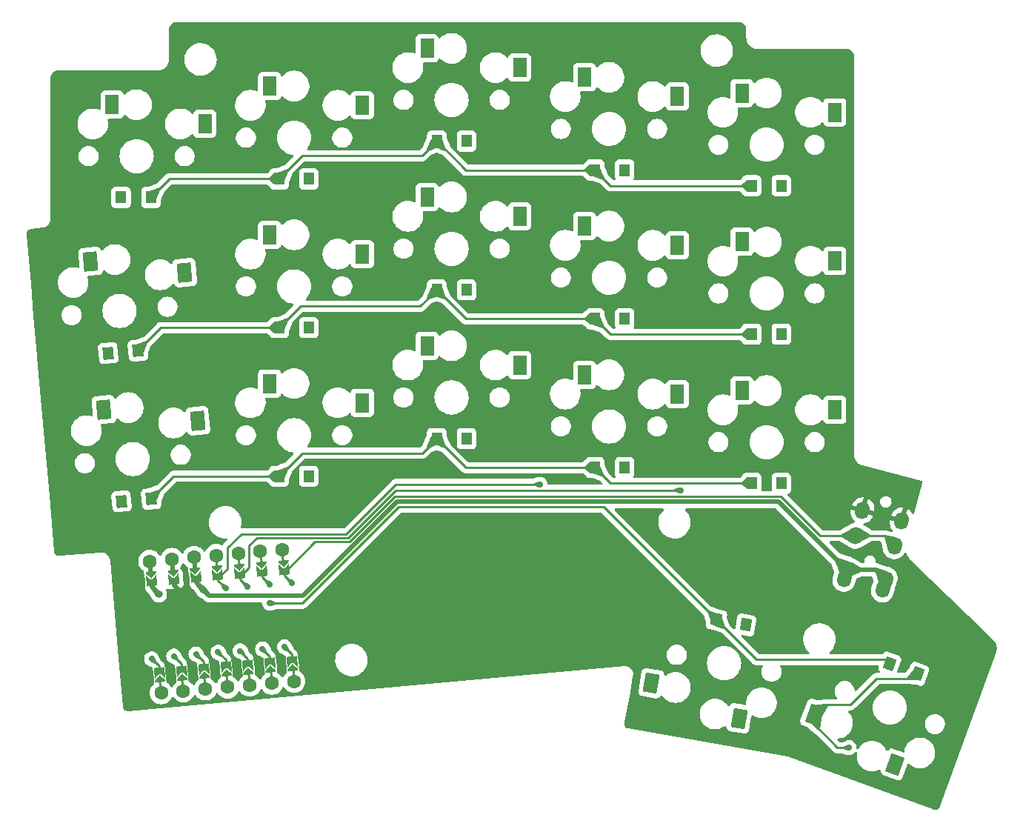
<source format=gbl>
G04 #@! TF.GenerationSoftware,KiCad,Pcbnew,7.0.5*
G04 #@! TF.CreationDate,2023-06-14T10:23:52+08:00*
G04 #@! TF.ProjectId,AWKB-C,41574b42-2d43-42e6-9b69-6361645f7063,rev?*
G04 #@! TF.SameCoordinates,Original*
G04 #@! TF.FileFunction,Copper,L2,Bot*
G04 #@! TF.FilePolarity,Positive*
%FSLAX46Y46*%
G04 Gerber Fmt 4.6, Leading zero omitted, Abs format (unit mm)*
G04 Created by KiCad (PCBNEW 7.0.5) date 2023-06-14 10:23:52*
%MOMM*%
%LPD*%
G01*
G04 APERTURE LIST*
G04 Aperture macros list*
%AMHorizOval*
0 Thick line with rounded ends*
0 $1 width*
0 $2 $3 position (X,Y) of the first rounded end (center of the circle)*
0 $4 $5 position (X,Y) of the second rounded end (center of the circle)*
0 Add line between two ends*
20,1,$1,$2,$3,$4,$5,0*
0 Add two circle primitives to create the rounded ends*
1,1,$1,$2,$3*
1,1,$1,$4,$5*%
%AMRotRect*
0 Rectangle, with rotation*
0 The origin of the aperture is its center*
0 $1 length*
0 $2 width*
0 $3 Rotation angle, in degrees counterclockwise*
0 Add horizontal line*
21,1,$1,$2,0,0,$3*%
%AMFreePoly0*
4,1,5,0.125000,-0.500000,-0.125000,-0.500000,-0.125000,0.500000,0.125000,0.500000,0.125000,-0.500000,0.125000,-0.500000,$1*%
%AMFreePoly1*
4,1,6,0.600000,0.200000,0.000000,-0.400000,-0.600000,0.200000,-0.600000,0.400000,0.600000,0.400000,0.600000,0.200000,0.600000,0.200000,$1*%
%AMFreePoly2*
4,1,5,0.254000,-0.500000,-0.254000,-0.500000,-0.254000,0.500000,0.254000,0.500000,0.254000,-0.500000,0.254000,-0.500000,$1*%
%AMFreePoly3*
4,1,6,0.600000,-0.250000,-0.600000,-0.250000,-0.600000,1.000000,0.000000,0.400000,0.600000,1.000000,0.600000,-0.250000,0.600000,-0.250000,$1*%
G04 Aperture macros list end*
G04 #@! TA.AperFunction,SMDPad,CuDef*
%ADD10R,1.600000X2.200000*%
G04 #@! TD*
G04 #@! TA.AperFunction,SMDPad,CuDef*
%ADD11R,1.200000X1.400000*%
G04 #@! TD*
G04 #@! TA.AperFunction,SMDPad,CuDef*
%ADD12RotRect,1.600000X2.200000X170.000000*%
G04 #@! TD*
G04 #@! TA.AperFunction,SMDPad,CuDef*
%ADD13RotRect,1.600000X2.200000X5.000000*%
G04 #@! TD*
G04 #@! TA.AperFunction,SMDPad,CuDef*
%ADD14RotRect,1.600000X2.200000X160.000000*%
G04 #@! TD*
G04 #@! TA.AperFunction,ComponentPad*
%ADD15C,1.600000*%
G04 #@! TD*
G04 #@! TA.AperFunction,SMDPad,CuDef*
%ADD16FreePoly0,185.000000*%
G04 #@! TD*
G04 #@! TA.AperFunction,SMDPad,CuDef*
%ADD17FreePoly1,185.000000*%
G04 #@! TD*
G04 #@! TA.AperFunction,SMDPad,CuDef*
%ADD18FreePoly1,5.000000*%
G04 #@! TD*
G04 #@! TA.AperFunction,SMDPad,CuDef*
%ADD19FreePoly2,5.000000*%
G04 #@! TD*
G04 #@! TA.AperFunction,SMDPad,CuDef*
%ADD20FreePoly0,5.000000*%
G04 #@! TD*
G04 #@! TA.AperFunction,SMDPad,CuDef*
%ADD21FreePoly3,185.000000*%
G04 #@! TD*
G04 #@! TA.AperFunction,SMDPad,CuDef*
%ADD22FreePoly3,5.000000*%
G04 #@! TD*
G04 #@! TA.AperFunction,SMDPad,CuDef*
%ADD23RotRect,1.200000X1.400000X340.000000*%
G04 #@! TD*
G04 #@! TA.AperFunction,SMDPad,CuDef*
%ADD24RotRect,1.200000X1.400000X350.000000*%
G04 #@! TD*
G04 #@! TA.AperFunction,SMDPad,CuDef*
%ADD25RotRect,1.200000X1.400000X185.000000*%
G04 #@! TD*
G04 #@! TA.AperFunction,ComponentPad*
%ADD26HorizOval,1.600000X0.051764X0.193185X-0.051764X-0.193185X0*%
G04 #@! TD*
G04 #@! TA.AperFunction,ComponentPad*
%ADD27HorizOval,1.600000X-0.051764X-0.193185X0.051764X0.193185X0*%
G04 #@! TD*
G04 #@! TA.AperFunction,ViaPad*
%ADD28C,0.800000*%
G04 #@! TD*
G04 #@! TA.AperFunction,ViaPad*
%ADD29C,0.700000*%
G04 #@! TD*
G04 #@! TA.AperFunction,Conductor*
%ADD30C,0.250000*%
G04 #@! TD*
G04 #@! TA.AperFunction,Conductor*
%ADD31C,0.500000*%
G04 #@! TD*
G04 APERTURE END LIST*
D10*
X127313328Y-101886994D03*
X137913328Y-104086994D03*
D11*
X164490000Y-111488000D03*
X167890000Y-111488000D03*
D10*
X127313328Y-84887394D03*
X137913328Y-87087394D03*
D11*
X164490000Y-94487600D03*
X167890000Y-94487600D03*
D12*
X180992854Y-140145758D03*
X170935918Y-136138510D03*
D10*
X109313128Y-70011104D03*
X119913128Y-72211104D03*
D13*
X106859848Y-87951628D03*
X117611254Y-89219406D03*
D11*
X128390000Y-112487400D03*
X131790000Y-112487400D03*
X164490000Y-77487640D03*
X167890000Y-77487640D03*
X182413000Y-96243586D03*
X185813000Y-96243586D03*
X146413102Y-74177440D03*
X149813102Y-74177440D03*
X182413000Y-113287000D03*
X185813000Y-113287000D03*
D14*
X198809511Y-145415918D03*
X189601214Y-139723181D03*
D15*
X114923682Y-137236988D03*
X117454017Y-137015613D03*
X119984351Y-136794237D03*
X122514686Y-136572862D03*
X125045021Y-136351486D03*
X127575355Y-136130110D03*
X130105690Y-135908735D03*
D16*
X114827184Y-136134002D03*
X117357518Y-135912626D03*
X119887853Y-135691250D03*
X122418187Y-135469875D03*
X124948522Y-135248499D03*
X127478856Y-135027124D03*
X130009191Y-134805748D03*
D17*
X114782908Y-135627935D03*
X117313243Y-135406559D03*
X119843577Y-135185183D03*
X122373912Y-134963808D03*
X124904247Y-134742432D03*
X127434581Y-134521057D03*
X129964916Y-134299681D03*
D18*
X113746871Y-123785969D03*
X116277205Y-123564593D03*
X118807540Y-123343218D03*
X121337874Y-123121842D03*
X123868209Y-122900467D03*
X126398543Y-122679091D03*
X128928878Y-122457716D03*
D19*
X113702596Y-123279902D03*
X116232930Y-123058527D03*
X118763265Y-122837151D03*
D20*
X121293599Y-122615775D03*
X123823934Y-122394400D03*
X126354268Y-122173024D03*
X128884603Y-121951649D03*
D15*
X113607404Y-122191858D03*
X116137739Y-121970483D03*
X118668073Y-121749107D03*
X121198408Y-121527732D03*
X123728742Y-121306356D03*
X126259077Y-121084980D03*
X128789411Y-120863605D03*
D21*
X114694358Y-134615801D03*
X117224693Y-134394425D03*
X119755027Y-134173050D03*
X122285362Y-133951674D03*
X124815696Y-133730298D03*
X127346031Y-133508923D03*
X129876365Y-133287547D03*
D22*
X129017428Y-123469849D03*
X126487094Y-123691225D03*
X123956759Y-123912601D03*
X121426425Y-124133976D03*
X118896090Y-124355352D03*
X116365755Y-124576727D03*
X113835421Y-124798103D03*
D11*
X182413000Y-79287200D03*
X185813000Y-79287200D03*
D10*
X145312728Y-97577194D03*
X155912728Y-99777194D03*
D23*
X198187135Y-133889558D03*
X201382089Y-135052426D03*
D10*
X163312928Y-66887234D03*
X173912928Y-69087234D03*
X127313328Y-67887794D03*
X137913328Y-70087794D03*
X181312626Y-68686794D03*
X191912626Y-70886794D03*
D24*
X178387241Y-128875674D03*
X181735587Y-129466078D03*
D25*
X113778800Y-115046186D03*
X110391738Y-115342516D03*
D11*
X128390000Y-95487800D03*
X131790000Y-95487800D03*
D25*
X112267000Y-98104386D03*
X108879938Y-98400716D03*
D11*
X128390000Y-78488200D03*
X131790000Y-78488200D03*
D10*
X163312928Y-100887594D03*
X173912928Y-103087594D03*
D11*
X146413102Y-108177600D03*
X149813102Y-108177600D03*
X113740000Y-80611510D03*
X110340000Y-80611510D03*
D26*
X193263064Y-123134476D03*
D27*
X197740477Y-124313489D03*
D26*
X194298340Y-119270772D03*
D27*
X198775753Y-120449786D03*
D26*
X195074797Y-116372995D03*
D27*
X199552210Y-117552008D03*
X193012517Y-124185440D03*
D26*
X197421622Y-125387562D03*
D10*
X181312626Y-102686594D03*
X191912626Y-104886594D03*
X163312928Y-83887194D03*
X173912928Y-86087194D03*
D11*
X146413102Y-91177400D03*
X149813102Y-91177400D03*
D10*
X181312626Y-85686594D03*
X191912626Y-87886594D03*
X145312728Y-63577034D03*
X155912728Y-65777034D03*
X145312728Y-80576994D03*
X155912728Y-82776994D03*
D13*
X108373594Y-104879327D03*
X119125000Y-106147105D03*
D28*
X117216300Y-131752786D03*
D29*
X128390000Y-78488200D03*
X113740000Y-80611510D03*
X146413102Y-74177440D03*
X164490000Y-77487640D03*
X121432700Y-132591772D03*
X182413000Y-79287200D03*
X146413102Y-91177400D03*
X112267000Y-98104386D03*
X118896090Y-132794972D03*
X128390000Y-95487800D03*
X164490000Y-94487600D03*
X182413000Y-96243586D03*
X116365755Y-133035917D03*
X128390000Y-112487400D03*
X113778800Y-115046186D03*
X146413102Y-108177600D03*
X182413000Y-113287000D03*
X164490000Y-111488000D03*
X127325500Y-126990472D03*
X178387241Y-128875674D03*
X198187135Y-133889558D03*
X127325500Y-124819372D03*
X119913128Y-72211104D03*
X110340000Y-80611510D03*
X131790000Y-78488200D03*
X137913328Y-70087794D03*
X155912728Y-65777034D03*
X149813102Y-74177440D03*
X173912928Y-69087234D03*
X167890000Y-77487640D03*
X185813000Y-79287200D03*
X191912626Y-70886794D03*
X117611254Y-89219406D03*
X108879938Y-98400716D03*
D28*
X117216300Y-125784572D03*
X117614200Y-115395186D03*
X114007400Y-84254786D03*
X124777000Y-99088386D03*
X117004600Y-99189986D03*
X109283000Y-108079986D03*
X107098600Y-95583186D03*
D29*
X108373594Y-104879327D03*
X113835421Y-133353772D03*
X106859848Y-87951628D03*
X109313128Y-70011104D03*
X127313328Y-67887794D03*
X127313328Y-101886994D03*
X127313328Y-84887394D03*
X123956759Y-132439372D03*
X126512700Y-132236172D03*
X145312728Y-63577034D03*
X145312728Y-80576994D03*
X145312728Y-97577194D03*
X163312928Y-100887594D03*
X163312928Y-83887194D03*
X158212928Y-113420386D03*
X180992854Y-140145758D03*
X122285362Y-125276572D03*
X163312928Y-66887234D03*
X131790000Y-95487800D03*
X137913328Y-87087394D03*
X149813102Y-91177400D03*
X155912728Y-82776994D03*
X173912928Y-86087194D03*
X167890000Y-94487600D03*
X129865500Y-124666972D03*
X185813000Y-96243586D03*
X191912626Y-87886594D03*
X119125000Y-106147105D03*
X110391738Y-115342516D03*
X131790000Y-112487400D03*
X137913328Y-104086994D03*
X155912728Y-99777194D03*
X149813102Y-108177600D03*
X173912928Y-103087594D03*
X167890000Y-111488000D03*
X191912626Y-104886594D03*
X185813000Y-113287000D03*
X181735587Y-129466077D03*
X170935918Y-136138510D03*
X193547233Y-143500605D03*
X201382090Y-135052426D03*
X129001900Y-131982172D03*
D28*
X114676300Y-125987772D03*
D29*
X124785500Y-125073372D03*
X181312626Y-68686794D03*
X181312626Y-102686594D03*
X174275944Y-114094886D03*
X181312626Y-85686594D03*
X198809511Y-145415918D03*
D28*
X119705500Y-125428972D03*
D30*
X144727748Y-75862794D02*
X131015406Y-75862794D01*
X164490000Y-77487640D02*
X149723302Y-77487640D01*
X149723302Y-77487640D02*
X146413102Y-74177440D01*
X128390000Y-78488200D02*
X115863310Y-78488200D01*
X121432700Y-132591772D02*
X122285362Y-133444434D01*
X122285362Y-133444434D02*
X122285362Y-133951674D01*
X166289560Y-79287200D02*
X164490000Y-77487640D01*
X146413102Y-74177440D02*
X144727748Y-75862794D01*
X131015406Y-75862794D02*
X128390000Y-78488200D01*
X115863310Y-78488200D02*
X113740000Y-80611510D01*
X182413000Y-79287200D02*
X166289560Y-79287200D01*
X114883586Y-95487800D02*
X128390000Y-95487800D01*
X112267000Y-98104386D02*
X114883586Y-95487800D01*
X149723302Y-94487600D02*
X164490000Y-94487600D01*
X166245986Y-96243586D02*
X182413000Y-96243586D01*
X182187400Y-96469186D02*
X182413000Y-96243586D01*
X164490000Y-94487600D02*
X166245986Y-96243586D01*
X118896090Y-132794972D02*
X119755027Y-133653909D01*
X128390000Y-95487800D02*
X130834614Y-93043186D01*
X144547316Y-93043186D02*
X146413102Y-91177400D01*
X119755027Y-133653909D02*
X119755027Y-134173050D01*
X146413102Y-91177400D02*
X149723302Y-94487600D01*
X130834614Y-93043186D02*
X144547316Y-93043186D01*
X164490000Y-111488000D02*
X149723502Y-111488000D01*
X117224693Y-133894855D02*
X117224693Y-134394425D01*
X144728708Y-109861994D02*
X131015406Y-109861994D01*
X116337586Y-112487400D02*
X113778800Y-115046186D01*
X146413102Y-108177600D02*
X144728708Y-109861994D01*
X182413000Y-113287000D02*
X166289000Y-113287000D01*
X116365755Y-133035917D02*
X117224693Y-133894855D01*
X149723502Y-111488000D02*
X146413102Y-108177600D01*
X131015406Y-109861994D02*
X128390000Y-112487400D01*
X166289000Y-113287000D02*
X164490000Y-111488000D01*
X128390000Y-112487400D02*
X116337586Y-112487400D01*
X127325500Y-126990472D02*
X131063686Y-126990472D01*
X131063686Y-126990472D02*
X142083972Y-115970186D01*
X142083972Y-115970186D02*
X165481753Y-115970186D01*
X197719012Y-133421435D02*
X198187135Y-133889558D01*
X182933002Y-133421435D02*
X178387241Y-128875674D01*
X126487094Y-123980966D02*
X126487094Y-123691225D01*
X182933002Y-133421435D02*
X197719012Y-133421435D01*
X127325500Y-124819372D02*
X126487094Y-123980966D01*
X165481753Y-115970186D02*
X178387241Y-128875674D01*
D31*
X117216300Y-125784572D02*
X116365755Y-124934027D01*
X116365755Y-124934027D02*
X116365755Y-124576727D01*
D30*
X114694358Y-134212709D02*
X114694358Y-134615801D01*
X113835421Y-133353772D02*
X114694358Y-134212709D01*
X124815696Y-133298309D02*
X124815696Y-133730298D01*
X123956759Y-132439372D02*
X124815696Y-133298309D01*
X127346031Y-133069503D02*
X127346031Y-133508923D01*
X126512700Y-132236172D02*
X127346031Y-133069503D01*
X124067100Y-119086172D02*
X122499500Y-120653772D01*
X122499500Y-123060901D02*
X121426425Y-124133976D01*
X122285362Y-125276572D02*
X121426425Y-124417635D01*
X121426425Y-124417635D02*
X121426425Y-124133976D01*
X158212928Y-113420386D02*
X141734635Y-113420386D01*
X122499500Y-120653772D02*
X122499500Y-123060901D01*
X136068849Y-119086172D02*
X124067100Y-119086172D01*
X141734635Y-113420386D02*
X136068849Y-119086172D01*
X136441641Y-119986172D02*
X132501105Y-119986172D01*
X132501105Y-119986172D02*
X129017428Y-123469849D01*
X194298340Y-119270772D02*
X197596739Y-119270772D01*
X141607627Y-114820186D02*
X136441641Y-119986172D01*
X194298340Y-119270772D02*
X190212532Y-119270772D01*
X197596739Y-119270772D02*
X198775753Y-120449786D01*
X185761947Y-114820186D02*
X141607627Y-114820186D01*
X129017428Y-123818900D02*
X129017428Y-123469849D01*
X129865500Y-124666972D02*
X129017428Y-123818900D01*
X190212532Y-119270772D02*
X185761947Y-114820186D01*
X190713609Y-138610786D02*
X189601214Y-139723181D01*
X200835945Y-135598570D02*
X196674016Y-135598570D01*
X193661800Y-138610786D02*
X190713609Y-138610786D01*
X189601214Y-140893777D02*
X192208042Y-143500605D01*
X189601214Y-139723181D02*
X189601214Y-140893777D01*
X196674016Y-135598570D02*
X193661800Y-138610786D01*
X201382089Y-135052426D02*
X200835945Y-135598570D01*
X192208042Y-143500605D02*
X193547233Y-143500605D01*
X129001900Y-131982172D02*
X129876365Y-132856637D01*
X129876365Y-132856637D02*
X129876365Y-133287547D01*
D31*
X114676300Y-125987772D02*
X113835421Y-125146893D01*
X113835421Y-125146893D02*
X113835421Y-124798103D01*
D30*
X123956759Y-124244631D02*
X123956759Y-123912601D01*
X124785500Y-125073372D02*
X123956759Y-124244631D01*
X124988700Y-120399772D02*
X124988700Y-122880660D01*
X136255245Y-119536172D02*
X125852300Y-119536172D01*
X174275944Y-114094886D02*
X141696531Y-114094886D01*
X141696531Y-114094886D02*
X136255245Y-119536172D01*
X124988700Y-122880660D02*
X123956759Y-123912601D01*
X125852300Y-119536172D02*
X124988700Y-120399772D01*
D31*
X196561464Y-123134476D02*
X197740477Y-124313489D01*
X119705500Y-125428972D02*
X120390514Y-126113986D01*
X141845800Y-115395186D02*
X185523774Y-115395186D01*
X120390514Y-126113986D02*
X131127000Y-126113986D01*
X131127000Y-126113986D02*
X141845800Y-115395186D01*
X193263064Y-123134476D02*
X196561464Y-123134476D01*
X185523774Y-115395186D02*
X193263064Y-123134476D01*
X119705500Y-125428972D02*
X118896090Y-124619562D01*
X118896090Y-124619562D02*
X118896090Y-124355352D01*
G04 #@! TA.AperFunction,Conductor*
G36*
X116716701Y-60579076D02*
G01*
X116716702Y-60579075D01*
X116719008Y-60579130D01*
X116732645Y-60578100D01*
X181006103Y-60578100D01*
X181013162Y-60578496D01*
X181153885Y-60594367D01*
X181178436Y-60599655D01*
X181246422Y-60621582D01*
X181304733Y-60640390D01*
X181327751Y-60650445D01*
X181416701Y-60700396D01*
X181443460Y-60715423D01*
X181464021Y-60729841D01*
X181540789Y-60796008D01*
X181564544Y-60816483D01*
X181581836Y-60834692D01*
X181663172Y-60939549D01*
X181676510Y-60960828D01*
X181735431Y-61079738D01*
X181744284Y-61103244D01*
X181778446Y-61231470D01*
X181782461Y-61256267D01*
X181790888Y-61394980D01*
X181791004Y-61398802D01*
X181791004Y-61404997D01*
X181790956Y-61407426D01*
X181790339Y-61423173D01*
X181789466Y-61445454D01*
X181790427Y-61452503D01*
X181791004Y-61461016D01*
X181791004Y-62253136D01*
X181790953Y-62255648D01*
X181789189Y-62299311D01*
X181786842Y-62357403D01*
X181813782Y-62573630D01*
X181875517Y-62782610D01*
X181970403Y-62978774D01*
X182095910Y-63156895D01*
X182095917Y-63156902D01*
X182248704Y-63312246D01*
X182248708Y-63312249D01*
X182248713Y-63312254D01*
X182329255Y-63371027D01*
X182424739Y-63440704D01*
X182619290Y-63538822D01*
X182619304Y-63538828D01*
X182827214Y-63604013D01*
X182827218Y-63604013D01*
X182827222Y-63604015D01*
X183042979Y-63634537D01*
X183042984Y-63634536D01*
X183042986Y-63634537D01*
X183096108Y-63633272D01*
X183148379Y-63632027D01*
X183149866Y-63632010D01*
X193199347Y-63632010D01*
X193214081Y-63633107D01*
X193215768Y-63633063D01*
X193215770Y-63633064D01*
X193256702Y-63632010D01*
X193256762Y-63632010D01*
X193263103Y-63632167D01*
X193417017Y-63643830D01*
X193442111Y-63648319D01*
X193581260Y-63688092D01*
X193604938Y-63697543D01*
X193733228Y-63764523D01*
X193754525Y-63778555D01*
X193866693Y-63869996D01*
X193884729Y-63888029D01*
X193976182Y-64000181D01*
X193990218Y-64021479D01*
X194057210Y-64149753D01*
X194066668Y-64173438D01*
X194106458Y-64312576D01*
X194110953Y-64337684D01*
X194122318Y-64487433D01*
X194122499Y-64492203D01*
X194122499Y-64511911D01*
X194122478Y-64513521D01*
X194121735Y-64542560D01*
X194122500Y-64552799D01*
X194122500Y-109956022D01*
X194122470Y-109957936D01*
X194122138Y-109968658D01*
X194119708Y-110046879D01*
X194119709Y-110046890D01*
X194141749Y-110231651D01*
X194142252Y-110235870D01*
X194158778Y-110295896D01*
X194192767Y-110419355D01*
X194192771Y-110419367D01*
X194270130Y-110593256D01*
X194372592Y-110753637D01*
X194487958Y-110885587D01*
X194497868Y-110896921D01*
X194643136Y-111019883D01*
X194805136Y-111119764D01*
X194805143Y-111119768D01*
X194827763Y-111129400D01*
X194980248Y-111194332D01*
X195071259Y-111217842D01*
X201788373Y-113008452D01*
X201804641Y-113014071D01*
X201805017Y-113014159D01*
X201805020Y-113014161D01*
X201835129Y-113021213D01*
X201859997Y-113029865D01*
X201876302Y-113037532D01*
X201918047Y-113069204D01*
X201920964Y-113072582D01*
X201946215Y-113118493D01*
X201947505Y-113122762D01*
X201951896Y-113174979D01*
X201949122Y-113196957D01*
X201947462Y-113205408D01*
X201946223Y-113210023D01*
X201945619Y-113212266D01*
X201944290Y-113216582D01*
X201933460Y-113247694D01*
X201931699Y-113258574D01*
X201930950Y-113258452D01*
X201929017Y-113273883D01*
X200998351Y-116728013D01*
X200961316Y-116788584D01*
X200897412Y-116819517D01*
X200826930Y-116810991D01*
X200772245Y-116765712D01*
X200767570Y-116758232D01*
X200679518Y-116605720D01*
X200532404Y-116430395D01*
X200357080Y-116283281D01*
X200182181Y-116182302D01*
X200182180Y-116182302D01*
X199945849Y-117064301D01*
X199874212Y-116992664D01*
X199754278Y-116929278D01*
X199620991Y-116904058D01*
X199486191Y-116919247D01*
X199455170Y-116932780D01*
X199691491Y-116050823D01*
X199489542Y-116050823D01*
X199264148Y-116090565D01*
X199264142Y-116090567D01*
X199049086Y-116168840D01*
X199049082Y-116168842D01*
X198850872Y-116283277D01*
X198675546Y-116430393D01*
X198528430Y-116605717D01*
X198528428Y-116605720D01*
X198413998Y-116803921D01*
X198413994Y-116803929D01*
X198355322Y-116965128D01*
X198354517Y-116968127D01*
X199183284Y-117190194D01*
X199057051Y-117661299D01*
X199054755Y-117681675D01*
X198223037Y-117458818D01*
X198222238Y-117461800D01*
X198192446Y-117630758D01*
X198192446Y-117859625D01*
X198232188Y-118085018D01*
X198232190Y-118085024D01*
X198310463Y-118300080D01*
X198310465Y-118300084D01*
X198424901Y-118498295D01*
X198424900Y-118498295D01*
X198519463Y-118610989D01*
X198547928Y-118676030D01*
X198536711Y-118746135D01*
X198489373Y-118799046D01*
X198420943Y-118817965D01*
X198392684Y-118814294D01*
X197805939Y-118669144D01*
X197786163Y-118662471D01*
X197774887Y-118657592D01*
X197774882Y-118657590D01*
X197742547Y-118652468D01*
X197734032Y-118651120D01*
X197728768Y-118650054D01*
X197721566Y-118648273D01*
X197716973Y-118647137D01*
X197716963Y-118647135D01*
X197716958Y-118647134D01*
X197715252Y-118646820D01*
X197712858Y-118646380D01*
X197708586Y-118645441D01*
X197676771Y-118637272D01*
X197676769Y-118637272D01*
X197656515Y-118637272D01*
X197636805Y-118635721D01*
X197616796Y-118632552D01*
X197616795Y-118632552D01*
X197569822Y-118636992D01*
X197563889Y-118637272D01*
X196117624Y-118637272D01*
X196050045Y-118617616D01*
X195394912Y-118201296D01*
X195209966Y-118083767D01*
X195163201Y-118030350D01*
X195152739Y-117960129D01*
X195181902Y-117895399D01*
X195241431Y-117856711D01*
X195255667Y-117853338D01*
X195362858Y-117834437D01*
X195362864Y-117834435D01*
X195577920Y-117756162D01*
X195577924Y-117756160D01*
X195776135Y-117641724D01*
X195951459Y-117494609D01*
X196098574Y-117319285D01*
X196098583Y-117319273D01*
X196213008Y-117121081D01*
X196213012Y-117121073D01*
X196271678Y-116959892D01*
X196271680Y-116959885D01*
X196272487Y-116956873D01*
X195443723Y-116734807D01*
X195569956Y-116263704D01*
X195572251Y-116243326D01*
X196403968Y-116466183D01*
X196404772Y-116463187D01*
X196404772Y-116463186D01*
X196434560Y-116294245D01*
X196434561Y-116065378D01*
X196394816Y-115839977D01*
X196394814Y-115839972D01*
X196316543Y-115624922D01*
X196316541Y-115624918D01*
X196202106Y-115426707D01*
X196154584Y-115370073D01*
X197090316Y-115370073D01*
X197100635Y-115534099D01*
X197100635Y-115534104D01*
X197151423Y-115690413D01*
X197239488Y-115829182D01*
X197359298Y-115941690D01*
X197359299Y-115941691D01*
X197503324Y-116020870D01*
X197503326Y-116020871D01*
X197662507Y-116061741D01*
X197662515Y-116061743D01*
X197662518Y-116061743D01*
X197785614Y-116061743D01*
X197785617Y-116061743D01*
X197812730Y-116058317D01*
X197907745Y-116046315D01*
X197907746Y-116046314D01*
X197907750Y-116046314D01*
X198060563Y-115985811D01*
X198193529Y-115889206D01*
X198298292Y-115762569D01*
X198368271Y-115613856D01*
X198399068Y-115452413D01*
X198395105Y-115389430D01*
X198388748Y-115288386D01*
X198388748Y-115288381D01*
X198337960Y-115132072D01*
X198249895Y-114993303D01*
X198130085Y-114880795D01*
X198130084Y-114880794D01*
X197986059Y-114801615D01*
X197986057Y-114801614D01*
X197826876Y-114760744D01*
X197826870Y-114760743D01*
X197826869Y-114760743D01*
X197703767Y-114760743D01*
X197703764Y-114760743D01*
X197703751Y-114760744D01*
X197581638Y-114776170D01*
X197581633Y-114776172D01*
X197428825Y-114836672D01*
X197428818Y-114836676D01*
X197295856Y-114933278D01*
X197295855Y-114933279D01*
X197191091Y-115059917D01*
X197121112Y-115208632D01*
X197121111Y-115208633D01*
X197090316Y-115370066D01*
X197090316Y-115370073D01*
X196154584Y-115370073D01*
X196054991Y-115251382D01*
X195879667Y-115104268D01*
X195704768Y-115003289D01*
X195704767Y-115003289D01*
X195468435Y-115885288D01*
X195396799Y-115813651D01*
X195276865Y-115750265D01*
X195143578Y-115725045D01*
X195008778Y-115740234D01*
X194977757Y-115753767D01*
X195214078Y-114871810D01*
X195012129Y-114871810D01*
X194786735Y-114911552D01*
X194786729Y-114911554D01*
X194571673Y-114989827D01*
X194571669Y-114989829D01*
X194373459Y-115104264D01*
X194198133Y-115251380D01*
X194051017Y-115426704D01*
X194051015Y-115426707D01*
X193936585Y-115624908D01*
X193936581Y-115624916D01*
X193877909Y-115786115D01*
X193877104Y-115789114D01*
X194705871Y-116011181D01*
X194579638Y-116482286D01*
X194577342Y-116502662D01*
X193745624Y-116279805D01*
X193744825Y-116282787D01*
X193715033Y-116451745D01*
X193715033Y-116680612D01*
X193754775Y-116906005D01*
X193754777Y-116906011D01*
X193833050Y-117121067D01*
X193833052Y-117121071D01*
X193947488Y-117319282D01*
X193947487Y-117319282D01*
X194094603Y-117494606D01*
X194182409Y-117568284D01*
X194221736Y-117627394D01*
X194222862Y-117698382D01*
X194185431Y-117758709D01*
X194123298Y-117788892D01*
X194010146Y-117808843D01*
X193795000Y-117887151D01*
X193794992Y-117887155D01*
X193596715Y-118001630D01*
X193516770Y-118068710D01*
X193498380Y-118081537D01*
X193062483Y-118331074D01*
X192626997Y-118580376D01*
X192556694Y-118620622D01*
X192494095Y-118637272D01*
X190527127Y-118637272D01*
X190459006Y-118617270D01*
X190438032Y-118600367D01*
X186518411Y-114680745D01*
X186484385Y-114618433D01*
X186489450Y-114547617D01*
X186531997Y-114490782D01*
X186563466Y-114473597D01*
X186659204Y-114437889D01*
X186776261Y-114350261D01*
X186786855Y-114336109D01*
X186863887Y-114233207D01*
X186863887Y-114233206D01*
X186863889Y-114233204D01*
X186914989Y-114096201D01*
X186915131Y-114094886D01*
X186921499Y-114035649D01*
X186921499Y-114035645D01*
X186921500Y-114035638D01*
X186921500Y-112538362D01*
X186919366Y-112518510D01*
X186914990Y-112477803D01*
X186914988Y-112477795D01*
X186877126Y-112376285D01*
X186863889Y-112340796D01*
X186863887Y-112340793D01*
X186863887Y-112340792D01*
X186776261Y-112223738D01*
X186659207Y-112136112D01*
X186659202Y-112136110D01*
X186522204Y-112085011D01*
X186522196Y-112085009D01*
X186461649Y-112078500D01*
X186461638Y-112078500D01*
X185164362Y-112078500D01*
X185164350Y-112078500D01*
X185103803Y-112085009D01*
X185103795Y-112085011D01*
X184966797Y-112136110D01*
X184966792Y-112136112D01*
X184849738Y-112223738D01*
X184762112Y-112340792D01*
X184762110Y-112340797D01*
X184711011Y-112477795D01*
X184711009Y-112477803D01*
X184704500Y-112538350D01*
X184704500Y-114035642D01*
X184705745Y-114047215D01*
X184693141Y-114117083D01*
X184644763Y-114169046D01*
X184580467Y-114186686D01*
X183645533Y-114186686D01*
X183577412Y-114166684D01*
X183530919Y-114113028D01*
X183520255Y-114047215D01*
X183521500Y-114035638D01*
X183521500Y-112538362D01*
X183519366Y-112518510D01*
X183514990Y-112477803D01*
X183514988Y-112477795D01*
X183477126Y-112376285D01*
X183463889Y-112340796D01*
X183463887Y-112340793D01*
X183463887Y-112340792D01*
X183376261Y-112223738D01*
X183259207Y-112136112D01*
X183259202Y-112136110D01*
X183122204Y-112085011D01*
X183122196Y-112085009D01*
X183061649Y-112078500D01*
X183061638Y-112078500D01*
X181764362Y-112078500D01*
X181764350Y-112078500D01*
X181703803Y-112085009D01*
X181703795Y-112085011D01*
X181566797Y-112136110D01*
X181566792Y-112136112D01*
X181449738Y-112223738D01*
X181362112Y-112340792D01*
X181362112Y-112340793D01*
X181348874Y-112376285D01*
X181309028Y-112431040D01*
X181062398Y-112626290D01*
X180996573Y-112652890D01*
X180984189Y-112653500D01*
X169028442Y-112653500D01*
X168960321Y-112633498D01*
X168913828Y-112579842D01*
X168903724Y-112509568D01*
X168927575Y-112451990D01*
X168940886Y-112434208D01*
X168940885Y-112434208D01*
X168940889Y-112434204D01*
X168991989Y-112297201D01*
X168992591Y-112291609D01*
X168998499Y-112236649D01*
X168998500Y-112236632D01*
X168998500Y-110739367D01*
X168998499Y-110739350D01*
X168991990Y-110678803D01*
X168991988Y-110678795D01*
X168943392Y-110548508D01*
X168940889Y-110541796D01*
X168940887Y-110541793D01*
X168940887Y-110541792D01*
X168853261Y-110424738D01*
X168736207Y-110337112D01*
X168736202Y-110337110D01*
X168599204Y-110286011D01*
X168599196Y-110286009D01*
X168538649Y-110279500D01*
X168538638Y-110279500D01*
X167241362Y-110279500D01*
X167241350Y-110279500D01*
X167180803Y-110286009D01*
X167180795Y-110286011D01*
X167043797Y-110337110D01*
X167043792Y-110337112D01*
X166926738Y-110424738D01*
X166839112Y-110541792D01*
X166839110Y-110541797D01*
X166788011Y-110678795D01*
X166788009Y-110678803D01*
X166781500Y-110739350D01*
X166781500Y-112236649D01*
X166788009Y-112297196D01*
X166788011Y-112297204D01*
X166839110Y-112434202D01*
X166839113Y-112434208D01*
X166852425Y-112451990D01*
X166877237Y-112518510D01*
X166862146Y-112587884D01*
X166811945Y-112638087D01*
X166751558Y-112653500D01*
X166603595Y-112653500D01*
X166535474Y-112633498D01*
X166514500Y-112616595D01*
X166057389Y-112159484D01*
X166030851Y-112120439D01*
X166022515Y-112101181D01*
X165792625Y-111570053D01*
X165608867Y-111145508D01*
X165598500Y-111095458D01*
X165598500Y-110739367D01*
X165598499Y-110739350D01*
X165591990Y-110678803D01*
X165591988Y-110678795D01*
X165543392Y-110548508D01*
X165540889Y-110541796D01*
X165540887Y-110541793D01*
X165540887Y-110541792D01*
X165453261Y-110424738D01*
X165336207Y-110337112D01*
X165336202Y-110337110D01*
X165199204Y-110286011D01*
X165199196Y-110286009D01*
X165138649Y-110279500D01*
X165138638Y-110279500D01*
X163841362Y-110279500D01*
X163841350Y-110279500D01*
X163780803Y-110286009D01*
X163780795Y-110286011D01*
X163643797Y-110337110D01*
X163643792Y-110337112D01*
X163526738Y-110424738D01*
X163439112Y-110541792D01*
X163439112Y-110541793D01*
X163425874Y-110577285D01*
X163386028Y-110632040D01*
X163139398Y-110827290D01*
X163073573Y-110853890D01*
X163061189Y-110854500D01*
X150038096Y-110854500D01*
X149969975Y-110834498D01*
X149949001Y-110817595D01*
X148057655Y-108926249D01*
X148704602Y-108926249D01*
X148711111Y-108986796D01*
X148711113Y-108986804D01*
X148762212Y-109123802D01*
X148762214Y-109123807D01*
X148849840Y-109240861D01*
X148966894Y-109328487D01*
X148966896Y-109328488D01*
X148966898Y-109328489D01*
X149025977Y-109350524D01*
X149103897Y-109379588D01*
X149103905Y-109379590D01*
X149164452Y-109386099D01*
X149164457Y-109386099D01*
X149164464Y-109386100D01*
X149164470Y-109386100D01*
X150461734Y-109386100D01*
X150461740Y-109386100D01*
X150461747Y-109386099D01*
X150461751Y-109386099D01*
X150522298Y-109379590D01*
X150522301Y-109379589D01*
X150522303Y-109379589D01*
X150659306Y-109328489D01*
X150776363Y-109240861D01*
X150863991Y-109123804D01*
X150915091Y-108986801D01*
X150918395Y-108956076D01*
X150921601Y-108926249D01*
X150921602Y-108926232D01*
X150921602Y-107428967D01*
X150921601Y-107428950D01*
X150915092Y-107368403D01*
X150915090Y-107368395D01*
X150879126Y-107271975D01*
X150863991Y-107231396D01*
X150863990Y-107231394D01*
X150863989Y-107231392D01*
X150776363Y-107114338D01*
X150659309Y-107026712D01*
X150659304Y-107026710D01*
X150522306Y-106975611D01*
X150522298Y-106975609D01*
X150461751Y-106969100D01*
X150461740Y-106969100D01*
X149164464Y-106969100D01*
X149164452Y-106969100D01*
X149103905Y-106975609D01*
X149103897Y-106975611D01*
X148966899Y-107026710D01*
X148966894Y-107026712D01*
X148849840Y-107114338D01*
X148762214Y-107231392D01*
X148762212Y-107231397D01*
X148711113Y-107368395D01*
X148711111Y-107368403D01*
X148704602Y-107428950D01*
X148704602Y-108926249D01*
X148057655Y-108926249D01*
X147980491Y-108849085D01*
X147953953Y-108810040D01*
X147936344Y-108769358D01*
X147736784Y-108308303D01*
X147531969Y-107835109D01*
X147521602Y-107785059D01*
X147521602Y-107428967D01*
X147521601Y-107428950D01*
X147515092Y-107368403D01*
X147515090Y-107368395D01*
X147479126Y-107271975D01*
X147463991Y-107231396D01*
X147463990Y-107231394D01*
X147463989Y-107231392D01*
X147376363Y-107114338D01*
X147259309Y-107026712D01*
X147259304Y-107026710D01*
X147122306Y-106975611D01*
X147122298Y-106975609D01*
X147061751Y-106969100D01*
X147061740Y-106969100D01*
X145764464Y-106969100D01*
X145764452Y-106969100D01*
X145703905Y-106975609D01*
X145703897Y-106975611D01*
X145566899Y-107026710D01*
X145566894Y-107026712D01*
X145449840Y-107114338D01*
X145362214Y-107231392D01*
X145362212Y-107231397D01*
X145311113Y-107368395D01*
X145311111Y-107368403D01*
X145304602Y-107428950D01*
X145304601Y-107428967D01*
X145304602Y-107785057D01*
X145294235Y-107835107D01*
X144872248Y-108810039D01*
X144845711Y-108849084D01*
X144503208Y-109191589D01*
X144440896Y-109225614D01*
X144414112Y-109228494D01*
X131722426Y-109228494D01*
X131654305Y-109208492D01*
X131607812Y-109154836D01*
X131597708Y-109084562D01*
X131621558Y-109026985D01*
X131631879Y-109013198D01*
X131758384Y-108844207D01*
X131892097Y-108599331D01*
X131989599Y-108337917D01*
X132048906Y-108065288D01*
X132061185Y-107893604D01*
X134462828Y-107893604D01*
X134477616Y-107972710D01*
X134502007Y-108103193D01*
X134516902Y-108141641D01*
X134579030Y-108302013D01*
X134579031Y-108302014D01*
X134579033Y-108302019D01*
X134691273Y-108483292D01*
X134691274Y-108483294D01*
X134797057Y-108599331D01*
X134834921Y-108640866D01*
X135005073Y-108769360D01*
X135195939Y-108864399D01*
X135401018Y-108922750D01*
X135560134Y-108937494D01*
X135560141Y-108937494D01*
X135666515Y-108937494D01*
X135666522Y-108937494D01*
X135825638Y-108922750D01*
X136030717Y-108864399D01*
X136221583Y-108769360D01*
X136391735Y-108640866D01*
X136535380Y-108483296D01*
X136647626Y-108302013D01*
X136724649Y-108103192D01*
X136763828Y-107893604D01*
X136763828Y-107680384D01*
X136724649Y-107470796D01*
X136647626Y-107271975D01*
X136645689Y-107268847D01*
X136535382Y-107090695D01*
X136535381Y-107090693D01*
X136391736Y-106933123D01*
X136391735Y-106933122D01*
X136340200Y-106894204D01*
X159462428Y-106894204D01*
X159488274Y-107032468D01*
X159501607Y-107103793D01*
X159505693Y-107114339D01*
X159578630Y-107302613D01*
X159578631Y-107302614D01*
X159578633Y-107302618D01*
X159690873Y-107483892D01*
X159690874Y-107483894D01*
X159796657Y-107599931D01*
X159834521Y-107641466D01*
X160004673Y-107769960D01*
X160195539Y-107864999D01*
X160400618Y-107923350D01*
X160559734Y-107938094D01*
X160559741Y-107938094D01*
X160666115Y-107938094D01*
X160666122Y-107938094D01*
X160825238Y-107923350D01*
X161030317Y-107864999D01*
X161221183Y-107769960D01*
X161391335Y-107641466D01*
X161534980Y-107483896D01*
X161647226Y-107302613D01*
X161724249Y-107103792D01*
X161763428Y-106894204D01*
X161763428Y-106787594D01*
X164157446Y-106787594D01*
X164177349Y-107065884D01*
X164236656Y-107338515D01*
X164263583Y-107410710D01*
X164333144Y-107597211D01*
X164334159Y-107599930D01*
X164334160Y-107599934D01*
X164456209Y-107823448D01*
X164467872Y-107844807D01*
X164610751Y-108035672D01*
X164635074Y-108068163D01*
X164635082Y-108068172D01*
X164832349Y-108265439D01*
X164832358Y-108265447D01*
X164832360Y-108265449D01*
X165055715Y-108432650D01*
X165055717Y-108432651D01*
X165269712Y-108549502D01*
X165300591Y-108566363D01*
X165562005Y-108663865D01*
X165834634Y-108723172D01*
X166043271Y-108738094D01*
X166043277Y-108738094D01*
X166182579Y-108738094D01*
X166182585Y-108738094D01*
X166391222Y-108723172D01*
X166528982Y-108693204D01*
X177462126Y-108693204D01*
X177483967Y-108810040D01*
X177501305Y-108902793D01*
X177515765Y-108940118D01*
X177578328Y-109101613D01*
X177578329Y-109101614D01*
X177578331Y-109101619D01*
X177690571Y-109282892D01*
X177690572Y-109282894D01*
X177826548Y-109432051D01*
X177834219Y-109440466D01*
X178004371Y-109568960D01*
X178195237Y-109663999D01*
X178400316Y-109722350D01*
X178559432Y-109737094D01*
X178559439Y-109737094D01*
X178665813Y-109737094D01*
X178665820Y-109737094D01*
X178824936Y-109722350D01*
X179030015Y-109663999D01*
X179220881Y-109568960D01*
X179391033Y-109440466D01*
X179534678Y-109282896D01*
X179646924Y-109101613D01*
X179723947Y-108902792D01*
X179763126Y-108693204D01*
X179763126Y-108586593D01*
X182157144Y-108586593D01*
X182177047Y-108864884D01*
X182236354Y-109137515D01*
X182271693Y-109232261D01*
X182329071Y-109386100D01*
X182333857Y-109398930D01*
X182333858Y-109398934D01*
X182426699Y-109568958D01*
X182467570Y-109643807D01*
X182626745Y-109856441D01*
X182634772Y-109867163D01*
X182634780Y-109867172D01*
X182832047Y-110064439D01*
X182832056Y-110064447D01*
X182832058Y-110064449D01*
X183055413Y-110231650D01*
X183063141Y-110235870D01*
X183276208Y-110352214D01*
X183300289Y-110365363D01*
X183561703Y-110462865D01*
X183834332Y-110522172D01*
X184042969Y-110537094D01*
X184042975Y-110537094D01*
X184182277Y-110537094D01*
X184182283Y-110537094D01*
X184390920Y-110522172D01*
X184663549Y-110462865D01*
X184924963Y-110365363D01*
X185169839Y-110231650D01*
X185393194Y-110064449D01*
X185590481Y-109867162D01*
X185757682Y-109643807D01*
X185891395Y-109398931D01*
X185988897Y-109137517D01*
X186048204Y-108864888D01*
X186060483Y-108693204D01*
X188462126Y-108693204D01*
X188483967Y-108810040D01*
X188501305Y-108902793D01*
X188515765Y-108940118D01*
X188578328Y-109101613D01*
X188578329Y-109101614D01*
X188578331Y-109101619D01*
X188690571Y-109282892D01*
X188690572Y-109282894D01*
X188826548Y-109432051D01*
X188834219Y-109440466D01*
X189004371Y-109568960D01*
X189195237Y-109663999D01*
X189400316Y-109722350D01*
X189559432Y-109737094D01*
X189559439Y-109737094D01*
X189665813Y-109737094D01*
X189665820Y-109737094D01*
X189824936Y-109722350D01*
X190030015Y-109663999D01*
X190220881Y-109568960D01*
X190391033Y-109440466D01*
X190534678Y-109282896D01*
X190646924Y-109101613D01*
X190723947Y-108902792D01*
X190763126Y-108693204D01*
X190763126Y-108479984D01*
X190723947Y-108270396D01*
X190646924Y-108071575D01*
X190645057Y-108068560D01*
X190534680Y-107890295D01*
X190534679Y-107890293D01*
X190391034Y-107732723D01*
X190391033Y-107732722D01*
X190220881Y-107604228D01*
X190030015Y-107509189D01*
X190030012Y-107509188D01*
X190030010Y-107509187D01*
X189824937Y-107450838D01*
X189805046Y-107448995D01*
X189665820Y-107436094D01*
X189559432Y-107436094D01*
X189435675Y-107447561D01*
X189400314Y-107450838D01*
X189195241Y-107509187D01*
X189195236Y-107509189D01*
X189195237Y-107509189D01*
X189004371Y-107604228D01*
X189004369Y-107604229D01*
X189004370Y-107604229D01*
X188834217Y-107732723D01*
X188690572Y-107890293D01*
X188690571Y-107890295D01*
X188578331Y-108071568D01*
X188578331Y-108071570D01*
X188578328Y-108071575D01*
X188556879Y-108126942D01*
X188501305Y-108270394D01*
X188494219Y-108308300D01*
X188462126Y-108479984D01*
X188462126Y-108693204D01*
X186060483Y-108693204D01*
X186068108Y-108586594D01*
X186048204Y-108308300D01*
X185988897Y-108035671D01*
X185891395Y-107774257D01*
X185838804Y-107677945D01*
X185794720Y-107597211D01*
X185757682Y-107529381D01*
X185590481Y-107306026D01*
X185590479Y-107306024D01*
X185590471Y-107306015D01*
X185393204Y-107108748D01*
X185393195Y-107108740D01*
X185386585Y-107103792D01*
X185169839Y-106941538D01*
X185169837Y-106941537D01*
X185169836Y-106941536D01*
X184924966Y-106807826D01*
X184924963Y-106807825D01*
X184769460Y-106749825D01*
X184663547Y-106710322D01*
X184390916Y-106651015D01*
X184260605Y-106641695D01*
X184182283Y-106636094D01*
X184042969Y-106636094D01*
X183969258Y-106641365D01*
X183834335Y-106651015D01*
X183561704Y-106710322D01*
X183300289Y-106807825D01*
X183300285Y-106807826D01*
X183055415Y-106941536D01*
X182832056Y-107108740D01*
X182832047Y-107108748D01*
X182634780Y-107306015D01*
X182634772Y-107306024D01*
X182467568Y-107529383D01*
X182333858Y-107774253D01*
X182333857Y-107774257D01*
X182236354Y-108035672D01*
X182177047Y-108308303D01*
X182157144Y-108586593D01*
X179763126Y-108586593D01*
X179763126Y-108479984D01*
X179723947Y-108270396D01*
X179646924Y-108071575D01*
X179645057Y-108068560D01*
X179534680Y-107890295D01*
X179534679Y-107890293D01*
X179391034Y-107732723D01*
X179391033Y-107732722D01*
X179220881Y-107604228D01*
X179030015Y-107509189D01*
X179030012Y-107509188D01*
X179030010Y-107509187D01*
X178824937Y-107450838D01*
X178805046Y-107448995D01*
X178665820Y-107436094D01*
X178559432Y-107436094D01*
X178435675Y-107447561D01*
X178400314Y-107450838D01*
X178195241Y-107509187D01*
X178195236Y-107509189D01*
X178195237Y-107509189D01*
X178004371Y-107604228D01*
X178004369Y-107604229D01*
X178004370Y-107604229D01*
X177834217Y-107732723D01*
X177690572Y-107890293D01*
X177690571Y-107890295D01*
X177578331Y-108071568D01*
X177578331Y-108071570D01*
X177578328Y-108071575D01*
X177556879Y-108126942D01*
X177501305Y-108270394D01*
X177494219Y-108308300D01*
X177462126Y-108479984D01*
X177462126Y-108693204D01*
X166528982Y-108693204D01*
X166663851Y-108663865D01*
X166925265Y-108566363D01*
X167170141Y-108432650D01*
X167393496Y-108265449D01*
X167590783Y-108068162D01*
X167757984Y-107844807D01*
X167891697Y-107599931D01*
X167989199Y-107338517D01*
X168048506Y-107065888D01*
X168060785Y-106894204D01*
X170462428Y-106894204D01*
X170488274Y-107032468D01*
X170501607Y-107103793D01*
X170505693Y-107114339D01*
X170578630Y-107302613D01*
X170578631Y-107302614D01*
X170578633Y-107302618D01*
X170690873Y-107483892D01*
X170690874Y-107483894D01*
X170796657Y-107599931D01*
X170834521Y-107641466D01*
X171004673Y-107769960D01*
X171195539Y-107864999D01*
X171400618Y-107923350D01*
X171559734Y-107938094D01*
X171559741Y-107938094D01*
X171666115Y-107938094D01*
X171666122Y-107938094D01*
X171825238Y-107923350D01*
X172030317Y-107864999D01*
X172221183Y-107769960D01*
X172391335Y-107641466D01*
X172534980Y-107483896D01*
X172647226Y-107302613D01*
X172724249Y-107103792D01*
X172763428Y-106894204D01*
X172763428Y-106680984D01*
X172724249Y-106471396D01*
X172647226Y-106272575D01*
X172639414Y-106259959D01*
X172534982Y-106091295D01*
X172534981Y-106091293D01*
X172391336Y-105933723D01*
X172391335Y-105933722D01*
X172221183Y-105805228D01*
X172030317Y-105710189D01*
X172030314Y-105710188D01*
X172030312Y-105710187D01*
X171825239Y-105651838D01*
X171805348Y-105649995D01*
X171666122Y-105637094D01*
X171559734Y-105637094D01*
X171435977Y-105648561D01*
X171400616Y-105651838D01*
X171195543Y-105710187D01*
X171195538Y-105710189D01*
X171195539Y-105710189D01*
X171004673Y-105805228D01*
X170963271Y-105836494D01*
X170834519Y-105933723D01*
X170690874Y-106091293D01*
X170690873Y-106091295D01*
X170578633Y-106272568D01*
X170578631Y-106272573D01*
X170501607Y-106471394D01*
X170501607Y-106471396D01*
X170462428Y-106680984D01*
X170462428Y-106894204D01*
X168060785Y-106894204D01*
X168068410Y-106787594D01*
X168048506Y-106509300D01*
X167989199Y-106236671D01*
X167891697Y-105975257D01*
X167757984Y-105730381D01*
X167590783Y-105507026D01*
X167590781Y-105507024D01*
X167590773Y-105507015D01*
X167393506Y-105309748D01*
X167393497Y-105309740D01*
X167375396Y-105296190D01*
X167170141Y-105142538D01*
X167170139Y-105142537D01*
X167170138Y-105142536D01*
X166941659Y-105017776D01*
X177362126Y-105017776D01*
X177378834Y-105128622D01*
X177401230Y-105277213D01*
X177478559Y-105527908D01*
X177478564Y-105527921D01*
X177592399Y-105764300D01*
X177592403Y-105764307D01*
X177736661Y-105975893D01*
X177740193Y-105981073D01*
X177918645Y-106173399D01*
X178123769Y-106336980D01*
X178123772Y-106336982D01*
X178350978Y-106468160D01*
X178350982Y-106468161D01*
X178350983Y-106468162D01*
X178595210Y-106564014D01*
X178850996Y-106622396D01*
X179047132Y-106637094D01*
X179047133Y-106637094D01*
X179178119Y-106637094D01*
X179178120Y-106637094D01*
X179374256Y-106622396D01*
X179630042Y-106564014D01*
X179874269Y-106468162D01*
X179874271Y-106468160D01*
X179874273Y-106468160D01*
X180018325Y-106384991D01*
X180101483Y-106336980D01*
X180306607Y-106173399D01*
X180485059Y-105981073D01*
X180632854Y-105764298D01*
X180746689Y-105527917D01*
X180747004Y-105526896D01*
X180824021Y-105277213D01*
X180824111Y-105276618D01*
X180863126Y-105017776D01*
X187362126Y-105017776D01*
X187378834Y-105128622D01*
X187401230Y-105277213D01*
X187478559Y-105527908D01*
X187478564Y-105527921D01*
X187592399Y-105764300D01*
X187592403Y-105764307D01*
X187736661Y-105975893D01*
X187740193Y-105981073D01*
X187918645Y-106173399D01*
X188123769Y-106336980D01*
X188123772Y-106336982D01*
X188350978Y-106468160D01*
X188350982Y-106468161D01*
X188350983Y-106468162D01*
X188595210Y-106564014D01*
X188850996Y-106622396D01*
X189047132Y-106637094D01*
X189047133Y-106637094D01*
X189178119Y-106637094D01*
X189178120Y-106637094D01*
X189374256Y-106622396D01*
X189630042Y-106564014D01*
X189874269Y-106468162D01*
X189874271Y-106468160D01*
X189874273Y-106468160D01*
X190018325Y-106384991D01*
X190101483Y-106336980D01*
X190306607Y-106173399D01*
X190311413Y-106168220D01*
X190335800Y-106141936D01*
X190405109Y-106067238D01*
X190466103Y-106030908D01*
X190537058Y-106033321D01*
X190595446Y-106073712D01*
X190615527Y-106108907D01*
X190661737Y-106232798D01*
X190661738Y-106232801D01*
X190749364Y-106349855D01*
X190866418Y-106437481D01*
X190866420Y-106437482D01*
X190866422Y-106437483D01*
X190925501Y-106459518D01*
X191003421Y-106488582D01*
X191003429Y-106488584D01*
X191063976Y-106495093D01*
X191063981Y-106495093D01*
X191063988Y-106495094D01*
X191063994Y-106495094D01*
X192761258Y-106495094D01*
X192761264Y-106495094D01*
X192761271Y-106495093D01*
X192761275Y-106495093D01*
X192821822Y-106488584D01*
X192821825Y-106488583D01*
X192821827Y-106488583D01*
X192958830Y-106437483D01*
X193047517Y-106371093D01*
X193075887Y-106349855D01*
X193163513Y-106232801D01*
X193163513Y-106232800D01*
X193163515Y-106232798D01*
X193214615Y-106095795D01*
X193215100Y-106091292D01*
X193221125Y-106035243D01*
X193221125Y-106035241D01*
X193221126Y-106035232D01*
X193221126Y-103737956D01*
X193221125Y-103737944D01*
X193214616Y-103677397D01*
X193214614Y-103677389D01*
X193179706Y-103583800D01*
X193163515Y-103540390D01*
X193163514Y-103540388D01*
X193163513Y-103540386D01*
X193075887Y-103423332D01*
X192958833Y-103335706D01*
X192958828Y-103335704D01*
X192821830Y-103284605D01*
X192821822Y-103284603D01*
X192761275Y-103278094D01*
X192761264Y-103278094D01*
X191063988Y-103278094D01*
X191063976Y-103278094D01*
X191003429Y-103284603D01*
X191003421Y-103284605D01*
X190866423Y-103335704D01*
X190866418Y-103335706D01*
X190749364Y-103423332D01*
X190661738Y-103540386D01*
X190661737Y-103540389D01*
X190615527Y-103664280D01*
X190572980Y-103721115D01*
X190506459Y-103745925D01*
X190437085Y-103730833D01*
X190405107Y-103705947D01*
X190306611Y-103599792D01*
X190258283Y-103561252D01*
X190101483Y-103436208D01*
X190101478Y-103436205D01*
X190101479Y-103436205D01*
X189874273Y-103305027D01*
X189874265Y-103305024D01*
X189630045Y-103209175D01*
X189630043Y-103209174D01*
X189374259Y-103150792D01*
X189227154Y-103139768D01*
X189178120Y-103136094D01*
X189047132Y-103136094D01*
X189007904Y-103139033D01*
X188850992Y-103150792D01*
X188595208Y-103209174D01*
X188595206Y-103209175D01*
X188350986Y-103305024D01*
X188350978Y-103305027D01*
X188123772Y-103436205D01*
X187918644Y-103599789D01*
X187740192Y-103792116D01*
X187740188Y-103792121D01*
X187592403Y-104008880D01*
X187592399Y-104008887D01*
X187478564Y-104245266D01*
X187478559Y-104245279D01*
X187401230Y-104495974D01*
X187383599Y-104612949D01*
X187362126Y-104755412D01*
X187362126Y-105017776D01*
X180863126Y-105017776D01*
X180863126Y-104755412D01*
X180824022Y-104495979D01*
X180812378Y-104458233D01*
X180811413Y-104387244D01*
X180848981Y-104327001D01*
X180913154Y-104296632D01*
X180932781Y-104295094D01*
X182161258Y-104295094D01*
X182161264Y-104295094D01*
X182161271Y-104295093D01*
X182161275Y-104295093D01*
X182221822Y-104288584D01*
X182221825Y-104288583D01*
X182221827Y-104288583D01*
X182358830Y-104237483D01*
X182360487Y-104236243D01*
X182475887Y-104149855D01*
X182563512Y-104032802D01*
X182563511Y-104032802D01*
X182563515Y-104032798D01*
X182609725Y-103908905D01*
X182652270Y-103852073D01*
X182718791Y-103827262D01*
X182788165Y-103842354D01*
X182820144Y-103867240D01*
X182918640Y-103973395D01*
X182918644Y-103973398D01*
X182918645Y-103973399D01*
X183123769Y-104136980D01*
X183123772Y-104136982D01*
X183350978Y-104268160D01*
X183350982Y-104268161D01*
X183350983Y-104268162D01*
X183595210Y-104364014D01*
X183850996Y-104422396D01*
X184047132Y-104437094D01*
X184047133Y-104437094D01*
X184178119Y-104437094D01*
X184178120Y-104437094D01*
X184374256Y-104422396D01*
X184630042Y-104364014D01*
X184874269Y-104268162D01*
X184874271Y-104268160D01*
X184874273Y-104268160D01*
X184987876Y-104202571D01*
X185101483Y-104136980D01*
X185306607Y-103973399D01*
X185485059Y-103781073D01*
X185632854Y-103564298D01*
X185746689Y-103327917D01*
X185760050Y-103284603D01*
X185824021Y-103077213D01*
X185825464Y-103067640D01*
X185863126Y-102817776D01*
X185863126Y-102555412D01*
X185824022Y-102295979D01*
X185824021Y-102295977D01*
X185824021Y-102295974D01*
X185746692Y-102045279D01*
X185746687Y-102045266D01*
X185660010Y-101865280D01*
X185632854Y-101808890D01*
X185632852Y-101808887D01*
X185632848Y-101808880D01*
X185491064Y-101600923D01*
X185485059Y-101592115D01*
X185306607Y-101399789D01*
X185101483Y-101236208D01*
X185101478Y-101236205D01*
X185101479Y-101236205D01*
X184874273Y-101105027D01*
X184874265Y-101105024D01*
X184630045Y-101009175D01*
X184630043Y-101009174D01*
X184374259Y-100950792D01*
X184227154Y-100939768D01*
X184178120Y-100936094D01*
X184047132Y-100936094D01*
X184007904Y-100939033D01*
X183850992Y-100950792D01*
X183595208Y-101009174D01*
X183595206Y-101009175D01*
X183350986Y-101105024D01*
X183350978Y-101105027D01*
X183123772Y-101236205D01*
X182918640Y-101399793D01*
X182820143Y-101505948D01*
X182759147Y-101542279D01*
X182688191Y-101539866D01*
X182629805Y-101499474D01*
X182609724Y-101464279D01*
X182563515Y-101340390D01*
X182563513Y-101340386D01*
X182475887Y-101223332D01*
X182358833Y-101135706D01*
X182358828Y-101135704D01*
X182221830Y-101084605D01*
X182221822Y-101084603D01*
X182161275Y-101078094D01*
X182161264Y-101078094D01*
X180463988Y-101078094D01*
X180463976Y-101078094D01*
X180403429Y-101084603D01*
X180403421Y-101084605D01*
X180266423Y-101135704D01*
X180266418Y-101135706D01*
X180149364Y-101223332D01*
X180061738Y-101340386D01*
X180061736Y-101340391D01*
X180010637Y-101477389D01*
X180010635Y-101477397D01*
X180004126Y-101537944D01*
X180004125Y-101537961D01*
X180004125Y-103171182D01*
X179984123Y-103239303D01*
X179930467Y-103285796D01*
X179860193Y-103295899D01*
X179832092Y-103288472D01*
X179630045Y-103209175D01*
X179630043Y-103209174D01*
X179374259Y-103150792D01*
X179227154Y-103139768D01*
X179178120Y-103136094D01*
X179047132Y-103136094D01*
X179007904Y-103139033D01*
X178850992Y-103150792D01*
X178595208Y-103209174D01*
X178595206Y-103209175D01*
X178350986Y-103305024D01*
X178350978Y-103305027D01*
X178123772Y-103436205D01*
X177918644Y-103599789D01*
X177740192Y-103792116D01*
X177740188Y-103792121D01*
X177592403Y-104008880D01*
X177592399Y-104008887D01*
X177478564Y-104245266D01*
X177478559Y-104245279D01*
X177401230Y-104495974D01*
X177383599Y-104612949D01*
X177362126Y-104755412D01*
X177362126Y-105017776D01*
X166941659Y-105017776D01*
X166925268Y-105008826D01*
X166925265Y-105008825D01*
X166673833Y-104915046D01*
X166663849Y-104911322D01*
X166391218Y-104852015D01*
X166260907Y-104842695D01*
X166182585Y-104837094D01*
X166043271Y-104837094D01*
X165969560Y-104842365D01*
X165834637Y-104852015D01*
X165562006Y-104911322D01*
X165300591Y-105008825D01*
X165300587Y-105008826D01*
X165055717Y-105142536D01*
X164832358Y-105309740D01*
X164832349Y-105309748D01*
X164635082Y-105507015D01*
X164635074Y-105507024D01*
X164467870Y-105730383D01*
X164334160Y-105975253D01*
X164334159Y-105975257D01*
X164236656Y-106236672D01*
X164177349Y-106509303D01*
X164157446Y-106787594D01*
X161763428Y-106787594D01*
X161763428Y-106680984D01*
X161724249Y-106471396D01*
X161647226Y-106272575D01*
X161639414Y-106259959D01*
X161534982Y-106091295D01*
X161534981Y-106091293D01*
X161391336Y-105933723D01*
X161391335Y-105933722D01*
X161221183Y-105805228D01*
X161030317Y-105710189D01*
X161030314Y-105710188D01*
X161030312Y-105710187D01*
X160825239Y-105651838D01*
X160805348Y-105649995D01*
X160666122Y-105637094D01*
X160559734Y-105637094D01*
X160435977Y-105648561D01*
X160400616Y-105651838D01*
X160195543Y-105710187D01*
X160195538Y-105710189D01*
X160195539Y-105710189D01*
X160004673Y-105805228D01*
X159963271Y-105836494D01*
X159834519Y-105933723D01*
X159690874Y-106091293D01*
X159690873Y-106091295D01*
X159578633Y-106272568D01*
X159578631Y-106272573D01*
X159501607Y-106471394D01*
X159501607Y-106471396D01*
X159462428Y-106680984D01*
X159462428Y-106894204D01*
X136340200Y-106894204D01*
X136221583Y-106804628D01*
X136030717Y-106709589D01*
X136030714Y-106709588D01*
X136030712Y-106709587D01*
X135825639Y-106651238D01*
X135805748Y-106649395D01*
X135666522Y-106636494D01*
X135560134Y-106636494D01*
X135436377Y-106647961D01*
X135401016Y-106651238D01*
X135195943Y-106709587D01*
X135195938Y-106709589D01*
X135195939Y-106709589D01*
X135005073Y-106804628D01*
X134949908Y-106846286D01*
X134834919Y-106933123D01*
X134691274Y-107090693D01*
X134691273Y-107090695D01*
X134579033Y-107271968D01*
X134579031Y-107271973D01*
X134579030Y-107271975D01*
X134565839Y-107306026D01*
X134502007Y-107470794D01*
X134491055Y-107529383D01*
X134462828Y-107680384D01*
X134462828Y-107893604D01*
X132061185Y-107893604D01*
X132068810Y-107786994D01*
X132048906Y-107508700D01*
X131989599Y-107236071D01*
X131892097Y-106974657D01*
X131874011Y-106941536D01*
X131758385Y-106729783D01*
X131758384Y-106729781D01*
X131591183Y-106506426D01*
X131591181Y-106506424D01*
X131591173Y-106506415D01*
X131393906Y-106309148D01*
X131393897Y-106309140D01*
X131345042Y-106272568D01*
X131170541Y-106141938D01*
X131170539Y-106141937D01*
X131170538Y-106141936D01*
X130925668Y-106008226D01*
X130925665Y-106008225D01*
X130699084Y-105923715D01*
X130664249Y-105910722D01*
X130391618Y-105851415D01*
X130261307Y-105842095D01*
X130182985Y-105836494D01*
X130043671Y-105836494D01*
X129969960Y-105841765D01*
X129835037Y-105851415D01*
X129562406Y-105910722D01*
X129300991Y-106008225D01*
X129300987Y-106008226D01*
X129056117Y-106141936D01*
X128832758Y-106309140D01*
X128832749Y-106309148D01*
X128635482Y-106506415D01*
X128635474Y-106506424D01*
X128468270Y-106729783D01*
X128334560Y-106974653D01*
X128334559Y-106974657D01*
X128237056Y-107236072D01*
X128177749Y-107508703D01*
X128157846Y-107786994D01*
X128177749Y-108065284D01*
X128237056Y-108337915D01*
X128272390Y-108432650D01*
X128329808Y-108586594D01*
X128334559Y-108599330D01*
X128334560Y-108599334D01*
X128461657Y-108832093D01*
X128468272Y-108844207D01*
X128623162Y-109051117D01*
X128635474Y-109067563D01*
X128635482Y-109067572D01*
X128832749Y-109264839D01*
X128832758Y-109264847D01*
X128832760Y-109264849D01*
X129056115Y-109432050D01*
X129056117Y-109432051D01*
X129181641Y-109500593D01*
X129300991Y-109565763D01*
X129562405Y-109663265D01*
X129835034Y-109722572D01*
X129955434Y-109731183D01*
X130021951Y-109755992D01*
X130064498Y-109812828D01*
X130069564Y-109883643D01*
X130035539Y-109945956D01*
X130035538Y-109945956D01*
X129070995Y-110910499D01*
X129026713Y-110939166D01*
X128615997Y-111095458D01*
X128155579Y-111270662D01*
X128110769Y-111278900D01*
X127741350Y-111278900D01*
X127680803Y-111285409D01*
X127680795Y-111285411D01*
X127543797Y-111336510D01*
X127543792Y-111336512D01*
X127426738Y-111424138D01*
X127339112Y-111541192D01*
X127339112Y-111541193D01*
X127325874Y-111576685D01*
X127286028Y-111631440D01*
X127039398Y-111826690D01*
X126973573Y-111853290D01*
X126961189Y-111853900D01*
X116421439Y-111853900D01*
X116405597Y-111852150D01*
X116405570Y-111852444D01*
X116397677Y-111851697D01*
X116328598Y-111853869D01*
X116326619Y-111853900D01*
X116297730Y-111853900D01*
X116297726Y-111853900D01*
X116297715Y-111853901D01*
X116290776Y-111854777D01*
X116284863Y-111855243D01*
X116237700Y-111856725D01*
X116237693Y-111856727D01*
X116218235Y-111862379D01*
X116198890Y-111866385D01*
X116178792Y-111868925D01*
X116178783Y-111868927D01*
X116134917Y-111886294D01*
X116129302Y-111888217D01*
X116083994Y-111901381D01*
X116066550Y-111911697D01*
X116048804Y-111920390D01*
X116029968Y-111927848D01*
X115991795Y-111955581D01*
X115986834Y-111958840D01*
X115946224Y-111982858D01*
X115931897Y-111997184D01*
X115916871Y-112010017D01*
X115900481Y-112021925D01*
X115900479Y-112021927D01*
X115870394Y-112058292D01*
X115866398Y-112062683D01*
X114417553Y-113511527D01*
X114371133Y-113540985D01*
X113504749Y-113852849D01*
X113473056Y-113859816D01*
X113027310Y-113898816D01*
X113027306Y-113898816D01*
X113027303Y-113898817D01*
X112967537Y-113910582D01*
X112835508Y-113973428D01*
X112726533Y-114070927D01*
X112649443Y-114195172D01*
X112649442Y-114195175D01*
X112610477Y-114336110D01*
X112610477Y-114336112D01*
X112610197Y-114350261D01*
X112609270Y-114397009D01*
X112739274Y-115882964D01*
X112739767Y-115888593D01*
X112739769Y-115888605D01*
X112751530Y-115948351D01*
X112801148Y-116052589D01*
X112814377Y-116080380D01*
X112823491Y-116090567D01*
X112907919Y-116184935D01*
X112911874Y-116189355D01*
X112973101Y-116227344D01*
X113031218Y-116263404D01*
X113036123Y-116266447D01*
X113177058Y-116305412D01*
X113237958Y-116306620D01*
X114530297Y-116193555D01*
X114590063Y-116181790D01*
X114722091Y-116118944D01*
X114831065Y-116021447D01*
X114908157Y-115897198D01*
X114947122Y-115756263D01*
X114948330Y-115695363D01*
X114921564Y-115389429D01*
X114930022Y-115331840D01*
X115278293Y-114457113D01*
X115306258Y-114414631D01*
X116563086Y-113157804D01*
X116625399Y-113123779D01*
X116652182Y-113120900D01*
X126961191Y-113120900D01*
X127029312Y-113140902D01*
X127039394Y-113148106D01*
X127226970Y-113296604D01*
X127286026Y-113343356D01*
X127325873Y-113398112D01*
X127339111Y-113433604D01*
X127339112Y-113433607D01*
X127426738Y-113550661D01*
X127543792Y-113638287D01*
X127543794Y-113638288D01*
X127543796Y-113638289D01*
X127602875Y-113660324D01*
X127680795Y-113689388D01*
X127680803Y-113689390D01*
X127741350Y-113695899D01*
X127741355Y-113695899D01*
X127741362Y-113695900D01*
X127741368Y-113695900D01*
X129038632Y-113695900D01*
X129038638Y-113695900D01*
X129038645Y-113695899D01*
X129038649Y-113695899D01*
X129099196Y-113689390D01*
X129099199Y-113689389D01*
X129099201Y-113689389D01*
X129236204Y-113638289D01*
X129353261Y-113550661D01*
X129367645Y-113531446D01*
X129440887Y-113433607D01*
X129440887Y-113433606D01*
X129440889Y-113433604D01*
X129491989Y-113296601D01*
X129494432Y-113273883D01*
X129498499Y-113236049D01*
X130681500Y-113236049D01*
X130688009Y-113296596D01*
X130688011Y-113296604D01*
X130739110Y-113433602D01*
X130739112Y-113433607D01*
X130826738Y-113550661D01*
X130943792Y-113638287D01*
X130943794Y-113638288D01*
X130943796Y-113638289D01*
X131002875Y-113660324D01*
X131080795Y-113689388D01*
X131080803Y-113689390D01*
X131141350Y-113695899D01*
X131141355Y-113695899D01*
X131141362Y-113695900D01*
X131141368Y-113695900D01*
X132438632Y-113695900D01*
X132438638Y-113695900D01*
X132438645Y-113695899D01*
X132438649Y-113695899D01*
X132499196Y-113689390D01*
X132499199Y-113689389D01*
X132499201Y-113689389D01*
X132636204Y-113638289D01*
X132753261Y-113550661D01*
X132767645Y-113531446D01*
X132840887Y-113433607D01*
X132840887Y-113433606D01*
X132840889Y-113433604D01*
X132891989Y-113296601D01*
X132894432Y-113273883D01*
X132898499Y-113236049D01*
X132898500Y-113236032D01*
X132898500Y-111738767D01*
X132898499Y-111738750D01*
X132891990Y-111678203D01*
X132891988Y-111678195D01*
X132840889Y-111541197D01*
X132840887Y-111541192D01*
X132753261Y-111424138D01*
X132636207Y-111336512D01*
X132636202Y-111336510D01*
X132499204Y-111285411D01*
X132499196Y-111285409D01*
X132438649Y-111278900D01*
X132438638Y-111278900D01*
X131141362Y-111278900D01*
X131141350Y-111278900D01*
X131080803Y-111285409D01*
X131080795Y-111285411D01*
X130943797Y-111336510D01*
X130943792Y-111336512D01*
X130826738Y-111424138D01*
X130739112Y-111541192D01*
X130739110Y-111541197D01*
X130688011Y-111678195D01*
X130688009Y-111678203D01*
X130681500Y-111738750D01*
X130681500Y-113236049D01*
X129498499Y-113236049D01*
X129498500Y-113236032D01*
X129498500Y-112879939D01*
X129508867Y-112829889D01*
X129512626Y-112821205D01*
X129930851Y-111854957D01*
X129957385Y-111815917D01*
X131240906Y-110532398D01*
X131303219Y-110498373D01*
X131330002Y-110495494D01*
X144644855Y-110495494D01*
X144660696Y-110497243D01*
X144660724Y-110496950D01*
X144668609Y-110497694D01*
X144668617Y-110497696D01*
X144729916Y-110495769D01*
X144737684Y-110495525D01*
X144739663Y-110495494D01*
X144768559Y-110495494D01*
X144768564Y-110495494D01*
X144775526Y-110494613D01*
X144781427Y-110494148D01*
X144828597Y-110492667D01*
X144848055Y-110487013D01*
X144867402Y-110483007D01*
X144887505Y-110480468D01*
X144931387Y-110463093D01*
X144936982Y-110461177D01*
X144965524Y-110452885D01*
X144982299Y-110448013D01*
X144982303Y-110448011D01*
X144999734Y-110437702D01*
X145017488Y-110429003D01*
X145036325Y-110421546D01*
X145074494Y-110393812D01*
X145079452Y-110390556D01*
X145120070Y-110366536D01*
X145134393Y-110352212D01*
X145149432Y-110339368D01*
X145165815Y-110327466D01*
X145195901Y-110291097D01*
X145199869Y-110286735D01*
X145732108Y-109754496D01*
X145776387Y-109725832D01*
X146368290Y-109500592D01*
X146439068Y-109495060D01*
X146457910Y-109500592D01*
X147041247Y-109722572D01*
X147049814Y-109725832D01*
X147094097Y-109754499D01*
X149216255Y-111876657D01*
X149226222Y-111889097D01*
X149226449Y-111888910D01*
X149231501Y-111895017D01*
X149231502Y-111895018D01*
X149249263Y-111911697D01*
X149281890Y-111942335D01*
X149283279Y-111943681D01*
X149303733Y-111964135D01*
X149309272Y-111968431D01*
X149313784Y-111972285D01*
X149347762Y-112004193D01*
X149348180Y-112004585D01*
X149348184Y-112004588D01*
X149365932Y-112014345D01*
X149382459Y-112025201D01*
X149398462Y-112037614D01*
X149441761Y-112056351D01*
X149447087Y-112058960D01*
X149488437Y-112081693D01*
X149488440Y-112081694D01*
X149488442Y-112081695D01*
X149508064Y-112086733D01*
X149526765Y-112093135D01*
X149539316Y-112098567D01*
X149545354Y-112101180D01*
X149545355Y-112101180D01*
X149545357Y-112101181D01*
X149591979Y-112108564D01*
X149597764Y-112109763D01*
X149643472Y-112121500D01*
X149663726Y-112121500D01*
X149683436Y-112123051D01*
X149685643Y-112123400D01*
X149703445Y-112126220D01*
X149737372Y-112123012D01*
X149750419Y-112121780D01*
X149756352Y-112121500D01*
X163061191Y-112121500D01*
X163129312Y-112141502D01*
X163139394Y-112148706D01*
X163382035Y-112340797D01*
X163386026Y-112343956D01*
X163425873Y-112398712D01*
X163439111Y-112434204D01*
X163439112Y-112434207D01*
X163526738Y-112551261D01*
X163643792Y-112638887D01*
X163643794Y-112638888D01*
X163643796Y-112638889D01*
X163702875Y-112660924D01*
X163780795Y-112689988D01*
X163780803Y-112689990D01*
X163841350Y-112696499D01*
X163841355Y-112696499D01*
X163841362Y-112696500D01*
X164210772Y-112696500D01*
X164255583Y-112704737D01*
X165095908Y-113024510D01*
X165126712Y-113036232D01*
X165170995Y-113064899D01*
X165352387Y-113246291D01*
X165386413Y-113308603D01*
X165381348Y-113379418D01*
X165338801Y-113436254D01*
X165272281Y-113461065D01*
X165263292Y-113461386D01*
X159193917Y-113461386D01*
X159125796Y-113441384D01*
X159079303Y-113387728D01*
X159068607Y-113348557D01*
X159057293Y-113240911D01*
X159035392Y-113173505D01*
X159001529Y-113069283D01*
X159001526Y-113069277D01*
X158928623Y-112943006D01*
X158911295Y-112912993D01*
X158911293Y-112912991D01*
X158911289Y-112912985D01*
X158790543Y-112778883D01*
X158644543Y-112672808D01*
X158479680Y-112599406D01*
X158303161Y-112561886D01*
X158303160Y-112561886D01*
X158122696Y-112561886D01*
X157946170Y-112599407D01*
X157929635Y-112606769D01*
X157902726Y-112615289D01*
X157898754Y-112616070D01*
X157431521Y-112779797D01*
X157389853Y-112786886D01*
X141818484Y-112786886D01*
X141802645Y-112785137D01*
X141802618Y-112785431D01*
X141794726Y-112784685D01*
X141725679Y-112786855D01*
X141723700Y-112786886D01*
X141694779Y-112786886D01*
X141687807Y-112787765D01*
X141681900Y-112788230D01*
X141634745Y-112789712D01*
X141634740Y-112789713D01*
X141615295Y-112795363D01*
X141595937Y-112799372D01*
X141575842Y-112801910D01*
X141575840Y-112801911D01*
X141531959Y-112819283D01*
X141526344Y-112821205D01*
X141481045Y-112834366D01*
X141481039Y-112834368D01*
X141463601Y-112844681D01*
X141445855Y-112853375D01*
X141427016Y-112860834D01*
X141427015Y-112860835D01*
X141388848Y-112888564D01*
X141383887Y-112891823D01*
X141343272Y-112915844D01*
X141328942Y-112930173D01*
X141313916Y-112943006D01*
X141297530Y-112954912D01*
X141297529Y-112954912D01*
X141267453Y-112991266D01*
X141263458Y-112995657D01*
X135843349Y-118415767D01*
X135781037Y-118449793D01*
X135754254Y-118452672D01*
X124150953Y-118452672D01*
X124135111Y-118450922D01*
X124135084Y-118451216D01*
X124127180Y-118450468D01*
X124127146Y-118450470D01*
X124127119Y-118450463D01*
X124119299Y-118449724D01*
X124119418Y-118448461D01*
X124058433Y-118432610D01*
X124010283Y-118380435D01*
X123997985Y-118310512D01*
X124003948Y-118283860D01*
X124032118Y-118201291D01*
X124066448Y-118015430D01*
X124081318Y-117934927D01*
X124081319Y-117934916D01*
X124081602Y-117927178D01*
X124091212Y-117664221D01*
X124068940Y-117461800D01*
X124061587Y-117394971D01*
X123993071Y-117132895D01*
X123887130Y-116883596D01*
X123848023Y-116819517D01*
X123746018Y-116652376D01*
X123572745Y-116444166D01*
X123572741Y-116444163D01*
X123572740Y-116444161D01*
X123371012Y-116263413D01*
X123371002Y-116263404D01*
X123145090Y-116113942D01*
X122899824Y-115998966D01*
X122731591Y-115948352D01*
X122640425Y-115920924D01*
X122372442Y-115881486D01*
X122372439Y-115881486D01*
X122169369Y-115881486D01*
X121966839Y-115896309D01*
X121966838Y-115896309D01*
X121702456Y-115955203D01*
X121702441Y-115955208D01*
X121449441Y-116051972D01*
X121213229Y-116184541D01*
X121213225Y-116184543D01*
X120998818Y-116350102D01*
X120810815Y-116545103D01*
X120810810Y-116545109D01*
X120653203Y-116765403D01*
X120653196Y-116765413D01*
X120529343Y-117006310D01*
X120529342Y-117006313D01*
X120441883Y-117262675D01*
X120441880Y-117262688D01*
X120392681Y-117529044D01*
X120392680Y-117529055D01*
X120382788Y-117799751D01*
X120412412Y-118069000D01*
X120480928Y-118331076D01*
X120586869Y-118580375D01*
X120586870Y-118580376D01*
X120727982Y-118811596D01*
X120901255Y-119019806D01*
X120901257Y-119019808D01*
X120901259Y-119019810D01*
X120952998Y-119066168D01*
X121102998Y-119200568D01*
X121328910Y-119350030D01*
X121574176Y-119465006D01*
X121833569Y-119543046D01*
X121833572Y-119543046D01*
X121833574Y-119543047D01*
X122101557Y-119582486D01*
X122101561Y-119582486D01*
X122304630Y-119582486D01*
X122304631Y-119582486D01*
X122366344Y-119577969D01*
X122435743Y-119592945D01*
X122486029Y-119643064D01*
X122501236Y-119712413D01*
X122476536Y-119778974D01*
X122464637Y-119792728D01*
X122110836Y-120146529D01*
X122098401Y-120156493D01*
X122098589Y-120156720D01*
X122092479Y-120161774D01*
X122045194Y-120212127D01*
X122043819Y-120213546D01*
X122023363Y-120234003D01*
X122019060Y-120239549D01*
X122015214Y-120244051D01*
X121982917Y-120278446D01*
X121982911Y-120278455D01*
X121973151Y-120296207D01*
X121962299Y-120312727D01*
X121951351Y-120326841D01*
X121893795Y-120368407D01*
X121822903Y-120372257D01*
X121798542Y-120363809D01*
X121647654Y-120293449D01*
X121647648Y-120293447D01*
X121460609Y-120243330D01*
X121426495Y-120234189D01*
X121198408Y-120214234D01*
X120970321Y-120234189D01*
X120749167Y-120293447D01*
X120749161Y-120293449D01*
X120541658Y-120390209D01*
X120354111Y-120521531D01*
X120354105Y-120521536D01*
X120192212Y-120683429D01*
X120192207Y-120683435D01*
X120060885Y-120870982D01*
X119989102Y-121024921D01*
X119942184Y-121078206D01*
X119873907Y-121097667D01*
X119805947Y-121077125D01*
X119771694Y-121043941D01*
X119674277Y-120904815D01*
X119674273Y-120904810D01*
X119674271Y-120904807D01*
X119512373Y-120742909D01*
X119497787Y-120732696D01*
X119324822Y-120611584D01*
X119117319Y-120514824D01*
X119117313Y-120514822D01*
X118988315Y-120480257D01*
X118896160Y-120455564D01*
X118668073Y-120435609D01*
X118668072Y-120435609D01*
X118439986Y-120455564D01*
X118218832Y-120514822D01*
X118218826Y-120514824D01*
X118011323Y-120611584D01*
X117823776Y-120742906D01*
X117823770Y-120742911D01*
X117661877Y-120904804D01*
X117661872Y-120904810D01*
X117530550Y-121092357D01*
X117458768Y-121246295D01*
X117411851Y-121299580D01*
X117343573Y-121319041D01*
X117275614Y-121298499D01*
X117241360Y-121265316D01*
X117143939Y-121126186D01*
X117143934Y-121126180D01*
X116982041Y-120964287D01*
X116982035Y-120964282D01*
X116794488Y-120832960D01*
X116586985Y-120736200D01*
X116586979Y-120736198D01*
X116493510Y-120711153D01*
X116365826Y-120676940D01*
X116137739Y-120656985D01*
X116137738Y-120656985D01*
X115909652Y-120676940D01*
X115688498Y-120736198D01*
X115688492Y-120736200D01*
X115480989Y-120832960D01*
X115293442Y-120964282D01*
X115293436Y-120964287D01*
X115131543Y-121126180D01*
X115131538Y-121126186D01*
X115000216Y-121313733D01*
X114928433Y-121467672D01*
X114881515Y-121520957D01*
X114813238Y-121540418D01*
X114745278Y-121519876D01*
X114711025Y-121486692D01*
X114613608Y-121347566D01*
X114613604Y-121347561D01*
X114613602Y-121347558D01*
X114451704Y-121185660D01*
X114410266Y-121156645D01*
X114264153Y-121054335D01*
X114056650Y-120957575D01*
X114056644Y-120957573D01*
X113963175Y-120932528D01*
X113835491Y-120898315D01*
X113607404Y-120878360D01*
X113607403Y-120878360D01*
X113379317Y-120898315D01*
X113158163Y-120957573D01*
X113158157Y-120957575D01*
X112950654Y-121054335D01*
X112763107Y-121185657D01*
X112763101Y-121185662D01*
X112601208Y-121347555D01*
X112601203Y-121347561D01*
X112469881Y-121535108D01*
X112373121Y-121742611D01*
X112373119Y-121742617D01*
X112313861Y-121963771D01*
X112294856Y-122181005D01*
X112293906Y-122191858D01*
X112313861Y-122419945D01*
X112330838Y-122483302D01*
X112373119Y-122641098D01*
X112373121Y-122641104D01*
X112469881Y-122848607D01*
X112599144Y-123033214D01*
X112601206Y-123036158D01*
X112763104Y-123198056D01*
X112763107Y-123198058D01*
X112887194Y-123284945D01*
X112931522Y-123340402D01*
X112940444Y-123377176D01*
X112981366Y-123844919D01*
X112992257Y-123912978D01*
X112992947Y-123917289D01*
X113015062Y-123973825D01*
X113046214Y-124053465D01*
X113050658Y-124061305D01*
X113048996Y-124062246D01*
X113070755Y-124117873D01*
X113108447Y-124548692D01*
X113105530Y-124588730D01*
X113076921Y-124709446D01*
X113076921Y-125082452D01*
X113075591Y-125100712D01*
X113072080Y-125124679D01*
X113072080Y-125124687D01*
X113073454Y-125140391D01*
X113076614Y-125176509D01*
X113076681Y-125177265D01*
X113076921Y-125182759D01*
X113076921Y-125191077D01*
X113080663Y-125223092D01*
X113080849Y-125224913D01*
X113087533Y-125301312D01*
X113089017Y-125308499D01*
X113088952Y-125308512D01*
X113090586Y-125315882D01*
X113090650Y-125315868D01*
X113092342Y-125323008D01*
X113102039Y-125349650D01*
X113118596Y-125395140D01*
X113119182Y-125396827D01*
X113143306Y-125469629D01*
X113146408Y-125476281D01*
X113146347Y-125476309D01*
X113149632Y-125483095D01*
X113149691Y-125483066D01*
X113152984Y-125489623D01*
X113195157Y-125553743D01*
X113196138Y-125555283D01*
X113236391Y-125620544D01*
X113236392Y-125620546D01*
X113236393Y-125620546D01*
X113240943Y-125626301D01*
X113240889Y-125626343D01*
X113245649Y-125632185D01*
X113245700Y-125632143D01*
X113250418Y-125637765D01*
X113250419Y-125637766D01*
X113250420Y-125637767D01*
X113302736Y-125687125D01*
X113306243Y-125690433D01*
X113307557Y-125691710D01*
X113513387Y-125897540D01*
X113528281Y-125915485D01*
X113893418Y-126449148D01*
X113895980Y-126453217D01*
X113937260Y-126524716D01*
X113937262Y-126524719D01*
X113937265Y-126524723D01*
X113969195Y-126560184D01*
X113972682Y-126564413D01*
X113978650Y-126572333D01*
X113982158Y-126576988D01*
X113982498Y-126577438D01*
X113991354Y-126588134D01*
X114017610Y-126614109D01*
X114020106Y-126616726D01*
X114039300Y-126638043D01*
X114065047Y-126666638D01*
X114219548Y-126778890D01*
X114394012Y-126856566D01*
X114580813Y-126896272D01*
X114771787Y-126896272D01*
X114958588Y-126856566D01*
X115133052Y-126778890D01*
X115287553Y-126666638D01*
X115296498Y-126656704D01*
X115415334Y-126524723D01*
X115415335Y-126524721D01*
X115415340Y-126524716D01*
X115510827Y-126359328D01*
X115569842Y-126177700D01*
X115589804Y-125987772D01*
X115569842Y-125797844D01*
X115510827Y-125616216D01*
X115465302Y-125537364D01*
X115448564Y-125468369D01*
X115471784Y-125401277D01*
X115527592Y-125357390D01*
X115598267Y-125350641D01*
X115616575Y-125355625D01*
X115688703Y-125381231D01*
X115688706Y-125381232D01*
X115834554Y-125389340D01*
X117030011Y-125284750D01*
X117102297Y-125273183D01*
X117102302Y-125273181D01*
X117238339Y-125219968D01*
X117238342Y-125219966D01*
X117353872Y-125130586D01*
X117353880Y-125130579D01*
X117439551Y-125012269D01*
X117439553Y-125012265D01*
X117488424Y-124874602D01*
X117496532Y-124728753D01*
X117452954Y-124230654D01*
X117387583Y-123483478D01*
X117383093Y-123447154D01*
X117383092Y-123447149D01*
X117339719Y-123307657D01*
X117258803Y-123186036D01*
X117146899Y-123092138D01*
X117121013Y-123080809D01*
X117066626Y-123035173D01*
X117045546Y-122967378D01*
X117064465Y-122898948D01*
X117082429Y-122876289D01*
X117143937Y-122814783D01*
X117275262Y-122627232D01*
X117347044Y-122473293D01*
X117393959Y-122420009D01*
X117462237Y-122400548D01*
X117530197Y-122421089D01*
X117564451Y-122454273D01*
X117652110Y-122579461D01*
X117661875Y-122593407D01*
X117823773Y-122755305D01*
X117856753Y-122778398D01*
X117947863Y-122842194D01*
X117992191Y-122897651D01*
X118001113Y-122934425D01*
X118042035Y-123402168D01*
X118053614Y-123474528D01*
X118053616Y-123474538D01*
X118073765Y-123526049D01*
X118106883Y-123610714D01*
X118111327Y-123618554D01*
X118109665Y-123619495D01*
X118131424Y-123675122D01*
X118169116Y-124105941D01*
X118166199Y-124145979D01*
X118137590Y-124266695D01*
X118137590Y-124555121D01*
X118136260Y-124573381D01*
X118132749Y-124597348D01*
X118132749Y-124597353D01*
X118137349Y-124649946D01*
X118137589Y-124655430D01*
X118137589Y-124663733D01*
X118137590Y-124663748D01*
X118141332Y-124695761D01*
X118141518Y-124697582D01*
X118148202Y-124773981D01*
X118149686Y-124781168D01*
X118149621Y-124781181D01*
X118151255Y-124788551D01*
X118151319Y-124788537D01*
X118153011Y-124795677D01*
X118161636Y-124819372D01*
X118179265Y-124867809D01*
X118179851Y-124869496D01*
X118203975Y-124942298D01*
X118207077Y-124948950D01*
X118207016Y-124948978D01*
X118210301Y-124955764D01*
X118210360Y-124955735D01*
X118213653Y-124962292D01*
X118255826Y-125026412D01*
X118256807Y-125027952D01*
X118297060Y-125093213D01*
X118297062Y-125093215D01*
X118301612Y-125098970D01*
X118301558Y-125099012D01*
X118306318Y-125104854D01*
X118306369Y-125104812D01*
X118311087Y-125110434D01*
X118311088Y-125110435D01*
X118311089Y-125110436D01*
X118342839Y-125140391D01*
X118366912Y-125163102D01*
X118368226Y-125164379D01*
X118542587Y-125338740D01*
X118557481Y-125356685D01*
X118922618Y-125890348D01*
X118925180Y-125894417D01*
X118966460Y-125965916D01*
X118966462Y-125965919D01*
X118966465Y-125965923D01*
X118998395Y-126001384D01*
X119001882Y-126005613D01*
X119011698Y-126018638D01*
X119020554Y-126029334D01*
X119046810Y-126055309D01*
X119049306Y-126057926D01*
X119070839Y-126081841D01*
X119094247Y-126107838D01*
X119206500Y-126189394D01*
X119248749Y-126220091D01*
X119259519Y-126224886D01*
X119279421Y-126236004D01*
X119459672Y-126359333D01*
X119679195Y-126509533D01*
X119777784Y-126576988D01*
X119795729Y-126591882D01*
X119808606Y-126604759D01*
X119820579Y-126618613D01*
X119835045Y-126638044D01*
X119869122Y-126666638D01*
X119875489Y-126671980D01*
X119879535Y-126675688D01*
X119885413Y-126681566D01*
X119885414Y-126681567D01*
X119910684Y-126701548D01*
X119912098Y-126702699D01*
X119970874Y-126752018D01*
X119970880Y-126752021D01*
X119977009Y-126756053D01*
X119976971Y-126756109D01*
X119983325Y-126760157D01*
X119983361Y-126760100D01*
X119989603Y-126763950D01*
X119989605Y-126763951D01*
X119989608Y-126763953D01*
X120059177Y-126796393D01*
X120060742Y-126797151D01*
X120129326Y-126831595D01*
X120129327Y-126831595D01*
X120129331Y-126831597D01*
X120136227Y-126834107D01*
X120136203Y-126834170D01*
X120143320Y-126836644D01*
X120143342Y-126836580D01*
X120150307Y-126838888D01*
X120161293Y-126841156D01*
X120225517Y-126854416D01*
X120227125Y-126854773D01*
X120301858Y-126872486D01*
X120301860Y-126872486D01*
X120309146Y-126873338D01*
X120309138Y-126873404D01*
X120316637Y-126874170D01*
X120316643Y-126874104D01*
X120323948Y-126874742D01*
X120323956Y-126874744D01*
X120371148Y-126873371D01*
X120400669Y-126872513D01*
X120402501Y-126872486D01*
X126336419Y-126872486D01*
X126404540Y-126892488D01*
X126451033Y-126946144D01*
X126461729Y-126985315D01*
X126481136Y-127169952D01*
X126536898Y-127341574D01*
X126536901Y-127341580D01*
X126627131Y-127497862D01*
X126627138Y-127497872D01*
X126747884Y-127631974D01*
X126747887Y-127631976D01*
X126893885Y-127738050D01*
X127058748Y-127811452D01*
X127197746Y-127840996D01*
X127235267Y-127848972D01*
X127235268Y-127848972D01*
X127415733Y-127848972D01*
X127474571Y-127836465D01*
X127592252Y-127811452D01*
X127608791Y-127804087D01*
X127635717Y-127795564D01*
X127639670Y-127794787D01*
X128104292Y-127631976D01*
X128106903Y-127631061D01*
X128148571Y-127623972D01*
X130979833Y-127623972D01*
X130995674Y-127625721D01*
X130995702Y-127625428D01*
X131003587Y-127626172D01*
X131003595Y-127626174D01*
X131064894Y-127624247D01*
X131072662Y-127624003D01*
X131074641Y-127623972D01*
X131103537Y-127623972D01*
X131103542Y-127623972D01*
X131110504Y-127623091D01*
X131116405Y-127622626D01*
X131163575Y-127621145D01*
X131183033Y-127615491D01*
X131202380Y-127611485D01*
X131222483Y-127608946D01*
X131266365Y-127591571D01*
X131271960Y-127589655D01*
X131300502Y-127581363D01*
X131317277Y-127576491D01*
X131317281Y-127576489D01*
X131334712Y-127566180D01*
X131352466Y-127557481D01*
X131371303Y-127550024D01*
X131409472Y-127522290D01*
X131414430Y-127519034D01*
X131455048Y-127495014D01*
X131469371Y-127480690D01*
X131484410Y-127467846D01*
X131500793Y-127455944D01*
X131530879Y-127419575D01*
X131534847Y-127415213D01*
X142309471Y-116640591D01*
X142371784Y-116606565D01*
X142398567Y-116603686D01*
X165167159Y-116603686D01*
X165235280Y-116623688D01*
X165256254Y-116640591D01*
X176889383Y-128273720D01*
X176918665Y-128319654D01*
X176997663Y-128536324D01*
X177138024Y-128921295D01*
X177204345Y-129103193D01*
X177210054Y-129168233D01*
X177165582Y-129420446D01*
X177165581Y-129420456D01*
X177161476Y-129481218D01*
X177161477Y-129481226D01*
X177188010Y-129625016D01*
X177253980Y-129755512D01*
X177253982Y-129755515D01*
X177354040Y-129862135D01*
X177354042Y-129862136D01*
X177354043Y-129862137D01*
X177480091Y-129936251D01*
X177538603Y-129953179D01*
X178051310Y-130043582D01*
X178070192Y-130048445D01*
X178945259Y-130347786D01*
X178993571Y-130377908D01*
X180709777Y-132094115D01*
X182425757Y-133810095D01*
X182435722Y-133822532D01*
X182435949Y-133822345D01*
X182441001Y-133828452D01*
X182491373Y-133875754D01*
X182492762Y-133877100D01*
X182499549Y-133883887D01*
X182513226Y-133897565D01*
X182513230Y-133897568D01*
X182513232Y-133897570D01*
X182518784Y-133901877D01*
X182523271Y-133905708D01*
X182542669Y-133923924D01*
X182557679Y-133938020D01*
X182557681Y-133938021D01*
X182575430Y-133947778D01*
X182591956Y-133958634D01*
X182606359Y-133969807D01*
X182607961Y-133971049D01*
X182640724Y-133985226D01*
X182651264Y-133989787D01*
X182656585Y-133992393D01*
X182697942Y-134015130D01*
X182697950Y-134015132D01*
X182717560Y-134020167D01*
X182736269Y-134026572D01*
X182754857Y-134034616D01*
X182801479Y-134041999D01*
X182807264Y-134043198D01*
X182852972Y-134054935D01*
X182873226Y-134054935D01*
X182892936Y-134056486D01*
X182895143Y-134056835D01*
X182912945Y-134059655D01*
X182946872Y-134056447D01*
X182959919Y-134055215D01*
X182965852Y-134054935D01*
X183560913Y-134054935D01*
X183629034Y-134074937D01*
X183675527Y-134128593D01*
X183685631Y-134198867D01*
X183668041Y-134247265D01*
X183651430Y-134274094D01*
X183642062Y-134289223D01*
X183626895Y-134328375D01*
X183565039Y-134488042D01*
X183551562Y-134560138D01*
X183525860Y-134697632D01*
X183525860Y-134910852D01*
X183554082Y-135061826D01*
X183565039Y-135120441D01*
X183582924Y-135166607D01*
X183642062Y-135319261D01*
X183642063Y-135319262D01*
X183642065Y-135319267D01*
X183754305Y-135500540D01*
X183754306Y-135500542D01*
X183895079Y-135654961D01*
X183897953Y-135658114D01*
X184068105Y-135786608D01*
X184258971Y-135881647D01*
X184464050Y-135939998D01*
X184623166Y-135954742D01*
X184623173Y-135954742D01*
X184729547Y-135954742D01*
X184729554Y-135954742D01*
X184888670Y-135939998D01*
X185093749Y-135881647D01*
X185284615Y-135786608D01*
X185454767Y-135658114D01*
X185598412Y-135500544D01*
X185710658Y-135319261D01*
X185787681Y-135120440D01*
X185826860Y-134910852D01*
X185826860Y-134697632D01*
X185787681Y-134488044D01*
X185710658Y-134289223D01*
X185684679Y-134247265D01*
X185665825Y-134178817D01*
X185686969Y-134111042D01*
X185741398Y-134065458D01*
X185791807Y-134054935D01*
X196767796Y-134054935D01*
X196835917Y-134074937D01*
X196882410Y-134128593D01*
X196892514Y-134198867D01*
X196890126Y-134211126D01*
X196889438Y-134213910D01*
X196889436Y-134213918D01*
X196876839Y-134264960D01*
X196874840Y-134273060D01*
X196875756Y-134388309D01*
X196876002Y-134419274D01*
X196917384Y-134556180D01*
X196918310Y-134559244D01*
X196998334Y-134681619D01*
X196998337Y-134681623D01*
X197070544Y-134743194D01*
X197109401Y-134802613D01*
X197109964Y-134873608D01*
X197072056Y-134933637D01*
X197007711Y-134963641D01*
X196988790Y-134965070D01*
X196757870Y-134965070D01*
X196742028Y-134963320D01*
X196742001Y-134963614D01*
X196734108Y-134962867D01*
X196665029Y-134965039D01*
X196663050Y-134965070D01*
X196634160Y-134965070D01*
X196634156Y-134965070D01*
X196634145Y-134965071D01*
X196627206Y-134965947D01*
X196621293Y-134966413D01*
X196574130Y-134967895D01*
X196574123Y-134967897D01*
X196554665Y-134973549D01*
X196535320Y-134977555D01*
X196515222Y-134980095D01*
X196515213Y-134980097D01*
X196471347Y-134997464D01*
X196465732Y-134999387D01*
X196420424Y-135012551D01*
X196402980Y-135022867D01*
X196385234Y-135031560D01*
X196366398Y-135039018D01*
X196328225Y-135066751D01*
X196323264Y-135070010D01*
X196282654Y-135094028D01*
X196268327Y-135108354D01*
X196253301Y-135121187D01*
X196236911Y-135133095D01*
X196236909Y-135133097D01*
X196206824Y-135169462D01*
X196202828Y-135173853D01*
X194390321Y-136986358D01*
X194328009Y-137020384D01*
X194257193Y-137015319D01*
X194200358Y-136972772D01*
X194177372Y-136920418D01*
X194139303Y-136716766D01*
X194062280Y-136517945D01*
X194047173Y-136493547D01*
X193950036Y-136336665D01*
X193950035Y-136336663D01*
X193806390Y-136179093D01*
X193777402Y-136157202D01*
X193636237Y-136050598D01*
X193445371Y-135955559D01*
X193445368Y-135955558D01*
X193445366Y-135955557D01*
X193240293Y-135897208D01*
X193220402Y-135895365D01*
X193081176Y-135882464D01*
X192974788Y-135882464D01*
X192851031Y-135893931D01*
X192815670Y-135897208D01*
X192610597Y-135955557D01*
X192610592Y-135955559D01*
X192610593Y-135955559D01*
X192419727Y-136050598D01*
X192419725Y-136050599D01*
X192419726Y-136050599D01*
X192249573Y-136179093D01*
X192105928Y-136336663D01*
X192105927Y-136336665D01*
X191993687Y-136517938D01*
X191993685Y-136517943D01*
X191916661Y-136716764D01*
X191903559Y-136786857D01*
X191877482Y-136926354D01*
X191877482Y-137139574D01*
X191916661Y-137349162D01*
X191993684Y-137547983D01*
X191993685Y-137547984D01*
X191993687Y-137547989D01*
X192105927Y-137729262D01*
X192105928Y-137729264D01*
X192105930Y-137729266D01*
X192139783Y-137766401D01*
X192170894Y-137830217D01*
X192162564Y-137900723D01*
X192117438Y-137955533D01*
X192049843Y-137977246D01*
X192046668Y-137977286D01*
X191126540Y-137977286D01*
X191123436Y-137977209D01*
X191093416Y-137975728D01*
X191079758Y-137977010D01*
X191073869Y-137977286D01*
X190797462Y-137977286D01*
X190781620Y-137975536D01*
X190781593Y-137975830D01*
X190773700Y-137975084D01*
X190704633Y-137977255D01*
X190702654Y-137977286D01*
X190673753Y-137977286D01*
X190673749Y-137977286D01*
X190673739Y-137977287D01*
X190666788Y-137978165D01*
X190660876Y-137978630D01*
X190613721Y-137980112D01*
X190613719Y-137980113D01*
X190594264Y-137985764D01*
X190574911Y-137989772D01*
X190554819Y-137992310D01*
X190554811Y-137992312D01*
X190510945Y-138009679D01*
X190505330Y-138011602D01*
X190460016Y-138024768D01*
X190452737Y-138027918D01*
X190452091Y-138026425D01*
X190411082Y-138039729D01*
X189857157Y-138091686D01*
X189802296Y-138084638D01*
X189353898Y-137921435D01*
X189353893Y-137921433D01*
X189294753Y-137906838D01*
X189148542Y-137907998D01*
X189008569Y-137950307D01*
X189008568Y-137950308D01*
X188886195Y-138030331D01*
X188791316Y-138141596D01*
X188791313Y-138141601D01*
X188764489Y-138196269D01*
X188764482Y-138196285D01*
X187978768Y-140355015D01*
X187978765Y-140355024D01*
X187964173Y-140414151D01*
X187964172Y-140414154D01*
X187965150Y-140537247D01*
X187965334Y-140560370D01*
X187965335Y-140560372D01*
X188007641Y-140700339D01*
X188042747Y-140754022D01*
X188087669Y-140822717D01*
X188198932Y-140917593D01*
X188253616Y-140944425D01*
X188785361Y-141137965D01*
X188823564Y-141160103D01*
X189738926Y-141933183D01*
X189738949Y-141933202D01*
X189738967Y-141933217D01*
X189754746Y-141945686D01*
X189763654Y-141952726D01*
X189769135Y-141957602D01*
X190804737Y-142993204D01*
X191700795Y-143889262D01*
X191710762Y-143901702D01*
X191710989Y-143901515D01*
X191716041Y-143907622D01*
X191766430Y-143954940D01*
X191767819Y-143956286D01*
X191788273Y-143976740D01*
X191793812Y-143981036D01*
X191798324Y-143984890D01*
X191822931Y-144007998D01*
X191832720Y-144017190D01*
X191832724Y-144017193D01*
X191850472Y-144026950D01*
X191866999Y-144037806D01*
X191883002Y-144050219D01*
X191926301Y-144068956D01*
X191931627Y-144071565D01*
X191972977Y-144094298D01*
X191972980Y-144094299D01*
X191972982Y-144094300D01*
X191992604Y-144099338D01*
X192011305Y-144105740D01*
X192023856Y-144111172D01*
X192029894Y-144113785D01*
X192029895Y-144113785D01*
X192029897Y-144113786D01*
X192076519Y-144121169D01*
X192082304Y-144122368D01*
X192128012Y-144134105D01*
X192148266Y-144134105D01*
X192167976Y-144135656D01*
X192170183Y-144136005D01*
X192187985Y-144138825D01*
X192221912Y-144135617D01*
X192234959Y-144134385D01*
X192240892Y-144134105D01*
X192724162Y-144134105D01*
X192765830Y-144141194D01*
X193233062Y-144304920D01*
X193261628Y-144313695D01*
X193268759Y-144316366D01*
X193280481Y-144321585D01*
X193426057Y-144352527D01*
X193457000Y-144359105D01*
X193457001Y-144359105D01*
X193637466Y-144359105D01*
X193668408Y-144352527D01*
X193813985Y-144321585D01*
X193978848Y-144248183D01*
X194124846Y-144142109D01*
X194241515Y-144012533D01*
X194301960Y-143975295D01*
X194372944Y-143976646D01*
X194431929Y-144016160D01*
X194460187Y-144081290D01*
X194459744Y-144115624D01*
X194456725Y-144135656D01*
X194427872Y-144327079D01*
X194427872Y-144589443D01*
X194449596Y-144733572D01*
X194466976Y-144848880D01*
X194544305Y-145099575D01*
X194544310Y-145099588D01*
X194658145Y-145335967D01*
X194658149Y-145335974D01*
X194805042Y-145551424D01*
X194805939Y-145552740D01*
X194984391Y-145745066D01*
X195189515Y-145908647D01*
X195189518Y-145908649D01*
X195416724Y-146039827D01*
X195416728Y-146039828D01*
X195416729Y-146039829D01*
X195660956Y-146135681D01*
X195916742Y-146194063D01*
X196112878Y-146208761D01*
X196112879Y-146208761D01*
X196243865Y-146208761D01*
X196243866Y-146208761D01*
X196440002Y-146194063D01*
X196695788Y-146135681D01*
X196940015Y-146039829D01*
X196983599Y-146014665D01*
X197052591Y-145997927D01*
X197119684Y-146021146D01*
X197163572Y-146076952D01*
X197172595Y-146122782D01*
X197173610Y-146250554D01*
X197173631Y-146253107D01*
X197173632Y-146253109D01*
X197215938Y-146393076D01*
X197295965Y-146515454D01*
X197295966Y-146515454D01*
X197407229Y-146610330D01*
X197461913Y-146637162D01*
X199056830Y-147217665D01*
X199115968Y-147232260D01*
X199115970Y-147232259D01*
X199115971Y-147232260D01*
X199178632Y-147231762D01*
X199262186Y-147231100D01*
X199402154Y-147188792D01*
X199524533Y-147108765D01*
X199619409Y-146997502D01*
X199646241Y-146942818D01*
X200204541Y-145408899D01*
X200246633Y-145351730D01*
X200312954Y-145326392D01*
X200382446Y-145340933D01*
X200415305Y-145366295D01*
X200435294Y-145387839D01*
X200435298Y-145387842D01*
X200435299Y-145387843D01*
X200640423Y-145551424D01*
X200640426Y-145551426D01*
X200867632Y-145682604D01*
X200867636Y-145682605D01*
X200867637Y-145682606D01*
X201111864Y-145778458D01*
X201367650Y-145836840D01*
X201563786Y-145851538D01*
X201563787Y-145851538D01*
X201694773Y-145851538D01*
X201694774Y-145851538D01*
X201890910Y-145836840D01*
X202146696Y-145778458D01*
X202390923Y-145682606D01*
X202390925Y-145682604D01*
X202390927Y-145682604D01*
X202504530Y-145617014D01*
X202618137Y-145551424D01*
X202823261Y-145387843D01*
X203001713Y-145195517D01*
X203127364Y-145011220D01*
X203149502Y-144978751D01*
X203149502Y-144978749D01*
X203149508Y-144978742D01*
X203263343Y-144742361D01*
X203310512Y-144589443D01*
X203340675Y-144491657D01*
X203340676Y-144491653D01*
X203379780Y-144232220D01*
X203379780Y-143969856D01*
X203340676Y-143710423D01*
X203340675Y-143710421D01*
X203340675Y-143710418D01*
X203263346Y-143459723D01*
X203263341Y-143459710D01*
X203196601Y-143321124D01*
X203149508Y-143223334D01*
X203149506Y-143223331D01*
X203149502Y-143223324D01*
X203001717Y-143006565D01*
X203001713Y-143006559D01*
X202823261Y-142814233D01*
X202618137Y-142650652D01*
X202618132Y-142650649D01*
X202618133Y-142650649D01*
X202390927Y-142519471D01*
X202390919Y-142519468D01*
X202146699Y-142423619D01*
X202146697Y-142423618D01*
X201890913Y-142365236D01*
X201743808Y-142354212D01*
X201694774Y-142350538D01*
X201563786Y-142350538D01*
X201524558Y-142353477D01*
X201367646Y-142365236D01*
X201111862Y-142423618D01*
X201111860Y-142423619D01*
X200867640Y-142519468D01*
X200867632Y-142519471D01*
X200640426Y-142650649D01*
X200435298Y-142814233D01*
X200256846Y-143006560D01*
X200256842Y-143006565D01*
X200109057Y-143223324D01*
X200109053Y-143223331D01*
X199995218Y-143459710D01*
X199995213Y-143459723D01*
X199917884Y-143710418D01*
X199884087Y-143934647D01*
X199854155Y-143999025D01*
X199794169Y-144037002D01*
X199723174Y-144036519D01*
X199716400Y-144034268D01*
X198562195Y-143614172D01*
X198562190Y-143614170D01*
X198503050Y-143599575D01*
X198356839Y-143600735D01*
X198216866Y-143643044D01*
X198216865Y-143643045D01*
X198094491Y-143723068D01*
X198010830Y-143821179D01*
X197951410Y-143860034D01*
X197880415Y-143860597D01*
X197820387Y-143822687D01*
X197801433Y-143794092D01*
X197698601Y-143580559D01*
X197698594Y-143580547D01*
X197550809Y-143363788D01*
X197550805Y-143363782D01*
X197372353Y-143171456D01*
X197167229Y-143007875D01*
X197167224Y-143007872D01*
X197167225Y-143007872D01*
X196940019Y-142876694D01*
X196940011Y-142876691D01*
X196695791Y-142780842D01*
X196695789Y-142780841D01*
X196440005Y-142722459D01*
X196292900Y-142711435D01*
X196243866Y-142707761D01*
X196112878Y-142707761D01*
X196073650Y-142710700D01*
X195916738Y-142722459D01*
X195660954Y-142780841D01*
X195660952Y-142780842D01*
X195416732Y-142876691D01*
X195416724Y-142876694D01*
X195189518Y-143007872D01*
X194984390Y-143171456D01*
X194805938Y-143363783D01*
X194805934Y-143363788D01*
X194658149Y-143580547D01*
X194658145Y-143580554D01*
X194658144Y-143580557D01*
X194648985Y-143599576D01*
X194645193Y-143607450D01*
X194597614Y-143660145D01*
X194529099Y-143678752D01*
X194461401Y-143657363D01*
X194416014Y-143602769D01*
X194406362Y-143539608D01*
X194410462Y-143500605D01*
X194391598Y-143321130D01*
X194359822Y-143223331D01*
X194335834Y-143149502D01*
X194335831Y-143149496D01*
X194245601Y-142993214D01*
X194245594Y-142993204D01*
X194124848Y-142859102D01*
X193978848Y-142753027D01*
X193813985Y-142679625D01*
X193637466Y-142642105D01*
X193637465Y-142642105D01*
X193457001Y-142642105D01*
X193280475Y-142679626D01*
X193263940Y-142686988D01*
X193237031Y-142695508D01*
X193233059Y-142696289D01*
X192765826Y-142860016D01*
X192724158Y-142867105D01*
X192522636Y-142867105D01*
X192454515Y-142847103D01*
X192433541Y-142830200D01*
X192247242Y-142643901D01*
X192213216Y-142581589D01*
X192218281Y-142510774D01*
X192260828Y-142453938D01*
X192326920Y-142429158D01*
X192493983Y-142416639D01*
X192749769Y-142358257D01*
X192993996Y-142262405D01*
X192993998Y-142262403D01*
X192994000Y-142262403D01*
X193107603Y-142196813D01*
X193221210Y-142131223D01*
X193426334Y-141967642D01*
X193604786Y-141775316D01*
X193752581Y-141558541D01*
X193866416Y-141322160D01*
X193870102Y-141310211D01*
X193943748Y-141071456D01*
X193945724Y-141058349D01*
X193969321Y-140901796D01*
X202214100Y-140901796D01*
X202236580Y-141022054D01*
X202253279Y-141111385D01*
X202259718Y-141128006D01*
X202330302Y-141310205D01*
X202330303Y-141310206D01*
X202330305Y-141310211D01*
X202442545Y-141491484D01*
X202442546Y-141491486D01*
X202503684Y-141558550D01*
X202586193Y-141649058D01*
X202756345Y-141777552D01*
X202947211Y-141872591D01*
X203152290Y-141930942D01*
X203311406Y-141945686D01*
X203311413Y-141945686D01*
X203417787Y-141945686D01*
X203417794Y-141945686D01*
X203576910Y-141930942D01*
X203781989Y-141872591D01*
X203972855Y-141777552D01*
X204143007Y-141649058D01*
X204286652Y-141491488D01*
X204398898Y-141310205D01*
X204475921Y-141111384D01*
X204515100Y-140901796D01*
X204515100Y-140688576D01*
X204475921Y-140478988D01*
X204398898Y-140280167D01*
X204286652Y-140098884D01*
X204143007Y-139941314D01*
X203972855Y-139812820D01*
X203781989Y-139717781D01*
X203781986Y-139717780D01*
X203781984Y-139717779D01*
X203576911Y-139659430D01*
X203557020Y-139657587D01*
X203417794Y-139644686D01*
X203311406Y-139644686D01*
X203187649Y-139656153D01*
X203152288Y-139659430D01*
X202947215Y-139717779D01*
X202947210Y-139717781D01*
X202947211Y-139717781D01*
X202756345Y-139812820D01*
X202756343Y-139812821D01*
X202756344Y-139812821D01*
X202586191Y-139941315D01*
X202442546Y-140098885D01*
X202442545Y-140098887D01*
X202330305Y-140280160D01*
X202330303Y-140280165D01*
X202253279Y-140478986D01*
X202253279Y-140478988D01*
X202214100Y-140688576D01*
X202214100Y-140901796D01*
X193969321Y-140901796D01*
X193982853Y-140812019D01*
X193982853Y-140549655D01*
X193943749Y-140290222D01*
X193943748Y-140290220D01*
X193943748Y-140290217D01*
X193866419Y-140039522D01*
X193866414Y-140039509D01*
X193757246Y-139812821D01*
X193752581Y-139803133D01*
X193752579Y-139803130D01*
X193752575Y-139803123D01*
X193604790Y-139586364D01*
X193604786Y-139586358D01*
X193483819Y-139455986D01*
X193452149Y-139392447D01*
X193459858Y-139321870D01*
X193504501Y-139266665D01*
X193571902Y-139244359D01*
X193576185Y-139244286D01*
X193577947Y-139244286D01*
X193593788Y-139246035D01*
X193593816Y-139245742D01*
X193601701Y-139246486D01*
X193601709Y-139246488D01*
X193663008Y-139244561D01*
X193670776Y-139244317D01*
X193672755Y-139244286D01*
X193701651Y-139244286D01*
X193701656Y-139244286D01*
X193708618Y-139243405D01*
X193714519Y-139242940D01*
X193761689Y-139241459D01*
X193781147Y-139235805D01*
X193800494Y-139231799D01*
X193820597Y-139229260D01*
X193864479Y-139211885D01*
X193870074Y-139209969D01*
X193900867Y-139201024D01*
X193915391Y-139196805D01*
X193915395Y-139196803D01*
X193932826Y-139186494D01*
X193950580Y-139177795D01*
X193969417Y-139170338D01*
X194007586Y-139142604D01*
X194012544Y-139139348D01*
X194053162Y-139115328D01*
X194067485Y-139101004D01*
X194082524Y-139088160D01*
X194098907Y-139076258D01*
X194128993Y-139039889D01*
X194132961Y-139035527D01*
X194254414Y-138914074D01*
X196240809Y-138914074D01*
X196260712Y-139192365D01*
X196320019Y-139464996D01*
X196352373Y-139551740D01*
X196388280Y-139648012D01*
X196417522Y-139726411D01*
X196417523Y-139726415D01*
X196535666Y-139942776D01*
X196551235Y-139971288D01*
X196645348Y-140097009D01*
X196718437Y-140194644D01*
X196718445Y-140194653D01*
X196915712Y-140391920D01*
X196915721Y-140391928D01*
X196915723Y-140391930D01*
X197139078Y-140559131D01*
X197139080Y-140559132D01*
X197376137Y-140688576D01*
X197383954Y-140692844D01*
X197645368Y-140790346D01*
X197917997Y-140849653D01*
X198126634Y-140864575D01*
X198126640Y-140864575D01*
X198265942Y-140864575D01*
X198265948Y-140864575D01*
X198474585Y-140849653D01*
X198747214Y-140790346D01*
X199008628Y-140692844D01*
X199253504Y-140559131D01*
X199476859Y-140391930D01*
X199674146Y-140194643D01*
X199841347Y-139971288D01*
X199975060Y-139726412D01*
X200072562Y-139464998D01*
X200131869Y-139192369D01*
X200151773Y-138914075D01*
X200131869Y-138635781D01*
X200072562Y-138363152D01*
X199975060Y-138101738D01*
X199963894Y-138081290D01*
X199841348Y-137856864D01*
X199834345Y-137847509D01*
X199674146Y-137633507D01*
X199674144Y-137633505D01*
X199674136Y-137633496D01*
X199476869Y-137436229D01*
X199476860Y-137436221D01*
X199398472Y-137377541D01*
X199253504Y-137269019D01*
X199253502Y-137269018D01*
X199253501Y-137269017D01*
X199008631Y-137135307D01*
X199008628Y-137135306D01*
X198797745Y-137056651D01*
X198747212Y-137037803D01*
X198474581Y-136978496D01*
X198344270Y-136969176D01*
X198265948Y-136963575D01*
X198126634Y-136963575D01*
X198052923Y-136968846D01*
X197918000Y-136978496D01*
X197645369Y-137037803D01*
X197383954Y-137135306D01*
X197383950Y-137135307D01*
X197139080Y-137269017D01*
X196915721Y-137436221D01*
X196915712Y-137436229D01*
X196718445Y-137633496D01*
X196718437Y-137633505D01*
X196551233Y-137856864D01*
X196417523Y-138101734D01*
X196417522Y-138101738D01*
X196320019Y-138363153D01*
X196260712Y-138635784D01*
X196240809Y-138914074D01*
X194254414Y-138914074D01*
X196899518Y-136268972D01*
X196961828Y-136234949D01*
X196988611Y-136232070D01*
X200188899Y-136232070D01*
X200211458Y-136234106D01*
X200215700Y-136234877D01*
X200228086Y-136237132D01*
X200228085Y-136237132D01*
X200228091Y-136237133D01*
X201183667Y-136272729D01*
X201222064Y-136280240D01*
X201578278Y-136409892D01*
X201637415Y-136424487D01*
X201637417Y-136424486D01*
X201637418Y-136424487D01*
X201637419Y-136424487D01*
X201710523Y-136423907D01*
X201783633Y-136423327D01*
X201923602Y-136381019D01*
X202045981Y-136300992D01*
X202140857Y-136189729D01*
X202167689Y-136135045D01*
X202679788Y-134728066D01*
X202694383Y-134668928D01*
X202693222Y-134522710D01*
X202650915Y-134382742D01*
X202600423Y-134305528D01*
X202570889Y-134260364D01*
X202570886Y-134260360D01*
X202459629Y-134165491D01*
X202459627Y-134165489D01*
X202459624Y-134165487D01*
X202459622Y-134165486D01*
X202404945Y-134138656D01*
X202404937Y-134138653D01*
X201185903Y-133694961D01*
X201185897Y-133694959D01*
X201126759Y-133680364D01*
X201126758Y-133680364D01*
X200980548Y-133681524D01*
X200963851Y-133686571D01*
X200840576Y-133723833D01*
X200840574Y-133723834D01*
X200840573Y-133723834D01*
X200718200Y-133803857D01*
X200718197Y-133803859D01*
X200718197Y-133803860D01*
X200702435Y-133822345D01*
X200623321Y-133915122D01*
X200623318Y-133915127D01*
X200596494Y-133969795D01*
X200596487Y-133969811D01*
X200463962Y-134333920D01*
X200445028Y-134368171D01*
X200328753Y-134517701D01*
X200023037Y-134910852D01*
X200018710Y-134916416D01*
X199961103Y-134957913D01*
X199919243Y-134965070D01*
X199155269Y-134965070D01*
X199087148Y-134945068D01*
X199040655Y-134891412D01*
X199030551Y-134821138D01*
X199036868Y-134795976D01*
X199251724Y-134205661D01*
X199484834Y-133565198D01*
X199499429Y-133506060D01*
X199498268Y-133359842D01*
X199455961Y-133219874D01*
X199407705Y-133146080D01*
X199375935Y-133097496D01*
X199375932Y-133097492D01*
X199264675Y-133002623D01*
X199264673Y-133002621D01*
X199264670Y-133002619D01*
X199260796Y-133000718D01*
X199209991Y-132975788D01*
X199209983Y-132975785D01*
X197990949Y-132532093D01*
X197990943Y-132532091D01*
X197931805Y-132517496D01*
X197931804Y-132517496D01*
X197785594Y-132518656D01*
X197785590Y-132518657D01*
X197785591Y-132518657D01*
X197645622Y-132560965D01*
X197645620Y-132560966D01*
X197645619Y-132560966D01*
X197523244Y-132640990D01*
X197523243Y-132640991D01*
X197435670Y-132743690D01*
X197376250Y-132782546D01*
X197339795Y-132787935D01*
X191423696Y-132787935D01*
X191355575Y-132767933D01*
X191309082Y-132714277D01*
X191298978Y-132644003D01*
X191328472Y-132579423D01*
X191346688Y-132562207D01*
X191369776Y-132544379D01*
X191394777Y-132525074D01*
X191582786Y-132330067D01*
X191740399Y-132109765D01*
X191746396Y-132098102D01*
X191864256Y-131868861D01*
X191864257Y-131868858D01*
X191932465Y-131668926D01*
X191951718Y-131612491D01*
X191977154Y-131474781D01*
X192000918Y-131346127D01*
X192000919Y-131346116D01*
X192002779Y-131295216D01*
X192010812Y-131075421D01*
X191987075Y-130859689D01*
X191981187Y-130806171D01*
X191912671Y-130544095D01*
X191806730Y-130294796D01*
X191806729Y-130294796D01*
X191665618Y-130063576D01*
X191492345Y-129855366D01*
X191492341Y-129855363D01*
X191492340Y-129855361D01*
X191290612Y-129674613D01*
X191290602Y-129674604D01*
X191064690Y-129525142D01*
X190819424Y-129410166D01*
X190661992Y-129362801D01*
X190560025Y-129332124D01*
X190292042Y-129292686D01*
X190292039Y-129292686D01*
X190088969Y-129292686D01*
X189886439Y-129307509D01*
X189886438Y-129307509D01*
X189622056Y-129366403D01*
X189622041Y-129366408D01*
X189369041Y-129463172D01*
X189132829Y-129595741D01*
X189132825Y-129595743D01*
X188918418Y-129761302D01*
X188730415Y-129956303D01*
X188730410Y-129956309D01*
X188572803Y-130176603D01*
X188572796Y-130176613D01*
X188448943Y-130417510D01*
X188448942Y-130417513D01*
X188361483Y-130673875D01*
X188361480Y-130673888D01*
X188312281Y-130940244D01*
X188312280Y-130940255D01*
X188302388Y-131210951D01*
X188332012Y-131480200D01*
X188400528Y-131742276D01*
X188506469Y-131991575D01*
X188518571Y-132011404D01*
X188647582Y-132222796D01*
X188820855Y-132431006D01*
X188820857Y-132431008D01*
X188820859Y-132431010D01*
X188973854Y-132568094D01*
X189011241Y-132628449D01*
X189010062Y-132699436D01*
X188970692Y-132758516D01*
X188905630Y-132786933D01*
X188889772Y-132787935D01*
X183247596Y-132787935D01*
X183179475Y-132767933D01*
X183158501Y-132751030D01*
X181247351Y-130839880D01*
X181213325Y-130777568D01*
X181218390Y-130706753D01*
X181260937Y-130649917D01*
X181327457Y-130625106D01*
X181358322Y-130626698D01*
X182164517Y-130768853D01*
X182197665Y-130771092D01*
X182225285Y-130772958D01*
X182225286Y-130772957D01*
X182225290Y-130772958D01*
X182369085Y-130746424D01*
X182499581Y-130680454D01*
X182606204Y-130580392D01*
X182680318Y-130454344D01*
X182697247Y-130395832D01*
X182957246Y-128921302D01*
X182961351Y-128860529D01*
X182934817Y-128716734D01*
X182868847Y-128586239D01*
X182868845Y-128586236D01*
X182768787Y-128479616D01*
X182642736Y-128405500D01*
X182601152Y-128393470D01*
X182584225Y-128388573D01*
X181306657Y-128163303D01*
X181306650Y-128163302D01*
X181245888Y-128159197D01*
X181245880Y-128159198D01*
X181102090Y-128185731D01*
X180971594Y-128251701D01*
X180864970Y-128351763D01*
X180790857Y-128477810D01*
X180790856Y-128477812D01*
X180790334Y-128479616D01*
X180773926Y-128536326D01*
X180541627Y-129853759D01*
X180510100Y-129917371D01*
X180449186Y-129953841D01*
X180378225Y-129951588D01*
X180328446Y-129920974D01*
X179885097Y-129477625D01*
X179855815Y-129431691D01*
X179819513Y-129332126D01*
X179570136Y-128648153D01*
X179564427Y-128583112D01*
X179572677Y-128536324D01*
X179608900Y-128330898D01*
X179613005Y-128270125D01*
X179586471Y-128126330D01*
X179520501Y-127995835D01*
X179520499Y-127995832D01*
X179420441Y-127889212D01*
X179294390Y-127815096D01*
X179256345Y-127804090D01*
X179235879Y-127798169D01*
X179235875Y-127798168D01*
X178723177Y-127707765D01*
X178704280Y-127702898D01*
X178248541Y-127547000D01*
X177829222Y-127403560D01*
X177780909Y-127373437D01*
X166776253Y-116368781D01*
X166742227Y-116306469D01*
X166747292Y-116235654D01*
X166789839Y-116178818D01*
X166856359Y-116154007D01*
X166865348Y-116153686D01*
X172250486Y-116153686D01*
X172318607Y-116173688D01*
X172365100Y-116227344D01*
X172375204Y-116297618D01*
X172345710Y-116362198D01*
X172341202Y-116367129D01*
X172335034Y-116373528D01*
X172169615Y-116545103D01*
X172169610Y-116545109D01*
X172012003Y-116765403D01*
X172011996Y-116765413D01*
X171888143Y-117006310D01*
X171888142Y-117006313D01*
X171800683Y-117262675D01*
X171800680Y-117262688D01*
X171751481Y-117529044D01*
X171751480Y-117529055D01*
X171741588Y-117799751D01*
X171771212Y-118069000D01*
X171839728Y-118331076D01*
X171945669Y-118580375D01*
X171945670Y-118580376D01*
X172086782Y-118811596D01*
X172260055Y-119019806D01*
X172260057Y-119019808D01*
X172260059Y-119019810D01*
X172311798Y-119066168D01*
X172461798Y-119200568D01*
X172687710Y-119350030D01*
X172932976Y-119465006D01*
X173192369Y-119543046D01*
X173192372Y-119543046D01*
X173192374Y-119543047D01*
X173460357Y-119582486D01*
X173460361Y-119582486D01*
X173663431Y-119582486D01*
X173865956Y-119567663D01*
X173865960Y-119567662D01*
X173865961Y-119567662D01*
X174100823Y-119515344D01*
X174130353Y-119508766D01*
X174383358Y-119412000D01*
X174619577Y-119279427D01*
X174833977Y-119113874D01*
X175021986Y-118918867D01*
X175179599Y-118698565D01*
X175194726Y-118669144D01*
X175303456Y-118457661D01*
X175303457Y-118457658D01*
X175346642Y-118331074D01*
X175390918Y-118201291D01*
X175425248Y-118015430D01*
X175440118Y-117934927D01*
X175440119Y-117934916D01*
X175440402Y-117927178D01*
X175450012Y-117664221D01*
X175427740Y-117461800D01*
X175420387Y-117394971D01*
X175351871Y-117132895D01*
X175245930Y-116883596D01*
X175206823Y-116819517D01*
X175104818Y-116652376D01*
X174931545Y-116444166D01*
X174931539Y-116444161D01*
X174923796Y-116437223D01*
X174852705Y-116373525D01*
X174815320Y-116313172D01*
X174816499Y-116242186D01*
X174855869Y-116183105D01*
X174920930Y-116154688D01*
X174936789Y-116153686D01*
X185157403Y-116153686D01*
X185225524Y-116173688D01*
X185246498Y-116190591D01*
X191444473Y-122388566D01*
X191472465Y-122431113D01*
X191689355Y-122976678D01*
X191846777Y-123372660D01*
X191855443Y-123394457D01*
X191862021Y-123465148D01*
X191856757Y-123484099D01*
X191815156Y-123598395D01*
X191688309Y-124071794D01*
X191682054Y-124095139D01*
X191652253Y-124264145D01*
X191652253Y-124493103D01*
X191691522Y-124715808D01*
X191692012Y-124718587D01*
X191692014Y-124718592D01*
X191770315Y-124933724D01*
X191770321Y-124933736D01*
X191884795Y-125132012D01*
X191884797Y-125132014D01*
X192031966Y-125307405D01*
X192031971Y-125307410D01*
X192207348Y-125454569D01*
X192207355Y-125454574D01*
X192207360Y-125454578D01*
X192405643Y-125569058D01*
X192405646Y-125569059D01*
X192405650Y-125569061D01*
X192620786Y-125647364D01*
X192620788Y-125647364D01*
X192620793Y-125647366D01*
X192846273Y-125687125D01*
X192846275Y-125687125D01*
X193075229Y-125687125D01*
X193075231Y-125687125D01*
X193300710Y-125647367D01*
X193515860Y-125569059D01*
X193673819Y-125477861D01*
X193714140Y-125454582D01*
X193714140Y-125454581D01*
X193714143Y-125454580D01*
X193889536Y-125307409D01*
X194036706Y-125132018D01*
X194151186Y-124933735D01*
X194209881Y-124772472D01*
X194342980Y-124275741D01*
X194345078Y-124263837D01*
X194376601Y-124200227D01*
X194415894Y-124171530D01*
X194987749Y-123904786D01*
X195041010Y-123892976D01*
X196071360Y-123892976D01*
X196139481Y-123912978D01*
X196185974Y-123966634D01*
X196192776Y-123985303D01*
X196200352Y-124012620D01*
X196330429Y-124481662D01*
X196329359Y-124552651D01*
X196318132Y-124578333D01*
X196282953Y-124639265D01*
X196282951Y-124639270D01*
X196224260Y-124800521D01*
X196105790Y-125242657D01*
X196091159Y-125297261D01*
X196061358Y-125466267D01*
X196061358Y-125695225D01*
X196096114Y-125892334D01*
X196101117Y-125920709D01*
X196101119Y-125920714D01*
X196179420Y-126135846D01*
X196179426Y-126135858D01*
X196293900Y-126334134D01*
X196293902Y-126334136D01*
X196441071Y-126509527D01*
X196441076Y-126509532D01*
X196616453Y-126656691D01*
X196616460Y-126656696D01*
X196616465Y-126656700D01*
X196814748Y-126771180D01*
X196814751Y-126771181D01*
X196814755Y-126771183D01*
X197029891Y-126849486D01*
X197029893Y-126849486D01*
X197029898Y-126849488D01*
X197255378Y-126889247D01*
X197255380Y-126889247D01*
X197484334Y-126889247D01*
X197484336Y-126889247D01*
X197709815Y-126849489D01*
X197903785Y-126778890D01*
X197924957Y-126771184D01*
X197924957Y-126771183D01*
X197924965Y-126771181D01*
X198096786Y-126671980D01*
X198123245Y-126656704D01*
X198123245Y-126656703D01*
X198123248Y-126656702D01*
X198298641Y-126509531D01*
X198445811Y-126334140D01*
X198560291Y-126135857D01*
X198618986Y-125974594D01*
X198752085Y-125477863D01*
X198781886Y-125308857D01*
X198781886Y-125264002D01*
X198798767Y-125201002D01*
X198799927Y-125198993D01*
X198879146Y-125061784D01*
X198937841Y-124900521D01*
X199070940Y-124403790D01*
X199100741Y-124234784D01*
X199100741Y-124005826D01*
X199060983Y-123780347D01*
X199023211Y-123676569D01*
X198982678Y-123565204D01*
X198982676Y-123565200D01*
X198982675Y-123565197D01*
X198957436Y-123521481D01*
X198868198Y-123366915D01*
X198868196Y-123366913D01*
X198721028Y-123191523D01*
X198721022Y-123191518D01*
X198718630Y-123189511D01*
X198660735Y-123140931D01*
X198545640Y-123044354D01*
X198545631Y-123044347D01*
X198347355Y-122929873D01*
X198347343Y-122929867D01*
X198132207Y-122851564D01*
X198132199Y-122851562D01*
X197981462Y-122824981D01*
X197962715Y-122820166D01*
X196924908Y-122466635D01*
X196918601Y-122464099D01*
X196892806Y-122452070D01*
X196891191Y-122451287D01*
X196822648Y-122416865D01*
X196815753Y-122414356D01*
X196815775Y-122414293D01*
X196808653Y-122411817D01*
X196808633Y-122411880D01*
X196801674Y-122409573D01*
X196726509Y-122394052D01*
X196724720Y-122393656D01*
X196677767Y-122382528D01*
X196616095Y-122347355D01*
X196583230Y-122284423D01*
X196583057Y-122236314D01*
X196587334Y-122213894D01*
X196585483Y-122184481D01*
X196579913Y-122095944D01*
X196577014Y-122049864D01*
X196577014Y-122049862D01*
X196526226Y-121893553D01*
X196438161Y-121754784D01*
X196318351Y-121642276D01*
X196318350Y-121642275D01*
X196174325Y-121563096D01*
X196174323Y-121563095D01*
X196015142Y-121522225D01*
X196015136Y-121522224D01*
X196015135Y-121522224D01*
X195892033Y-121522224D01*
X195892030Y-121522224D01*
X195892017Y-121522225D01*
X195769904Y-121537651D01*
X195769899Y-121537653D01*
X195617091Y-121598153D01*
X195617084Y-121598157D01*
X195484122Y-121694759D01*
X195484121Y-121694760D01*
X195379357Y-121821398D01*
X195309378Y-121970113D01*
X195309377Y-121970114D01*
X195278582Y-122131547D01*
X195278582Y-122131554D01*
X195285534Y-122242065D01*
X195269849Y-122311307D01*
X195219218Y-122361077D01*
X195159783Y-122375976D01*
X195053878Y-122375976D01*
X194995942Y-122361866D01*
X194130897Y-121913951D01*
X194107842Y-121898583D01*
X194068220Y-121865336D01*
X194068218Y-121865334D01*
X193869942Y-121750860D01*
X193869930Y-121750854D01*
X193654794Y-121672551D01*
X193654785Y-121672549D01*
X193498251Y-121644946D01*
X193480527Y-121640475D01*
X192553897Y-121333657D01*
X192504407Y-121303138D01*
X191320636Y-120119367D01*
X191286610Y-120057055D01*
X191291675Y-119986240D01*
X191334222Y-119929404D01*
X191400742Y-119904593D01*
X191409731Y-119904272D01*
X192479056Y-119904272D01*
X192546635Y-119923928D01*
X193418569Y-120478019D01*
X193425283Y-120482936D01*
X193441123Y-120496227D01*
X193493183Y-120539910D01*
X193691466Y-120654390D01*
X193691469Y-120654391D01*
X193691473Y-120654393D01*
X193906609Y-120732696D01*
X193906611Y-120732696D01*
X193906616Y-120732698D01*
X194132096Y-120772457D01*
X194132098Y-120772457D01*
X194361052Y-120772457D01*
X194361054Y-120772457D01*
X194586533Y-120732699D01*
X194801683Y-120654391D01*
X194801685Y-120654389D01*
X194801687Y-120654389D01*
X194875827Y-120611584D01*
X194999966Y-120539912D01*
X195079914Y-120472826D01*
X195098289Y-120460010D01*
X196039985Y-119920921D01*
X196102584Y-119904272D01*
X197094460Y-119904272D01*
X197162581Y-119924274D01*
X197209074Y-119977930D01*
X197216655Y-119999543D01*
X197431697Y-120854672D01*
X197431710Y-120854721D01*
X197433570Y-120861533D01*
X197434837Y-120867187D01*
X197455246Y-120982926D01*
X197455248Y-120982934D01*
X197533551Y-121198070D01*
X197533557Y-121198082D01*
X197648031Y-121396358D01*
X197648033Y-121396360D01*
X197795202Y-121571751D01*
X197795207Y-121571756D01*
X197970584Y-121718915D01*
X197970591Y-121718920D01*
X197970596Y-121718924D01*
X198168879Y-121833404D01*
X198168882Y-121833405D01*
X198168886Y-121833407D01*
X198384022Y-121911710D01*
X198384024Y-121911710D01*
X198384029Y-121911712D01*
X198609509Y-121951471D01*
X198609511Y-121951471D01*
X198838465Y-121951471D01*
X198838467Y-121951471D01*
X199063946Y-121911713D01*
X199279096Y-121833405D01*
X199436349Y-121742615D01*
X199477376Y-121718928D01*
X199477376Y-121718927D01*
X199477379Y-121718926D01*
X199652772Y-121571755D01*
X199799942Y-121396364D01*
X199890047Y-121240298D01*
X199941429Y-121191307D01*
X200011142Y-121177871D01*
X200077053Y-121204257D01*
X200118235Y-121262090D01*
X200120725Y-121270146D01*
X200130362Y-121305480D01*
X200130362Y-121305481D01*
X200227250Y-121543032D01*
X200227252Y-121543036D01*
X200325243Y-121718928D01*
X200352108Y-121767151D01*
X200352112Y-121767156D01*
X200352113Y-121767158D01*
X200499770Y-121969972D01*
X200503108Y-121974556D01*
X200569382Y-122045666D01*
X200572170Y-122048657D01*
X200578207Y-122056142D01*
X200582159Y-122060782D01*
X200593915Y-122072118D01*
X200596253Y-122074495D01*
X200620684Y-122100703D01*
X200620687Y-122100704D01*
X200630799Y-122108327D01*
X200636606Y-122113283D01*
X209286882Y-130454344D01*
X209950145Y-131093898D01*
X209952544Y-131096637D01*
X209988907Y-131131288D01*
X209992289Y-131134769D01*
X210060805Y-131210951D01*
X210126676Y-131284193D01*
X210130087Y-131287985D01*
X210141908Y-131303363D01*
X210214912Y-131415192D01*
X210250546Y-131469776D01*
X210259866Y-131486783D01*
X210275902Y-131522286D01*
X210341674Y-131667905D01*
X210348275Y-131686146D01*
X210371714Y-131770791D01*
X210393806Y-131850576D01*
X210401311Y-131877677D01*
X210405033Y-131896715D01*
X210428040Y-132094115D01*
X210428796Y-132113499D01*
X210421230Y-132312094D01*
X210419001Y-132331365D01*
X210382011Y-132521447D01*
X210376724Y-132540496D01*
X203959614Y-150160757D01*
X203956680Y-150167547D01*
X203950247Y-150180316D01*
X203940097Y-150214051D01*
X203938966Y-150217456D01*
X203935680Y-150226478D01*
X203934162Y-150230262D01*
X203888522Y-150334152D01*
X203872908Y-150360460D01*
X203807895Y-150444691D01*
X203786400Y-150466461D01*
X203702998Y-150532545D01*
X203676890Y-150548493D01*
X203580020Y-150592528D01*
X203550838Y-150601713D01*
X203446215Y-150621102D01*
X203415680Y-150622984D01*
X203309466Y-150616587D01*
X203279376Y-150611054D01*
X203180600Y-150580112D01*
X203174775Y-150577820D01*
X203174689Y-150578057D01*
X203156788Y-150571522D01*
X203152400Y-150569731D01*
X203122907Y-150556374D01*
X203112232Y-150553640D01*
X203112389Y-150553025D01*
X203096978Y-150549689D01*
X186768907Y-144589443D01*
X186587243Y-144523130D01*
X186583648Y-144521737D01*
X186566488Y-144515089D01*
X186564171Y-144514444D01*
X186564149Y-144514439D01*
X186564091Y-144514423D01*
X186561721Y-144513813D01*
X186539792Y-144510416D01*
X168259105Y-141311297D01*
X168251449Y-141309458D01*
X168162593Y-141282149D01*
X168134878Y-141269809D01*
X168064845Y-141227872D01*
X168040881Y-141209265D01*
X167982902Y-141151802D01*
X167964081Y-141128006D01*
X167921518Y-141058349D01*
X167908931Y-141030744D01*
X167884253Y-140952935D01*
X167878629Y-140923124D01*
X167878265Y-140917591D01*
X167873264Y-140841657D01*
X167874929Y-140811380D01*
X167889225Y-140730812D01*
X167893376Y-140715919D01*
X167893152Y-140715857D01*
X167894800Y-140709895D01*
X167894803Y-140709888D01*
X167895676Y-140704847D01*
X167897495Y-140697219D01*
X167898831Y-140692843D01*
X167904681Y-140673683D01*
X167904589Y-140671942D01*
X167906264Y-140643776D01*
X168054157Y-139790725D01*
X176484893Y-139790725D01*
X176506617Y-139934854D01*
X176523997Y-140050162D01*
X176601326Y-140300857D01*
X176601331Y-140300870D01*
X176715166Y-140537249D01*
X176715170Y-140537256D01*
X176847141Y-140730820D01*
X176862960Y-140754022D01*
X177041412Y-140946348D01*
X177246536Y-141109929D01*
X177246539Y-141109931D01*
X177473745Y-141241109D01*
X177473749Y-141241110D01*
X177473750Y-141241111D01*
X177717977Y-141336963D01*
X177973763Y-141395345D01*
X178169899Y-141410043D01*
X178169900Y-141410043D01*
X178300886Y-141410043D01*
X178300887Y-141410043D01*
X178497023Y-141395345D01*
X178752809Y-141336963D01*
X178997036Y-141241111D01*
X178997038Y-141241109D01*
X178997040Y-141241109D01*
X179162407Y-141145634D01*
X179224250Y-141109929D01*
X179300793Y-141048887D01*
X179366520Y-141022054D01*
X179436324Y-141035015D01*
X179488039Y-141083658D01*
X179503259Y-141124535D01*
X179524770Y-141241111D01*
X179527203Y-141254296D01*
X179593173Y-141384791D01*
X179693235Y-141491414D01*
X179819283Y-141565528D01*
X179877796Y-141582457D01*
X181549286Y-141877186D01*
X181610060Y-141881290D01*
X181753855Y-141854757D01*
X181884350Y-141788787D01*
X181990973Y-141688725D01*
X182065087Y-141562677D01*
X182082016Y-141504164D01*
X182365119Y-139898601D01*
X182396646Y-139834991D01*
X182457560Y-139798521D01*
X182528521Y-139800774D01*
X182552205Y-139811364D01*
X182552599Y-139811591D01*
X182552601Y-139811593D01*
X182593128Y-139834991D01*
X182779810Y-139942773D01*
X182779814Y-139942774D01*
X182779815Y-139942775D01*
X183024042Y-140038627D01*
X183279828Y-140097009D01*
X183475964Y-140111707D01*
X183475965Y-140111707D01*
X183606951Y-140111707D01*
X183606952Y-140111707D01*
X183803088Y-140097009D01*
X184058874Y-140038627D01*
X184303101Y-139942775D01*
X184303103Y-139942773D01*
X184303105Y-139942773D01*
X184528188Y-139812821D01*
X184530315Y-139811593D01*
X184735439Y-139648012D01*
X184913891Y-139455686D01*
X185044659Y-139263885D01*
X185061680Y-139238920D01*
X185061680Y-139238918D01*
X185061686Y-139238911D01*
X185175521Y-139002530D01*
X185196912Y-138933183D01*
X185252853Y-138751826D01*
X185252969Y-138751059D01*
X185291958Y-138492389D01*
X185291958Y-138230025D01*
X185252854Y-137970592D01*
X185252853Y-137970590D01*
X185252853Y-137970587D01*
X185175524Y-137719892D01*
X185175519Y-137719879D01*
X185099131Y-137561258D01*
X185061686Y-137483503D01*
X185061684Y-137483500D01*
X185061680Y-137483493D01*
X184913895Y-137266734D01*
X184913891Y-137266728D01*
X184735439Y-137074402D01*
X184530315Y-136910821D01*
X184530310Y-136910818D01*
X184530311Y-136910818D01*
X184303105Y-136779640D01*
X184303097Y-136779637D01*
X184058877Y-136683788D01*
X184058875Y-136683787D01*
X183803091Y-136625405D01*
X183649547Y-136613899D01*
X183606952Y-136610707D01*
X183475964Y-136610707D01*
X183436736Y-136613646D01*
X183279824Y-136625405D01*
X183024040Y-136683787D01*
X183024038Y-136683788D01*
X182779818Y-136779637D01*
X182779810Y-136779640D01*
X182552604Y-136910818D01*
X182347476Y-137074402D01*
X182169024Y-137266729D01*
X182169020Y-137266734D01*
X182021235Y-137483493D01*
X182021231Y-137483500D01*
X181907396Y-137719879D01*
X181907391Y-137719892D01*
X181830062Y-137970587D01*
X181809391Y-138107734D01*
X181790958Y-138230025D01*
X181790958Y-138230028D01*
X181790958Y-138230029D01*
X181790958Y-138492401D01*
X181791054Y-138493684D01*
X181790958Y-138494132D01*
X181790958Y-138497104D01*
X181790322Y-138497104D01*
X181776193Y-138563107D01*
X181726158Y-138613476D01*
X181656834Y-138628797D01*
X181643526Y-138627175D01*
X181565835Y-138613476D01*
X180436422Y-138414330D01*
X180375648Y-138410226D01*
X180231855Y-138436758D01*
X180101359Y-138502728D01*
X179994734Y-138602791D01*
X179928231Y-138715894D01*
X179876461Y-138764478D01*
X179806643Y-138777359D01*
X179740943Y-138750450D01*
X179715510Y-138723007D01*
X179656040Y-138635781D01*
X179607826Y-138565064D01*
X179429374Y-138372738D01*
X179224250Y-138209157D01*
X179224245Y-138209154D01*
X179224246Y-138209154D01*
X178997040Y-138077976D01*
X178997032Y-138077973D01*
X178752812Y-137982124D01*
X178752810Y-137982123D01*
X178497026Y-137923741D01*
X178349921Y-137912717D01*
X178300887Y-137909043D01*
X178169899Y-137909043D01*
X178130671Y-137911982D01*
X177973759Y-137923741D01*
X177717975Y-137982123D01*
X177717973Y-137982124D01*
X177473753Y-138077973D01*
X177473745Y-138077976D01*
X177246539Y-138209154D01*
X177041411Y-138372738D01*
X176862959Y-138565065D01*
X176862955Y-138565070D01*
X176715170Y-138781829D01*
X176715166Y-138781836D01*
X176601331Y-139018215D01*
X176601326Y-139018228D01*
X176523997Y-139268923D01*
X176518692Y-139304122D01*
X176484893Y-139528361D01*
X176484893Y-139790725D01*
X168054157Y-139790725D01*
X168520084Y-137103252D01*
X169443734Y-137103252D01*
X169469660Y-137243762D01*
X169470267Y-137247048D01*
X169536237Y-137377543D01*
X169636299Y-137484166D01*
X169762347Y-137558280D01*
X169820860Y-137575209D01*
X171492350Y-137869938D01*
X171553124Y-137874042D01*
X171696919Y-137847509D01*
X171827414Y-137781539D01*
X171934037Y-137681477D01*
X172000541Y-137568370D01*
X172052309Y-137519789D01*
X172122127Y-137506907D01*
X172187826Y-137533815D01*
X172213261Y-137561258D01*
X172320947Y-137719204D01*
X172499399Y-137911530D01*
X172704523Y-138075111D01*
X172704526Y-138075113D01*
X172931732Y-138206291D01*
X172931736Y-138206292D01*
X172931737Y-138206293D01*
X173175964Y-138302145D01*
X173431750Y-138360527D01*
X173627886Y-138375225D01*
X173627887Y-138375225D01*
X173758873Y-138375225D01*
X173758874Y-138375225D01*
X173955010Y-138360527D01*
X174210796Y-138302145D01*
X174455023Y-138206293D01*
X174455025Y-138206291D01*
X174455027Y-138206291D01*
X174568630Y-138140701D01*
X174682237Y-138075111D01*
X174887361Y-137911530D01*
X175065813Y-137719204D01*
X175213608Y-137502429D01*
X175327443Y-137266048D01*
X175333984Y-137244842D01*
X175404775Y-137015344D01*
X175404779Y-137015319D01*
X175443880Y-136755907D01*
X175443880Y-136493543D01*
X175404776Y-136234110D01*
X175404775Y-136234106D01*
X175404775Y-136234105D01*
X175327446Y-135983410D01*
X175327441Y-135983397D01*
X175245671Y-135813601D01*
X175213608Y-135747021D01*
X175213606Y-135747018D01*
X175213602Y-135747011D01*
X175065817Y-135530252D01*
X175065813Y-135530246D01*
X174887361Y-135337920D01*
X174682237Y-135174339D01*
X174682232Y-135174336D01*
X174682233Y-135174336D01*
X174455027Y-135043158D01*
X174455019Y-135043155D01*
X174210799Y-134947306D01*
X174210797Y-134947305D01*
X173955013Y-134888923D01*
X173790100Y-134876565D01*
X173758874Y-134874225D01*
X173627886Y-134874225D01*
X173596660Y-134876565D01*
X173431746Y-134888923D01*
X173175962Y-134947305D01*
X173175960Y-134947306D01*
X172931740Y-135043155D01*
X172931732Y-135043158D01*
X172704526Y-135174336D01*
X172704519Y-135174341D01*
X172627979Y-135235380D01*
X172562249Y-135262214D01*
X172492446Y-135249252D01*
X172440731Y-135200609D01*
X172425512Y-135159732D01*
X172425487Y-135159597D01*
X172401569Y-135029972D01*
X172335599Y-134899477D01*
X172235537Y-134792854D01*
X172109489Y-134718740D01*
X172050976Y-134701811D01*
X170379486Y-134407082D01*
X170318712Y-134402978D01*
X170174919Y-134429510D01*
X170044423Y-134495480D01*
X169937799Y-134595542D01*
X169863685Y-134721590D01*
X169846756Y-134780103D01*
X169448662Y-137037804D01*
X169447838Y-137042479D01*
X169444152Y-137097055D01*
X169443734Y-137103252D01*
X168520084Y-137103252D01*
X168841295Y-135250499D01*
X168844658Y-135237169D01*
X168844991Y-135234930D01*
X168844993Y-135234927D01*
X168850954Y-135194883D01*
X168851181Y-135193481D01*
X168854761Y-135172835D01*
X168854761Y-135172834D01*
X168854762Y-135172829D01*
X168854761Y-135172823D01*
X168855113Y-135168053D01*
X168855627Y-135163418D01*
X168855904Y-135161557D01*
X168864125Y-135106186D01*
X168855641Y-134934427D01*
X168855309Y-134933107D01*
X168813679Y-134767659D01*
X168784034Y-134705282D01*
X168739861Y-134612337D01*
X168637051Y-134474484D01*
X168509230Y-134359440D01*
X168466237Y-134333920D01*
X168361350Y-134271661D01*
X168199146Y-134214550D01*
X168054372Y-134193944D01*
X168028890Y-134190317D01*
X168028889Y-134190317D01*
X167973663Y-134193377D01*
X167965337Y-134193176D01*
X167965334Y-134193535D01*
X167959149Y-134193482D01*
X167939872Y-134195215D01*
X167937745Y-134195370D01*
X167898935Y-134197538D01*
X167893869Y-134198726D01*
X167885122Y-134200137D01*
X111114874Y-139303767D01*
X111106968Y-139303979D01*
X111096679Y-139303610D01*
X111004553Y-139300306D01*
X110976058Y-139295986D01*
X110952796Y-139289670D01*
X110887216Y-139271866D01*
X110860451Y-139261184D01*
X110779420Y-139217510D01*
X110755779Y-139201024D01*
X110686787Y-139140074D01*
X110667513Y-139118649D01*
X110614180Y-139043620D01*
X110600278Y-139018374D01*
X110565387Y-138933183D01*
X110557586Y-138905438D01*
X110541611Y-138806123D01*
X110541053Y-138801632D01*
X110540874Y-138799601D01*
X110540579Y-138796232D01*
X110540407Y-138793640D01*
X110538723Y-138756105D01*
X110538721Y-138756101D01*
X110536905Y-138747956D01*
X110535633Y-138739736D01*
X110064132Y-133353772D01*
X112972192Y-133353772D01*
X112989160Y-133515209D01*
X112991057Y-133533252D01*
X113046819Y-133704874D01*
X113046822Y-133704880D01*
X113137052Y-133861162D01*
X113137059Y-133861172D01*
X113257805Y-133995274D01*
X113392827Y-134093373D01*
X113403806Y-134101350D01*
X113454765Y-134124038D01*
X113473738Y-134134527D01*
X113488836Y-134144661D01*
X113903507Y-134344127D01*
X113956225Y-134391681D01*
X113974410Y-134446692D01*
X114014292Y-134902537D01*
X114016351Y-134926074D01*
X114079750Y-135650731D01*
X114081718Y-135673219D01*
X114092905Y-135711603D01*
X114098634Y-135722606D01*
X114097282Y-135723309D01*
X114119031Y-135776112D01*
X114107988Y-135836619D01*
X114108627Y-135836821D01*
X114107024Y-135841904D01*
X114106285Y-135845955D01*
X114104940Y-135848514D01*
X114104895Y-135848654D01*
X114100543Y-135888392D01*
X114100543Y-135888397D01*
X114117974Y-136087640D01*
X114120909Y-136097707D01*
X114120768Y-136168704D01*
X114083230Y-136226858D01*
X114083272Y-136226900D01*
X114083079Y-136227092D01*
X114082266Y-136228353D01*
X114080943Y-136229479D01*
X114079387Y-136230784D01*
X113917481Y-136392691D01*
X113786159Y-136580238D01*
X113689399Y-136787741D01*
X113689397Y-136787747D01*
X113630139Y-137008901D01*
X113610830Y-137229609D01*
X113610184Y-137236988D01*
X113630139Y-137465075D01*
X113655113Y-137558279D01*
X113689397Y-137686228D01*
X113689399Y-137686234D01*
X113786159Y-137893737D01*
X113886539Y-138037095D01*
X113917484Y-138081288D01*
X114079382Y-138243186D01*
X114266933Y-138374511D01*
X114474439Y-138471272D01*
X114695595Y-138530531D01*
X114923682Y-138550486D01*
X115151769Y-138530531D01*
X115372925Y-138471272D01*
X115580431Y-138374511D01*
X115767982Y-138243186D01*
X115929880Y-138081288D01*
X116061205Y-137893737D01*
X116132986Y-137739799D01*
X116179904Y-137686513D01*
X116248181Y-137667052D01*
X116316141Y-137687593D01*
X116350393Y-137720775D01*
X116356339Y-137729266D01*
X116445682Y-137856862D01*
X116447819Y-137859913D01*
X116609717Y-138021811D01*
X116797268Y-138153136D01*
X117004774Y-138249897D01*
X117225930Y-138309156D01*
X117454017Y-138329111D01*
X117682104Y-138309156D01*
X117903260Y-138249897D01*
X118110766Y-138153136D01*
X118298317Y-138021811D01*
X118460215Y-137859913D01*
X118591540Y-137672362D01*
X118663322Y-137518423D01*
X118710237Y-137465139D01*
X118778515Y-137445678D01*
X118846475Y-137466219D01*
X118880729Y-137499403D01*
X118974631Y-137633507D01*
X118978153Y-137638537D01*
X119140051Y-137800435D01*
X119327602Y-137931760D01*
X119535108Y-138028521D01*
X119756264Y-138087780D01*
X119984351Y-138107735D01*
X120212438Y-138087780D01*
X120433594Y-138028521D01*
X120641100Y-137931760D01*
X120828651Y-137800435D01*
X120990549Y-137638537D01*
X121121874Y-137450986D01*
X121128760Y-137436220D01*
X121193656Y-137297048D01*
X121240573Y-137243762D01*
X121308850Y-137224301D01*
X121376810Y-137244842D01*
X121411062Y-137278024D01*
X121508488Y-137417162D01*
X121670386Y-137579060D01*
X121857937Y-137710385D01*
X122065443Y-137807146D01*
X122286599Y-137866405D01*
X122514686Y-137886360D01*
X122742773Y-137866405D01*
X122963929Y-137807146D01*
X123171435Y-137710385D01*
X123358986Y-137579060D01*
X123520884Y-137417162D01*
X123652209Y-137229611D01*
X123723990Y-137075673D01*
X123770908Y-137022387D01*
X123839185Y-137002926D01*
X123907145Y-137023467D01*
X123941399Y-137056651D01*
X124001875Y-137143019D01*
X124038823Y-137195786D01*
X124200721Y-137357684D01*
X124388272Y-137489009D01*
X124595778Y-137585770D01*
X124816934Y-137645029D01*
X125045021Y-137664984D01*
X125273108Y-137645029D01*
X125494264Y-137585770D01*
X125701770Y-137489009D01*
X125889321Y-137357684D01*
X126051219Y-137195786D01*
X126182544Y-137008235D01*
X126254326Y-136854296D01*
X126301241Y-136801012D01*
X126369519Y-136781551D01*
X126437479Y-136802092D01*
X126471733Y-136835276D01*
X126561570Y-136963575D01*
X126569157Y-136974410D01*
X126731055Y-137136308D01*
X126918606Y-137267633D01*
X127126112Y-137364394D01*
X127347268Y-137423653D01*
X127575355Y-137443608D01*
X127803442Y-137423653D01*
X128024598Y-137364394D01*
X128232104Y-137267633D01*
X128419655Y-137136308D01*
X128581553Y-136974410D01*
X128712878Y-136786859D01*
X128760941Y-136683788D01*
X128784660Y-136632921D01*
X128831577Y-136579635D01*
X128899854Y-136560174D01*
X128967814Y-136580715D01*
X129002066Y-136613897D01*
X129099492Y-136753035D01*
X129261390Y-136914933D01*
X129448941Y-137046258D01*
X129656447Y-137143019D01*
X129877603Y-137202278D01*
X130105690Y-137222233D01*
X130333777Y-137202278D01*
X130554933Y-137143019D01*
X130762439Y-137046258D01*
X130949990Y-136914933D01*
X131111888Y-136753035D01*
X131243213Y-136565484D01*
X131339974Y-136357978D01*
X131399233Y-136136822D01*
X131419188Y-135908735D01*
X131399233Y-135680648D01*
X131339974Y-135459492D01*
X131243213Y-135251986D01*
X131111888Y-135064435D01*
X130949990Y-134902537D01*
X130949986Y-134902534D01*
X130762429Y-134771204D01*
X130760675Y-134770192D01*
X130760057Y-134769544D01*
X130757932Y-134768056D01*
X130758231Y-134767628D01*
X130711685Y-134718806D01*
X130698254Y-134649091D01*
X130698432Y-134647359D01*
X130699574Y-134636934D01*
X130682143Y-134437695D01*
X130670955Y-134399311D01*
X130665227Y-134388309D01*
X130666577Y-134387605D01*
X130644829Y-134334804D01*
X130655870Y-134274295D01*
X130655233Y-134274094D01*
X130656833Y-134269017D01*
X130657574Y-134264960D01*
X130658920Y-134262398D01*
X130658964Y-134262260D01*
X130661844Y-134235963D01*
X130663317Y-134222517D01*
X130604282Y-133547751D01*
X134809988Y-133547751D01*
X134839612Y-133817000D01*
X134908128Y-134079076D01*
X135014069Y-134328375D01*
X135038596Y-134368563D01*
X135155182Y-134559596D01*
X135328455Y-134767806D01*
X135328457Y-134767808D01*
X135328459Y-134767810D01*
X135398265Y-134830356D01*
X135530198Y-134948568D01*
X135756110Y-135098030D01*
X136001376Y-135213006D01*
X136260769Y-135291046D01*
X136260772Y-135291046D01*
X136260774Y-135291047D01*
X136528757Y-135330486D01*
X136528761Y-135330486D01*
X136731831Y-135330486D01*
X136934356Y-135315663D01*
X136934360Y-135315662D01*
X136934361Y-135315662D01*
X137072846Y-135284813D01*
X137198753Y-135256766D01*
X137451758Y-135160000D01*
X137687977Y-135027427D01*
X137902377Y-134861874D01*
X138090386Y-134666867D01*
X138247999Y-134446565D01*
X138249371Y-134443898D01*
X138371856Y-134205661D01*
X138371857Y-134205658D01*
X138402984Y-134114419D01*
X138459318Y-133949291D01*
X138493176Y-133765988D01*
X138508518Y-133682927D01*
X138508519Y-133682916D01*
X138509055Y-133668252D01*
X138518412Y-133412221D01*
X138499353Y-133239004D01*
X138488787Y-133142971D01*
X138452106Y-133002665D01*
X138451598Y-133000722D01*
X172692974Y-133000722D01*
X172719565Y-133142968D01*
X172732153Y-133210311D01*
X172750806Y-133258460D01*
X172809176Y-133409131D01*
X172809177Y-133409132D01*
X172809179Y-133409137D01*
X172921419Y-133590410D01*
X172921420Y-133590412D01*
X173041283Y-133721894D01*
X173065067Y-133747984D01*
X173235219Y-133876478D01*
X173426085Y-133971517D01*
X173631164Y-134029868D01*
X173790280Y-134044612D01*
X173790287Y-134044612D01*
X173896661Y-134044612D01*
X173896668Y-134044612D01*
X174055784Y-134029868D01*
X174260863Y-133971517D01*
X174451729Y-133876478D01*
X174487881Y-133849177D01*
X177304435Y-133849177D01*
X177324338Y-134127467D01*
X177383645Y-134400098D01*
X177416447Y-134488044D01*
X177478789Y-134655190D01*
X177481148Y-134661513D01*
X177481149Y-134661517D01*
X177614859Y-134906387D01*
X177614861Y-134906390D01*
X177777695Y-135123912D01*
X177782063Y-135129746D01*
X177782071Y-135129755D01*
X177979338Y-135327022D01*
X177979347Y-135327030D01*
X177979349Y-135327032D01*
X178202704Y-135494233D01*
X178284329Y-135538804D01*
X178446356Y-135627278D01*
X178447580Y-135627946D01*
X178708994Y-135725448D01*
X178981623Y-135784755D01*
X179190260Y-135799677D01*
X179190266Y-135799677D01*
X179329568Y-135799677D01*
X179329574Y-135799677D01*
X179538211Y-135784755D01*
X179810840Y-135725448D01*
X180072254Y-135627946D01*
X180317130Y-135494233D01*
X180540485Y-135327032D01*
X180737772Y-135129745D01*
X180904973Y-134906390D01*
X181038686Y-134661514D01*
X181136188Y-134400100D01*
X181195495Y-134127471D01*
X181215399Y-133849177D01*
X181195495Y-133570883D01*
X181136188Y-133298254D01*
X181038686Y-133036840D01*
X181030965Y-133022701D01*
X180918049Y-132815911D01*
X180904973Y-132791964D01*
X180737772Y-132568609D01*
X180737770Y-132568607D01*
X180737762Y-132568598D01*
X180540495Y-132371331D01*
X180540486Y-132371323D01*
X180539007Y-132370216D01*
X180317130Y-132204121D01*
X180317128Y-132204120D01*
X180317127Y-132204119D01*
X180072257Y-132070409D01*
X180072254Y-132070408D01*
X179914052Y-132011402D01*
X179810838Y-131972905D01*
X179538207Y-131913598D01*
X179407896Y-131904278D01*
X179329574Y-131898677D01*
X179190260Y-131898677D01*
X179116549Y-131903948D01*
X178981626Y-131913598D01*
X178708995Y-131972905D01*
X178447580Y-132070408D01*
X178447576Y-132070409D01*
X178202706Y-132204119D01*
X177979347Y-132371323D01*
X177979338Y-132371331D01*
X177782071Y-132568598D01*
X177782063Y-132568607D01*
X177614859Y-132791966D01*
X177481149Y-133036836D01*
X177481148Y-133036840D01*
X177383645Y-133298255D01*
X177324338Y-133570886D01*
X177304435Y-133849177D01*
X174487881Y-133849177D01*
X174621881Y-133747984D01*
X174765526Y-133590414D01*
X174877772Y-133409131D01*
X174954795Y-133210310D01*
X174993974Y-133000722D01*
X174993974Y-132787502D01*
X174954795Y-132577914D01*
X174877772Y-132379093D01*
X174872960Y-132371322D01*
X174765528Y-132197813D01*
X174765527Y-132197811D01*
X174621882Y-132040241D01*
X174621881Y-132040240D01*
X174451729Y-131911746D01*
X174260863Y-131816707D01*
X174260860Y-131816706D01*
X174260858Y-131816705D01*
X174055785Y-131758356D01*
X174035894Y-131756513D01*
X173896668Y-131743612D01*
X173790280Y-131743612D01*
X173666523Y-131755079D01*
X173631162Y-131758356D01*
X173426089Y-131816705D01*
X173426084Y-131816707D01*
X173426085Y-131816707D01*
X173235219Y-131911746D01*
X173208424Y-131931981D01*
X173065065Y-132040241D01*
X172921420Y-132197811D01*
X172921419Y-132197813D01*
X172809179Y-132379086D01*
X172809177Y-132379091D01*
X172809176Y-132379093D01*
X172800931Y-132400376D01*
X172732153Y-132577912D01*
X172718906Y-132648780D01*
X172692974Y-132787502D01*
X172692974Y-133000722D01*
X138451598Y-133000722D01*
X138420272Y-132880898D01*
X138418865Y-132877588D01*
X138314330Y-132631596D01*
X138296905Y-132603044D01*
X138173218Y-132400376D01*
X137999945Y-132192166D01*
X137999941Y-132192163D01*
X137999940Y-132192161D01*
X137798212Y-132011413D01*
X137798202Y-132011404D01*
X137572290Y-131861942D01*
X137327024Y-131746966D01*
X137124868Y-131686146D01*
X137067625Y-131668924D01*
X136799642Y-131629486D01*
X136799639Y-131629486D01*
X136596569Y-131629486D01*
X136394039Y-131644309D01*
X136394038Y-131644309D01*
X136129656Y-131703203D01*
X136129641Y-131703208D01*
X135876641Y-131799972D01*
X135640429Y-131932541D01*
X135640425Y-131932543D01*
X135478701Y-132057422D01*
X135443003Y-132084987D01*
X135426018Y-132098102D01*
X135238015Y-132293103D01*
X135238010Y-132293109D01*
X135080403Y-132513403D01*
X135080396Y-132513413D01*
X134956543Y-132754310D01*
X134956542Y-132754313D01*
X134869083Y-133010675D01*
X134869080Y-133010688D01*
X134819881Y-133277044D01*
X134819880Y-133277055D01*
X134809988Y-133547751D01*
X130604282Y-133547751D01*
X130576161Y-133226323D01*
X130554372Y-132977274D01*
X130543184Y-132938890D01*
X130537868Y-132932267D01*
X130510833Y-132866623D01*
X130510200Y-132857365D01*
X130509895Y-132847660D01*
X130509864Y-132845678D01*
X130509865Y-132816781D01*
X130508984Y-132809813D01*
X130508520Y-132803921D01*
X130507038Y-132756747D01*
X130501387Y-132737300D01*
X130497377Y-132717937D01*
X130496915Y-132714277D01*
X130494839Y-132697840D01*
X130477464Y-132653957D01*
X130475544Y-132648348D01*
X130473407Y-132640991D01*
X130462383Y-132603044D01*
X130452070Y-132585606D01*
X130443375Y-132567859D01*
X130435917Y-132549020D01*
X130408186Y-132510852D01*
X130404927Y-132505892D01*
X130380906Y-132465272D01*
X130366583Y-132450949D01*
X130353742Y-132435916D01*
X130341836Y-132419529D01*
X130329552Y-132409367D01*
X130305473Y-132389447D01*
X130301101Y-132385468D01*
X130031850Y-132116217D01*
X130007398Y-132081740D01*
X129995701Y-132057424D01*
X129792789Y-131635587D01*
X129792078Y-131634245D01*
X129790690Y-131631395D01*
X129789771Y-131629804D01*
X129788668Y-131627813D01*
X129774047Y-131600222D01*
X129774045Y-131600219D01*
X129771668Y-131596576D01*
X129764431Y-131585915D01*
X129761519Y-131580872D01*
X129700267Y-131474779D01*
X129700266Y-131474777D01*
X129579515Y-131340669D01*
X129433515Y-131234594D01*
X129268652Y-131161192D01*
X129092133Y-131123672D01*
X129092132Y-131123672D01*
X128911668Y-131123672D01*
X128911667Y-131123672D01*
X128735150Y-131161191D01*
X128570283Y-131234594D01*
X128570283Y-131234595D01*
X128424284Y-131340669D01*
X128303538Y-131474771D01*
X128303531Y-131474781D01*
X128213301Y-131631063D01*
X128213298Y-131631069D01*
X128157536Y-131802691D01*
X128157535Y-131802695D01*
X128157535Y-131802697D01*
X128138671Y-131982172D01*
X128156675Y-132153469D01*
X128157536Y-132161652D01*
X128213298Y-132333274D01*
X128213301Y-132333280D01*
X128303531Y-132489562D01*
X128303538Y-132489572D01*
X128424284Y-132623674D01*
X128564872Y-132725817D01*
X128570285Y-132729750D01*
X128620833Y-132752255D01*
X128621244Y-132752438D01*
X128640217Y-132762927D01*
X128655315Y-132773061D01*
X129083468Y-132979012D01*
X129136186Y-133026566D01*
X129154843Y-133093926D01*
X129154780Y-133099718D01*
X129154780Y-133099720D01*
X129154780Y-133099723D01*
X129198358Y-133597820D01*
X129262273Y-134328375D01*
X129263725Y-134344965D01*
X129274912Y-134383349D01*
X129280641Y-134394352D01*
X129279289Y-134395055D01*
X129301038Y-134447858D01*
X129289995Y-134508365D01*
X129290635Y-134508567D01*
X129289029Y-134513657D01*
X129288292Y-134517701D01*
X129286949Y-134520256D01*
X129286903Y-134520400D01*
X129282551Y-134560138D01*
X129282551Y-134560143D01*
X129282551Y-134560144D01*
X129299982Y-134759383D01*
X129301645Y-134765090D01*
X129302919Y-134769459D01*
X129302775Y-134840456D01*
X129265238Y-134898605D01*
X129265280Y-134898647D01*
X129265086Y-134898840D01*
X129264271Y-134900104D01*
X129262941Y-134901235D01*
X129261393Y-134902533D01*
X129099489Y-135064438D01*
X128968167Y-135251985D01*
X128896384Y-135405924D01*
X128849466Y-135459209D01*
X128781189Y-135478670D01*
X128713229Y-135458128D01*
X128678976Y-135424944D01*
X128581559Y-135285818D01*
X128581555Y-135285813D01*
X128581553Y-135285810D01*
X128419655Y-135123912D01*
X128419651Y-135123909D01*
X128419646Y-135123905D01*
X128281862Y-135027428D01*
X128232104Y-134992587D01*
X128232101Y-134992586D01*
X128232099Y-134992584D01*
X128230340Y-134991568D01*
X128229720Y-134990918D01*
X128227598Y-134989432D01*
X128227896Y-134989005D01*
X128181350Y-134940182D01*
X128167919Y-134870467D01*
X128168097Y-134868735D01*
X128169239Y-134858310D01*
X128151808Y-134659071D01*
X128140620Y-134620687D01*
X128134892Y-134609685D01*
X128136242Y-134608981D01*
X128114494Y-134556180D01*
X128125535Y-134495670D01*
X128124899Y-134495470D01*
X128126497Y-134490401D01*
X128127239Y-134486336D01*
X128128587Y-134483770D01*
X128128630Y-134483636D01*
X128129632Y-134474484D01*
X128132983Y-134443893D01*
X128045827Y-133447699D01*
X128024038Y-133198650D01*
X128012850Y-133160266D01*
X128007814Y-133153991D01*
X127980778Y-133088343D01*
X127980145Y-133079086D01*
X127979562Y-133060529D01*
X127979531Y-133058550D01*
X127979531Y-133029652D01*
X127979531Y-133029647D01*
X127978650Y-133022681D01*
X127978186Y-133016785D01*
X127976704Y-132969614D01*
X127971053Y-132950167D01*
X127967043Y-132930803D01*
X127964505Y-132910706D01*
X127963318Y-132907709D01*
X127958104Y-132894540D01*
X127947128Y-132866817D01*
X127945214Y-132861226D01*
X127932049Y-132815910D01*
X127921737Y-132798473D01*
X127913041Y-132780724D01*
X127905583Y-132761886D01*
X127877843Y-132723706D01*
X127874595Y-132718761D01*
X127850573Y-132678141D01*
X127836245Y-132663813D01*
X127823415Y-132648792D01*
X127811503Y-132632396D01*
X127811500Y-132632394D01*
X127811500Y-132632393D01*
X127775144Y-132602316D01*
X127770752Y-132598320D01*
X127542649Y-132370216D01*
X127518198Y-132335739D01*
X127481713Y-132259891D01*
X127376057Y-132040241D01*
X127303592Y-131889593D01*
X127302883Y-131888256D01*
X127301490Y-131885395D01*
X127300571Y-131883804D01*
X127299468Y-131881813D01*
X127284847Y-131854222D01*
X127284845Y-131854219D01*
X127282468Y-131850576D01*
X127275231Y-131839915D01*
X127253743Y-131802697D01*
X127211067Y-131728779D01*
X127211066Y-131728777D01*
X127090315Y-131594669D01*
X126944315Y-131488594D01*
X126779452Y-131415192D01*
X126602933Y-131377672D01*
X126602932Y-131377672D01*
X126422468Y-131377672D01*
X126422467Y-131377672D01*
X126245950Y-131415191D01*
X126081083Y-131488594D01*
X126081083Y-131488595D01*
X125935084Y-131594669D01*
X125814338Y-131728771D01*
X125814331Y-131728781D01*
X125724101Y-131885063D01*
X125724098Y-131885069D01*
X125668336Y-132056691D01*
X125668335Y-132056695D01*
X125668335Y-132056697D01*
X125649471Y-132236172D01*
X125668059Y-132413024D01*
X125668336Y-132415652D01*
X125724098Y-132587274D01*
X125724101Y-132587280D01*
X125814331Y-132743562D01*
X125814338Y-132743572D01*
X125935084Y-132877674D01*
X126074564Y-132979012D01*
X126081085Y-132983750D01*
X126124311Y-133002995D01*
X126132044Y-133006438D01*
X126151017Y-133016927D01*
X126161127Y-133023713D01*
X126166115Y-133027061D01*
X126498506Y-133186948D01*
X126553076Y-133213197D01*
X126605794Y-133260751D01*
X126623979Y-133315762D01*
X126659681Y-133723833D01*
X126668024Y-133819196D01*
X126731423Y-134543853D01*
X126733391Y-134566341D01*
X126744578Y-134604725D01*
X126750307Y-134615728D01*
X126748955Y-134616431D01*
X126770704Y-134669234D01*
X126759661Y-134729741D01*
X126760300Y-134729943D01*
X126758697Y-134735026D01*
X126757958Y-134739077D01*
X126756613Y-134741636D01*
X126756568Y-134741776D01*
X126752216Y-134781514D01*
X126752216Y-134781519D01*
X126769647Y-134980762D01*
X126772582Y-134990829D01*
X126772441Y-135061826D01*
X126734903Y-135119980D01*
X126734945Y-135120022D01*
X126734752Y-135120214D01*
X126733939Y-135121475D01*
X126732616Y-135122601D01*
X126731060Y-135123906D01*
X126569154Y-135285813D01*
X126437832Y-135473360D01*
X126366050Y-135627298D01*
X126319133Y-135680583D01*
X126250855Y-135700044D01*
X126182896Y-135679502D01*
X126148642Y-135646319D01*
X126051221Y-135507189D01*
X126051216Y-135507183D01*
X125889323Y-135345290D01*
X125889317Y-135345285D01*
X125701760Y-135213955D01*
X125700006Y-135212943D01*
X125699388Y-135212295D01*
X125697263Y-135210807D01*
X125697562Y-135210379D01*
X125651016Y-135161557D01*
X125637585Y-135091842D01*
X125637763Y-135090110D01*
X125638905Y-135079685D01*
X125621474Y-134880446D01*
X125610286Y-134842062D01*
X125604558Y-134831060D01*
X125605908Y-134830356D01*
X125584160Y-134777555D01*
X125595201Y-134717046D01*
X125594564Y-134716845D01*
X125596164Y-134711768D01*
X125596905Y-134707711D01*
X125598251Y-134705149D01*
X125598295Y-134705011D01*
X125598329Y-134704698D01*
X125602648Y-134665268D01*
X125515492Y-133669074D01*
X125493703Y-133420025D01*
X125482515Y-133381641D01*
X125477235Y-133375063D01*
X125450199Y-133309419D01*
X125449566Y-133300151D01*
X125449506Y-133298254D01*
X125449227Y-133289345D01*
X125449196Y-133287370D01*
X125449196Y-133258460D01*
X125449196Y-133258453D01*
X125448316Y-133251494D01*
X125447851Y-133245589D01*
X125446369Y-133198419D01*
X125440718Y-133178972D01*
X125436708Y-133159609D01*
X125436101Y-133154803D01*
X125434170Y-133139512D01*
X125416795Y-133095629D01*
X125414875Y-133090020D01*
X125414388Y-133088343D01*
X125401714Y-133044716D01*
X125391401Y-133027278D01*
X125382706Y-133009531D01*
X125375248Y-132990692D01*
X125347517Y-132952524D01*
X125344258Y-132947564D01*
X125341487Y-132942879D01*
X125320238Y-132906946D01*
X125320237Y-132906944D01*
X125305914Y-132892621D01*
X125293073Y-132877588D01*
X125285258Y-132866832D01*
X125281168Y-132861202D01*
X125244804Y-132831119D01*
X125240432Y-132827140D01*
X124986709Y-132573417D01*
X124962257Y-132538940D01*
X124958963Y-132532093D01*
X124841343Y-132287571D01*
X124747651Y-132092793D01*
X124746942Y-132091456D01*
X124745549Y-132088595D01*
X124744630Y-132087004D01*
X124743527Y-132085013D01*
X124728906Y-132057422D01*
X124728904Y-132057419D01*
X124726527Y-132053776D01*
X124719290Y-132043115D01*
X124717630Y-132040240D01*
X124655452Y-131932543D01*
X124655125Y-131931977D01*
X124534374Y-131797869D01*
X124388374Y-131691794D01*
X124223511Y-131618392D01*
X124046992Y-131580872D01*
X124046991Y-131580872D01*
X123866527Y-131580872D01*
X123866526Y-131580872D01*
X123690009Y-131618391D01*
X123525142Y-131691794D01*
X123525142Y-131691795D01*
X123379143Y-131797869D01*
X123258397Y-131931971D01*
X123258390Y-131931981D01*
X123168160Y-132088263D01*
X123168157Y-132088269D01*
X123112395Y-132259891D01*
X123112394Y-132259895D01*
X123112394Y-132259897D01*
X123099866Y-132379091D01*
X123095616Y-132419530D01*
X123093530Y-132439372D01*
X123112041Y-132615491D01*
X123112395Y-132618852D01*
X123168157Y-132790474D01*
X123168160Y-132790480D01*
X123258390Y-132946762D01*
X123258397Y-132946772D01*
X123379143Y-133080874D01*
X123519336Y-133182730D01*
X123525144Y-133186950D01*
X123576103Y-133209638D01*
X123595076Y-133220127D01*
X123610174Y-133230261D01*
X124022723Y-133428706D01*
X124075441Y-133476260D01*
X124092111Y-133536434D01*
X124093572Y-133536307D01*
X124094111Y-133542471D01*
X124094111Y-133542474D01*
X124137689Y-134040571D01*
X124201298Y-134767628D01*
X124203056Y-134787716D01*
X124214243Y-134826100D01*
X124219972Y-134837103D01*
X124218620Y-134837806D01*
X124240369Y-134890609D01*
X124229326Y-134951116D01*
X124229966Y-134951318D01*
X124228360Y-134956408D01*
X124227623Y-134960452D01*
X124226280Y-134963007D01*
X124226234Y-134963151D01*
X124221882Y-135002889D01*
X124221882Y-135002894D01*
X124221882Y-135002895D01*
X124236654Y-135171742D01*
X124239313Y-135202134D01*
X124242250Y-135212210D01*
X124242106Y-135283207D01*
X124204569Y-135341356D01*
X124204611Y-135341398D01*
X124204417Y-135341591D01*
X124203602Y-135342855D01*
X124202272Y-135343986D01*
X124200724Y-135345284D01*
X124038820Y-135507189D01*
X123907498Y-135694736D01*
X123835715Y-135848675D01*
X123788797Y-135901960D01*
X123720520Y-135921421D01*
X123652560Y-135900879D01*
X123618307Y-135867696D01*
X123520886Y-135728565D01*
X123520881Y-135728559D01*
X123358988Y-135566666D01*
X123358982Y-135566661D01*
X123171425Y-135435331D01*
X123169671Y-135434319D01*
X123169053Y-135433671D01*
X123166928Y-135432183D01*
X123167227Y-135431755D01*
X123120681Y-135382933D01*
X123107250Y-135313218D01*
X123107428Y-135311486D01*
X123108570Y-135301061D01*
X123091139Y-135101822D01*
X123079951Y-135063438D01*
X123074223Y-135052436D01*
X123075573Y-135051732D01*
X123053825Y-134998931D01*
X123064866Y-134938421D01*
X123064230Y-134938221D01*
X123065828Y-134933152D01*
X123066570Y-134929087D01*
X123067918Y-134926521D01*
X123067961Y-134926387D01*
X123069053Y-134916416D01*
X123072314Y-134886644D01*
X122985158Y-133890450D01*
X122963369Y-133641401D01*
X122952181Y-133603017D01*
X122947996Y-133597803D01*
X122920958Y-133532158D01*
X122920823Y-133507077D01*
X122921064Y-133504528D01*
X122921031Y-133503493D01*
X122919594Y-133457748D01*
X122918893Y-133435457D01*
X122918862Y-133433478D01*
X122918862Y-133404583D01*
X122918862Y-133404582D01*
X122918862Y-133404578D01*
X122917981Y-133397612D01*
X122917517Y-133391716D01*
X122916035Y-133344544D01*
X122910384Y-133325097D01*
X122906374Y-133305734D01*
X122903836Y-133285637D01*
X122886461Y-133241754D01*
X122884541Y-133236145D01*
X122871380Y-133190841D01*
X122861067Y-133173403D01*
X122852372Y-133155656D01*
X122844914Y-133136817D01*
X122817183Y-133098649D01*
X122813924Y-133093689D01*
X122811754Y-133090020D01*
X122796874Y-133064857D01*
X122789903Y-133053069D01*
X122775580Y-133038746D01*
X122762739Y-133023713D01*
X122750833Y-133007326D01*
X122742845Y-133000718D01*
X122714470Y-132977244D01*
X122710098Y-132973265D01*
X122462650Y-132725817D01*
X122438198Y-132691340D01*
X122397241Y-132606195D01*
X122304321Y-132413022D01*
X122223592Y-132245193D01*
X122222883Y-132243856D01*
X122221490Y-132240995D01*
X122220571Y-132239404D01*
X122219468Y-132237413D01*
X122204847Y-132209822D01*
X122204845Y-132209819D01*
X122202468Y-132206176D01*
X122195231Y-132195515D01*
X122193297Y-132192166D01*
X122133311Y-132088265D01*
X122131066Y-132084377D01*
X122010315Y-131950269D01*
X121864315Y-131844194D01*
X121699452Y-131770792D01*
X121522933Y-131733272D01*
X121522932Y-131733272D01*
X121342468Y-131733272D01*
X121342467Y-131733272D01*
X121165950Y-131770791D01*
X121001083Y-131844194D01*
X121001083Y-131844195D01*
X120855084Y-131950269D01*
X120734338Y-132084371D01*
X120734331Y-132084381D01*
X120644101Y-132240663D01*
X120644098Y-132240669D01*
X120588336Y-132412291D01*
X120588335Y-132412295D01*
X120588335Y-132412297D01*
X120582767Y-132465272D01*
X120570928Y-132577914D01*
X120569471Y-132591772D01*
X120587351Y-132761887D01*
X120588336Y-132771252D01*
X120644098Y-132942874D01*
X120644101Y-132942880D01*
X120734331Y-133099162D01*
X120734338Y-133099172D01*
X120855084Y-133233274D01*
X120975965Y-133321099D01*
X121001085Y-133339350D01*
X121033478Y-133353772D01*
X121052044Y-133362038D01*
X121071017Y-133372527D01*
X121073724Y-133374344D01*
X121086115Y-133382661D01*
X121474877Y-133569664D01*
X121499754Y-133581630D01*
X121552472Y-133629184D01*
X121571111Y-133697691D01*
X121568813Y-133711696D01*
X121569481Y-133711770D01*
X121563777Y-133763844D01*
X121563777Y-133763849D01*
X121563777Y-133763850D01*
X121607355Y-134261947D01*
X121670754Y-134986604D01*
X121672722Y-135009092D01*
X121683909Y-135047476D01*
X121689638Y-135058479D01*
X121688286Y-135059182D01*
X121710035Y-135111985D01*
X121698992Y-135172492D01*
X121699631Y-135172694D01*
X121698028Y-135177777D01*
X121697289Y-135181828D01*
X121695944Y-135184387D01*
X121695899Y-135184527D01*
X121691547Y-135224265D01*
X121691547Y-135224270D01*
X121691547Y-135224271D01*
X121708978Y-135423510D01*
X121710641Y-135429217D01*
X121711915Y-135433586D01*
X121711771Y-135504583D01*
X121674234Y-135562732D01*
X121674276Y-135562774D01*
X121674082Y-135562967D01*
X121673267Y-135564231D01*
X121671937Y-135565362D01*
X121670389Y-135566660D01*
X121508485Y-135728565D01*
X121377163Y-135916112D01*
X121305380Y-136070051D01*
X121258462Y-136123336D01*
X121190185Y-136142797D01*
X121122225Y-136122255D01*
X121087972Y-136089071D01*
X120990555Y-135949945D01*
X120990551Y-135949940D01*
X120990549Y-135949937D01*
X120828651Y-135788039D01*
X120828647Y-135788036D01*
X120641090Y-135656706D01*
X120639336Y-135655694D01*
X120638718Y-135655046D01*
X120636593Y-135653558D01*
X120636892Y-135653130D01*
X120590346Y-135604308D01*
X120576915Y-135534593D01*
X120577093Y-135532861D01*
X120577379Y-135530247D01*
X120578235Y-135522436D01*
X120560804Y-135323197D01*
X120549616Y-135284813D01*
X120543888Y-135273811D01*
X120545239Y-135273107D01*
X120523491Y-135220305D01*
X120534533Y-135159798D01*
X120533895Y-135159597D01*
X120535497Y-135154515D01*
X120536237Y-135150462D01*
X120537582Y-135147902D01*
X120537626Y-135147763D01*
X120539232Y-135133097D01*
X120541979Y-135108020D01*
X120454823Y-134111826D01*
X120433034Y-133862777D01*
X120421846Y-133824393D01*
X120416259Y-133817432D01*
X120389222Y-133751787D01*
X120388527Y-133738569D01*
X120388527Y-133737758D01*
X120390276Y-133721921D01*
X120389982Y-133721894D01*
X120390728Y-133714001D01*
X120388558Y-133644951D01*
X120388527Y-133642972D01*
X120388527Y-133614060D01*
X120388527Y-133614053D01*
X120387647Y-133607094D01*
X120387182Y-133601189D01*
X120385700Y-133554019D01*
X120380049Y-133534572D01*
X120376039Y-133515209D01*
X120375012Y-133507077D01*
X120373501Y-133495112D01*
X120356126Y-133451229D01*
X120354206Y-133445620D01*
X120341045Y-133400316D01*
X120330732Y-133382878D01*
X120322037Y-133365131D01*
X120314579Y-133346292D01*
X120286848Y-133308124D01*
X120283589Y-133303164D01*
X120281807Y-133300151D01*
X120259569Y-133262546D01*
X120259568Y-133262544D01*
X120245245Y-133248221D01*
X120232404Y-133233188D01*
X120220498Y-133216801D01*
X120198278Y-133198419D01*
X120184135Y-133186719D01*
X120179763Y-133182740D01*
X119926040Y-132929016D01*
X119901588Y-132894540D01*
X119895024Y-132880895D01*
X119768974Y-132618847D01*
X119686982Y-132448393D01*
X119686273Y-132447056D01*
X119684880Y-132444195D01*
X119683961Y-132442604D01*
X119682858Y-132440613D01*
X119668237Y-132413022D01*
X119668235Y-132413019D01*
X119665852Y-132409367D01*
X119658621Y-132398715D01*
X119656137Y-132394413D01*
X119597650Y-132293109D01*
X119594456Y-132287577D01*
X119473705Y-132153469D01*
X119327705Y-132047394D01*
X119162842Y-131973992D01*
X118986323Y-131936472D01*
X118986322Y-131936472D01*
X118805858Y-131936472D01*
X118805857Y-131936472D01*
X118629340Y-131973991D01*
X118464473Y-132047394D01*
X118464473Y-132047395D01*
X118318474Y-132153469D01*
X118197728Y-132287571D01*
X118197721Y-132287581D01*
X118107491Y-132443863D01*
X118107488Y-132443869D01*
X118051726Y-132615491D01*
X118051725Y-132615495D01*
X118051725Y-132615497D01*
X118032861Y-132794972D01*
X118051449Y-132971824D01*
X118051726Y-132974452D01*
X118107488Y-133146074D01*
X118107491Y-133146080D01*
X118197721Y-133302362D01*
X118197728Y-133302372D01*
X118318474Y-133436474D01*
X118453496Y-133534573D01*
X118464475Y-133542550D01*
X118515340Y-133565196D01*
X118515434Y-133565238D01*
X118534407Y-133575727D01*
X118543202Y-133581630D01*
X118549505Y-133585861D01*
X118973571Y-133789845D01*
X119026287Y-133837398D01*
X119044926Y-133905904D01*
X119039120Y-133941277D01*
X119037795Y-133945479D01*
X119033442Y-133985220D01*
X119033442Y-133985225D01*
X119033442Y-133985226D01*
X119077020Y-134483323D01*
X119142387Y-135230469D01*
X119144340Y-135237169D01*
X119153574Y-135268852D01*
X119159303Y-135279855D01*
X119157951Y-135280558D01*
X119179699Y-135333362D01*
X119168656Y-135393867D01*
X119169296Y-135394069D01*
X119167689Y-135399163D01*
X119166952Y-135403205D01*
X119165610Y-135405758D01*
X119165564Y-135405902D01*
X119161212Y-135445640D01*
X119161212Y-135445645D01*
X119161212Y-135445646D01*
X119168614Y-135530247D01*
X119178643Y-135644885D01*
X119181580Y-135654961D01*
X119181436Y-135725958D01*
X119143899Y-135784107D01*
X119143941Y-135784149D01*
X119143747Y-135784342D01*
X119142932Y-135785606D01*
X119141602Y-135786737D01*
X119140054Y-135788035D01*
X118978150Y-135949940D01*
X118846828Y-136137487D01*
X118775046Y-136291425D01*
X118728129Y-136344710D01*
X118659851Y-136364171D01*
X118591892Y-136343629D01*
X118557638Y-136310446D01*
X118460217Y-136171316D01*
X118460212Y-136171310D01*
X118298319Y-136009417D01*
X118298313Y-136009412D01*
X118110756Y-135878082D01*
X118109002Y-135877070D01*
X118108384Y-135876422D01*
X118106259Y-135874934D01*
X118106558Y-135874506D01*
X118060012Y-135825684D01*
X118046581Y-135755969D01*
X118046759Y-135754237D01*
X118047901Y-135743812D01*
X118030470Y-135544573D01*
X118019282Y-135506189D01*
X118013554Y-135495187D01*
X118014904Y-135494483D01*
X117993156Y-135441682D01*
X118004197Y-135381172D01*
X118003561Y-135380972D01*
X118005159Y-135375903D01*
X118005901Y-135371838D01*
X118007249Y-135369272D01*
X118007292Y-135369138D01*
X118009904Y-135345288D01*
X118011645Y-135329395D01*
X117924489Y-134333201D01*
X117902700Y-134084152D01*
X117891512Y-134045768D01*
X117887974Y-134041360D01*
X117860938Y-133975714D01*
X117860868Y-133962863D01*
X117860644Y-133962871D01*
X117858224Y-133885866D01*
X117858193Y-133883887D01*
X117858193Y-133855005D01*
X117858193Y-133854999D01*
X117857313Y-133848037D01*
X117856849Y-133842148D01*
X117855367Y-133794966D01*
X117849710Y-133775497D01*
X117845705Y-133756153D01*
X117843167Y-133736058D01*
X117825793Y-133692177D01*
X117823874Y-133686571D01*
X117822815Y-133682927D01*
X117810711Y-133641262D01*
X117800399Y-133623825D01*
X117791703Y-133606076D01*
X117784245Y-133587238D01*
X117756505Y-133549058D01*
X117753257Y-133544113D01*
X117729235Y-133503493D01*
X117714907Y-133489165D01*
X117702077Y-133474144D01*
X117690165Y-133457748D01*
X117690162Y-133457746D01*
X117690162Y-133457745D01*
X117653806Y-133427668D01*
X117649414Y-133423672D01*
X117395704Y-133169961D01*
X117371253Y-133135484D01*
X117352979Y-133097495D01*
X117247199Y-132877588D01*
X117156647Y-132689338D01*
X117155938Y-132688001D01*
X117154545Y-132685140D01*
X117153626Y-132683549D01*
X117152523Y-132681558D01*
X117137902Y-132653967D01*
X117137900Y-132653964D01*
X117135523Y-132650321D01*
X117128286Y-132639660D01*
X117124092Y-132632396D01*
X117066182Y-132532092D01*
X117064121Y-132528522D01*
X116943370Y-132394414D01*
X116797370Y-132288339D01*
X116632507Y-132214937D01*
X116455988Y-132177417D01*
X116455987Y-132177417D01*
X116275523Y-132177417D01*
X116275522Y-132177417D01*
X116099005Y-132214936D01*
X115934138Y-132288339D01*
X115934138Y-132288340D01*
X115788139Y-132394414D01*
X115667393Y-132528516D01*
X115667386Y-132528526D01*
X115577156Y-132684808D01*
X115577153Y-132684814D01*
X115521391Y-132856436D01*
X115521390Y-132856440D01*
X115521390Y-132856442D01*
X115502526Y-133035917D01*
X115521250Y-133214064D01*
X115521391Y-133215397D01*
X115577153Y-133387019D01*
X115577156Y-133387025D01*
X115667386Y-133543307D01*
X115667393Y-133543317D01*
X115788139Y-133677419D01*
X115923154Y-133775513D01*
X115934140Y-133783495D01*
X115985099Y-133806183D01*
X116004072Y-133816672D01*
X116015575Y-133824393D01*
X116019170Y-133826806D01*
X116438065Y-134028303D01*
X116490782Y-134075856D01*
X116509421Y-134144362D01*
X116508697Y-134155566D01*
X116503108Y-134206593D01*
X116503108Y-134206600D01*
X116503108Y-134206601D01*
X116546686Y-134704698D01*
X116610295Y-135431755D01*
X116612053Y-135451843D01*
X116623240Y-135490227D01*
X116628969Y-135501230D01*
X116627617Y-135501933D01*
X116649366Y-135554736D01*
X116638323Y-135615243D01*
X116638962Y-135615445D01*
X116637359Y-135620528D01*
X116636620Y-135624579D01*
X116635275Y-135627138D01*
X116635230Y-135627278D01*
X116630878Y-135667016D01*
X116630878Y-135667021D01*
X116630878Y-135667022D01*
X116632070Y-135680648D01*
X116648309Y-135866261D01*
X116651246Y-135876337D01*
X116651102Y-135947334D01*
X116613565Y-136005483D01*
X116613607Y-136005525D01*
X116613413Y-136005718D01*
X116612598Y-136006982D01*
X116611268Y-136008113D01*
X116609720Y-136009411D01*
X116447816Y-136171316D01*
X116316494Y-136358863D01*
X116244711Y-136512802D01*
X116197793Y-136566087D01*
X116129516Y-136585548D01*
X116061556Y-136565006D01*
X116027303Y-136531822D01*
X115929886Y-136392696D01*
X115929882Y-136392691D01*
X115929880Y-136392688D01*
X115767982Y-136230790D01*
X115767978Y-136230787D01*
X115767973Y-136230783D01*
X115624925Y-136130620D01*
X115580431Y-136099465D01*
X115580428Y-136099464D01*
X115580426Y-136099462D01*
X115578667Y-136098446D01*
X115578047Y-136097796D01*
X115575925Y-136096310D01*
X115576223Y-136095883D01*
X115529677Y-136047060D01*
X115516246Y-135977345D01*
X115516424Y-135975613D01*
X115517566Y-135965188D01*
X115500135Y-135765949D01*
X115488947Y-135727565D01*
X115483219Y-135716563D01*
X115484569Y-135715859D01*
X115462821Y-135663058D01*
X115473862Y-135602548D01*
X115473226Y-135602348D01*
X115474824Y-135597279D01*
X115475566Y-135593214D01*
X115476914Y-135590648D01*
X115476957Y-135590514D01*
X115479569Y-135566664D01*
X115481310Y-135550771D01*
X115394154Y-134554577D01*
X115372365Y-134305528D01*
X115361177Y-134267144D01*
X115355590Y-134260183D01*
X115328553Y-134194538D01*
X115327858Y-134181320D01*
X115327858Y-134172860D01*
X115327858Y-134172853D01*
X115326978Y-134165894D01*
X115326513Y-134159989D01*
X115325031Y-134112819D01*
X115319380Y-134093372D01*
X115315370Y-134074009D01*
X115313157Y-134056486D01*
X115312832Y-134053912D01*
X115295457Y-134010029D01*
X115293537Y-134004420D01*
X115280376Y-133959116D01*
X115270063Y-133941678D01*
X115261368Y-133923931D01*
X115253910Y-133905092D01*
X115226179Y-133866924D01*
X115222920Y-133861964D01*
X115218801Y-133854999D01*
X115200702Y-133824393D01*
X115198899Y-133821344D01*
X115184576Y-133807021D01*
X115171735Y-133791988D01*
X115169318Y-133788661D01*
X115159830Y-133775602D01*
X115159722Y-133775513D01*
X115145617Y-133763844D01*
X115123466Y-133745519D01*
X115119094Y-133741540D01*
X114865371Y-133487817D01*
X114840919Y-133453340D01*
X114819656Y-133409137D01*
X114724017Y-133210311D01*
X114626313Y-133007193D01*
X114625604Y-133005856D01*
X114624211Y-133002995D01*
X114623292Y-133001404D01*
X114622189Y-132999413D01*
X114607568Y-132971822D01*
X114607566Y-132971819D01*
X114605183Y-132968167D01*
X114597952Y-132957515D01*
X114595073Y-132952529D01*
X114542346Y-132861202D01*
X114533787Y-132846377D01*
X114413036Y-132712269D01*
X114267036Y-132606194D01*
X114102173Y-132532792D01*
X113925654Y-132495272D01*
X113925653Y-132495272D01*
X113745189Y-132495272D01*
X113745188Y-132495272D01*
X113568671Y-132532791D01*
X113403804Y-132606194D01*
X113403804Y-132606195D01*
X113257805Y-132712269D01*
X113137059Y-132846371D01*
X113137052Y-132846381D01*
X113046822Y-133002663D01*
X113046819Y-133002669D01*
X112991057Y-133174291D01*
X112991056Y-133174295D01*
X112991056Y-133174297D01*
X112972192Y-133353772D01*
X110064132Y-133353772D01*
X109084566Y-122164165D01*
X109084359Y-122160704D01*
X109083932Y-122147473D01*
X109081591Y-122074873D01*
X109040643Y-121889447D01*
X108966217Y-121714747D01*
X108860863Y-121556760D01*
X108728193Y-121420900D01*
X108693244Y-121396375D01*
X108572751Y-121311821D01*
X108399874Y-121233269D01*
X108399865Y-121233266D01*
X108215476Y-121187926D01*
X108127963Y-121183045D01*
X108025872Y-121177352D01*
X108025869Y-121177352D01*
X108025865Y-121177352D01*
X107938356Y-121188737D01*
X107935716Y-121189024D01*
X103316320Y-121592906D01*
X103307578Y-121593062D01*
X103301704Y-121592759D01*
X103262266Y-121597632D01*
X103260532Y-121597783D01*
X103254117Y-121598193D01*
X103153451Y-121598625D01*
X103123806Y-121595218D01*
X103036828Y-121574566D01*
X103008825Y-121564285D01*
X102945257Y-121531952D01*
X102929145Y-121523757D01*
X102904336Y-121507173D01*
X102870382Y-121478110D01*
X102836426Y-121449045D01*
X102816213Y-121427091D01*
X102811741Y-121420899D01*
X102763880Y-121354622D01*
X102749399Y-121328533D01*
X102715574Y-121245780D01*
X102707639Y-121217034D01*
X102693087Y-121121154D01*
X102692612Y-121117174D01*
X102691869Y-121108630D01*
X102691665Y-121105206D01*
X102690531Y-121069642D01*
X102690530Y-121069639D01*
X102687797Y-121056586D01*
X102686696Y-121049136D01*
X102134079Y-114693339D01*
X109222208Y-114693339D01*
X109352671Y-116184545D01*
X109352705Y-116184923D01*
X109352707Y-116184935D01*
X109364468Y-116244681D01*
X109414649Y-116350102D01*
X109427315Y-116376710D01*
X109524812Y-116485685D01*
X109649061Y-116562777D01*
X109789996Y-116601742D01*
X109850896Y-116602950D01*
X111143235Y-116489885D01*
X111203001Y-116478120D01*
X111335029Y-116415274D01*
X111444003Y-116317777D01*
X111521095Y-116193528D01*
X111560060Y-116052593D01*
X111561268Y-115991693D01*
X111430772Y-114500115D01*
X111419007Y-114440350D01*
X111356161Y-114308322D01*
X111258664Y-114199347D01*
X111182610Y-114152158D01*
X111134416Y-114122255D01*
X111134413Y-114122254D01*
X110993477Y-114083289D01*
X110932585Y-114082082D01*
X110932579Y-114082082D01*
X110808673Y-114092922D01*
X109640241Y-114195147D01*
X109580474Y-114206912D01*
X109580475Y-114206912D01*
X109448446Y-114269758D01*
X109339471Y-114367257D01*
X109262381Y-114491502D01*
X109262380Y-114491505D01*
X109223415Y-114632440D01*
X109223415Y-114632442D01*
X109222458Y-114680745D01*
X109222208Y-114693339D01*
X102134079Y-114693339D01*
X101821546Y-111098807D01*
X105047587Y-111098807D01*
X105065444Y-111194331D01*
X105086766Y-111308396D01*
X105097658Y-111336511D01*
X105163789Y-111507216D01*
X105163790Y-111507217D01*
X105163792Y-111507222D01*
X105276032Y-111688495D01*
X105276033Y-111688497D01*
X105402014Y-111826690D01*
X105419680Y-111846069D01*
X105589832Y-111974563D01*
X105780698Y-112069602D01*
X105985777Y-112127953D01*
X106144893Y-112142697D01*
X106144900Y-112142697D01*
X106251274Y-112142697D01*
X106251281Y-112142697D01*
X106410397Y-112127953D01*
X106615476Y-112069602D01*
X106806342Y-111974563D01*
X106976494Y-111846069D01*
X107120139Y-111688499D01*
X107232385Y-111507216D01*
X107309408Y-111308395D01*
X107348587Y-111098807D01*
X107348587Y-110885587D01*
X107309408Y-110675999D01*
X107246200Y-110512840D01*
X109721676Y-110512840D01*
X109741579Y-110791130D01*
X109800886Y-111063761D01*
X109813956Y-111098803D01*
X109883556Y-111285409D01*
X109898389Y-111325176D01*
X109898390Y-111325180D01*
X110016345Y-111541197D01*
X110032102Y-111570053D01*
X110158399Y-111738767D01*
X110199304Y-111793409D01*
X110199312Y-111793418D01*
X110396579Y-111990685D01*
X110396588Y-111990693D01*
X110396590Y-111990695D01*
X110619945Y-112157896D01*
X110619947Y-112157897D01*
X110764149Y-112236638D01*
X110864821Y-112291609D01*
X111126235Y-112389111D01*
X111398864Y-112448418D01*
X111607501Y-112463340D01*
X111607507Y-112463340D01*
X111746809Y-112463340D01*
X111746815Y-112463340D01*
X111955452Y-112448418D01*
X112228081Y-112389111D01*
X112489495Y-112291609D01*
X112734371Y-112157896D01*
X112957726Y-111990695D01*
X113155013Y-111793408D01*
X113322214Y-111570053D01*
X113455927Y-111325177D01*
X113553429Y-111063763D01*
X113612736Y-110791134D01*
X113632640Y-110512840D01*
X113612736Y-110234546D01*
X113592189Y-110140093D01*
X116005729Y-110140093D01*
X116023386Y-110234549D01*
X116044908Y-110349682D01*
X116051438Y-110366538D01*
X116121931Y-110548502D01*
X116121932Y-110548503D01*
X116121934Y-110548508D01*
X116234174Y-110729781D01*
X116234175Y-110729783D01*
X116347871Y-110854500D01*
X116377822Y-110887355D01*
X116547974Y-111015849D01*
X116738840Y-111110888D01*
X116943919Y-111169239D01*
X117103035Y-111183983D01*
X117103042Y-111183983D01*
X117209416Y-111183983D01*
X117209423Y-111183983D01*
X117368539Y-111169239D01*
X117573618Y-111110888D01*
X117764484Y-111015849D01*
X117934636Y-110887355D01*
X118078281Y-110729785D01*
X118190527Y-110548502D01*
X118267550Y-110349681D01*
X118306729Y-110140093D01*
X118306729Y-109926873D01*
X118267550Y-109717285D01*
X118190527Y-109518464D01*
X118142231Y-109440464D01*
X118078283Y-109337184D01*
X118078282Y-109337182D01*
X117934637Y-109179612D01*
X117934636Y-109179611D01*
X117764484Y-109051117D01*
X117573618Y-108956078D01*
X117573615Y-108956077D01*
X117573613Y-108956076D01*
X117368540Y-108897727D01*
X117348649Y-108895884D01*
X117209423Y-108882983D01*
X117103035Y-108882983D01*
X116979278Y-108894450D01*
X116943917Y-108897727D01*
X116738844Y-108956076D01*
X116738839Y-108956078D01*
X116738840Y-108956078D01*
X116547974Y-109051117D01*
X116526196Y-109067563D01*
X116377820Y-109179612D01*
X116234175Y-109337182D01*
X116234174Y-109337184D01*
X116121934Y-109518457D01*
X116121932Y-109518462D01*
X116044908Y-109717283D01*
X116037951Y-109754499D01*
X116005729Y-109926873D01*
X116005729Y-110140093D01*
X113592189Y-110140093D01*
X113553429Y-109961917D01*
X113455927Y-109700503D01*
X113435593Y-109663265D01*
X113322215Y-109455629D01*
X113322214Y-109455627D01*
X113155013Y-109232272D01*
X113155011Y-109232270D01*
X113155003Y-109232261D01*
X112957736Y-109034994D01*
X112957727Y-109034986D01*
X112908987Y-108998500D01*
X112734371Y-108867784D01*
X112734369Y-108867783D01*
X112734368Y-108867782D01*
X112489498Y-108734072D01*
X112489495Y-108734071D01*
X112239602Y-108640866D01*
X112228079Y-108636568D01*
X111955448Y-108577261D01*
X111825137Y-108567941D01*
X111746815Y-108562340D01*
X111607501Y-108562340D01*
X111533790Y-108567611D01*
X111398867Y-108577261D01*
X111126236Y-108636568D01*
X110864821Y-108734071D01*
X110864817Y-108734072D01*
X110619947Y-108867782D01*
X110396588Y-109034986D01*
X110396579Y-109034994D01*
X110199312Y-109232261D01*
X110199304Y-109232270D01*
X110032100Y-109455629D01*
X109898390Y-109700499D01*
X109898389Y-109700503D01*
X109800886Y-109961918D01*
X109741579Y-110234549D01*
X109721676Y-110512840D01*
X107246200Y-110512840D01*
X107232385Y-110477178D01*
X107207942Y-110437702D01*
X107120141Y-110295898D01*
X107120140Y-110295896D01*
X106976495Y-110138326D01*
X106944983Y-110114529D01*
X106806342Y-110009831D01*
X106615476Y-109914792D01*
X106615473Y-109914791D01*
X106615471Y-109914790D01*
X106410398Y-109856441D01*
X106390507Y-109854598D01*
X106251281Y-109841697D01*
X106144893Y-109841697D01*
X106021136Y-109853164D01*
X105985775Y-109856441D01*
X105780702Y-109914790D01*
X105780697Y-109914792D01*
X105780698Y-109914792D01*
X105589832Y-110009831D01*
X105589830Y-110009832D01*
X105589831Y-110009832D01*
X105419678Y-110138326D01*
X105276033Y-110295896D01*
X105276032Y-110295898D01*
X105163792Y-110477171D01*
X105163790Y-110477176D01*
X105163789Y-110477178D01*
X105156129Y-110496950D01*
X105086766Y-110675997D01*
X105074921Y-110739362D01*
X105047587Y-110885587D01*
X105047587Y-111098807D01*
X101821546Y-111098807D01*
X101499414Y-107393880D01*
X104623208Y-107393880D01*
X104643632Y-107529381D01*
X104662312Y-107653317D01*
X104739641Y-107904012D01*
X104739646Y-107904025D01*
X104853481Y-108140404D01*
X104853485Y-108140411D01*
X105001270Y-108357170D01*
X105001275Y-108357177D01*
X105179727Y-108549503D01*
X105384851Y-108713084D01*
X105384854Y-108713086D01*
X105612060Y-108844264D01*
X105612064Y-108844265D01*
X105612065Y-108844266D01*
X105856292Y-108940118D01*
X106112078Y-108998500D01*
X106308214Y-109013198D01*
X106308215Y-109013198D01*
X106439201Y-109013198D01*
X106439202Y-109013198D01*
X106635338Y-108998500D01*
X106891124Y-108940118D01*
X107135351Y-108844266D01*
X107135353Y-108844264D01*
X107135355Y-108844264D01*
X107265092Y-108769360D01*
X107362565Y-108713084D01*
X107567689Y-108549503D01*
X107746141Y-108357177D01*
X107893936Y-108140402D01*
X108007771Y-107904021D01*
X108010984Y-107893604D01*
X108085103Y-107653317D01*
X108085104Y-107653313D01*
X108124208Y-107393880D01*
X108124208Y-107131516D01*
X108085104Y-106872083D01*
X108025096Y-106677544D01*
X108024131Y-106606558D01*
X108061699Y-106546315D01*
X108112397Y-106522323D01*
X114585155Y-106522323D01*
X114597852Y-106606558D01*
X114624259Y-106781760D01*
X114701588Y-107032455D01*
X114701593Y-107032468D01*
X114815428Y-107268847D01*
X114815432Y-107268854D01*
X114963217Y-107485613D01*
X114963222Y-107485620D01*
X115141674Y-107677946D01*
X115346798Y-107841527D01*
X115346801Y-107841529D01*
X115574007Y-107972707D01*
X115574011Y-107972708D01*
X115574012Y-107972709D01*
X115818239Y-108068561D01*
X116074025Y-108126943D01*
X116270161Y-108141641D01*
X116270162Y-108141641D01*
X116401148Y-108141641D01*
X116401149Y-108141641D01*
X116597285Y-108126943D01*
X116853071Y-108068561D01*
X117097298Y-107972709D01*
X117097300Y-107972707D01*
X117097302Y-107972707D01*
X117234312Y-107893604D01*
X123462828Y-107893604D01*
X123477616Y-107972710D01*
X123502007Y-108103193D01*
X123516902Y-108141641D01*
X123579030Y-108302013D01*
X123579031Y-108302014D01*
X123579033Y-108302019D01*
X123691273Y-108483292D01*
X123691274Y-108483294D01*
X123797057Y-108599331D01*
X123834921Y-108640866D01*
X124005073Y-108769360D01*
X124195939Y-108864399D01*
X124401018Y-108922750D01*
X124560134Y-108937494D01*
X124560141Y-108937494D01*
X124666515Y-108937494D01*
X124666522Y-108937494D01*
X124825638Y-108922750D01*
X125030717Y-108864399D01*
X125221583Y-108769360D01*
X125391735Y-108640866D01*
X125535380Y-108483296D01*
X125647626Y-108302013D01*
X125724649Y-108103192D01*
X125763828Y-107893604D01*
X125763828Y-107680384D01*
X125724649Y-107470796D01*
X125647626Y-107271975D01*
X125645689Y-107268847D01*
X125535382Y-107090695D01*
X125535381Y-107090693D01*
X125391736Y-106933123D01*
X125391735Y-106933122D01*
X125221583Y-106804628D01*
X125030717Y-106709589D01*
X125030714Y-106709588D01*
X125030712Y-106709587D01*
X124825639Y-106651238D01*
X124805748Y-106649395D01*
X124666522Y-106636494D01*
X124560134Y-106636494D01*
X124436377Y-106647961D01*
X124401016Y-106651238D01*
X124195943Y-106709587D01*
X124195938Y-106709589D01*
X124195939Y-106709589D01*
X124005073Y-106804628D01*
X123949908Y-106846286D01*
X123834919Y-106933123D01*
X123691274Y-107090693D01*
X123691273Y-107090695D01*
X123579033Y-107271968D01*
X123579031Y-107271973D01*
X123579030Y-107271975D01*
X123565839Y-107306026D01*
X123502007Y-107470794D01*
X123491055Y-107529383D01*
X123462828Y-107680384D01*
X123462828Y-107893604D01*
X117234312Y-107893604D01*
X117240047Y-107890293D01*
X117324512Y-107841527D01*
X117529636Y-107677946D01*
X117708088Y-107485620D01*
X117722885Y-107463915D01*
X117777783Y-107418900D01*
X117848305Y-107410710D01*
X117912061Y-107441947D01*
X117940759Y-107480739D01*
X117996199Y-107597206D01*
X117996200Y-107597208D01*
X118093697Y-107706183D01*
X118217946Y-107783275D01*
X118358881Y-107822240D01*
X118419781Y-107823448D01*
X120110599Y-107675520D01*
X120170364Y-107663756D01*
X120170368Y-107663754D01*
X120170369Y-107663754D01*
X120217195Y-107641464D01*
X120302392Y-107600910D01*
X120411366Y-107503413D01*
X120488458Y-107379164D01*
X120527423Y-107238229D01*
X120528631Y-107177329D01*
X120328410Y-104888795D01*
X120316646Y-104829030D01*
X120316644Y-104829025D01*
X120316644Y-104829024D01*
X120268702Y-104728308D01*
X120253800Y-104697002D01*
X120156303Y-104588027D01*
X120075646Y-104537982D01*
X120032055Y-104510935D01*
X120032052Y-104510934D01*
X119891116Y-104471969D01*
X119830224Y-104470762D01*
X119830218Y-104470762D01*
X119629646Y-104488309D01*
X118139401Y-104618690D01*
X118079636Y-104630454D01*
X118079635Y-104630454D01*
X118079632Y-104630455D01*
X118079630Y-104630455D01*
X117947609Y-104693299D01*
X117947608Y-104693300D01*
X117865822Y-104766473D01*
X117838632Y-104790799D01*
X117761542Y-104915044D01*
X117761541Y-104915045D01*
X117727608Y-105037782D01*
X117690176Y-105098109D01*
X117626071Y-105128622D01*
X117555646Y-105119634D01*
X117527606Y-105102717D01*
X117324512Y-104940755D01*
X117324507Y-104940752D01*
X117324508Y-104940752D01*
X117097302Y-104809574D01*
X117097294Y-104809571D01*
X116853074Y-104713722D01*
X116853072Y-104713721D01*
X116597288Y-104655339D01*
X116450183Y-104644315D01*
X116401149Y-104640641D01*
X116270161Y-104640641D01*
X116230933Y-104643580D01*
X116074021Y-104655339D01*
X115818237Y-104713721D01*
X115818235Y-104713722D01*
X115574015Y-104809571D01*
X115574007Y-104809574D01*
X115346801Y-104940752D01*
X115141673Y-105104336D01*
X114963221Y-105296663D01*
X114963217Y-105296668D01*
X114815432Y-105513427D01*
X114815428Y-105513434D01*
X114701593Y-105749813D01*
X114701588Y-105749826D01*
X114624259Y-106000521D01*
X114607549Y-106111386D01*
X114585155Y-106259959D01*
X114585155Y-106522323D01*
X108112397Y-106522323D01*
X108125872Y-106515946D01*
X108134510Y-106514887D01*
X109359193Y-106407742D01*
X109418958Y-106395978D01*
X109418962Y-106395976D01*
X109418963Y-106395976D01*
X109471239Y-106371092D01*
X109550986Y-106333132D01*
X109659960Y-106235635D01*
X109737052Y-106111386D01*
X109737738Y-106108907D01*
X109770985Y-105988651D01*
X109808416Y-105928323D01*
X109872521Y-105897809D01*
X109942946Y-105906796D01*
X109970985Y-105923712D01*
X110174082Y-106085677D01*
X110174085Y-106085679D01*
X110401291Y-106216857D01*
X110401295Y-106216858D01*
X110401296Y-106216859D01*
X110645523Y-106312711D01*
X110901309Y-106371093D01*
X111097445Y-106385791D01*
X111097446Y-106385791D01*
X111228432Y-106385791D01*
X111228433Y-106385791D01*
X111424569Y-106371093D01*
X111680355Y-106312711D01*
X111924582Y-106216859D01*
X111924584Y-106216857D01*
X111924586Y-106216857D01*
X112054349Y-106141938D01*
X112151796Y-106085677D01*
X112356920Y-105922096D01*
X112535372Y-105729770D01*
X112672993Y-105527917D01*
X112683161Y-105513004D01*
X112683161Y-105513002D01*
X112683167Y-105512995D01*
X112797002Y-105276614D01*
X112803372Y-105255963D01*
X112874334Y-105025910D01*
X112876909Y-105008826D01*
X112913439Y-104766473D01*
X112913439Y-104504109D01*
X112874335Y-104244676D01*
X112874334Y-104244674D01*
X112874334Y-104244671D01*
X112866161Y-104218176D01*
X123362828Y-104218176D01*
X123379844Y-104331066D01*
X123401932Y-104477613D01*
X123479261Y-104728308D01*
X123479266Y-104728321D01*
X123593101Y-104964700D01*
X123593105Y-104964707D01*
X123740890Y-105181466D01*
X123740895Y-105181473D01*
X123919347Y-105373799D01*
X124124471Y-105537380D01*
X124124474Y-105537382D01*
X124351680Y-105668560D01*
X124351684Y-105668561D01*
X124351685Y-105668562D01*
X124595912Y-105764414D01*
X124851698Y-105822796D01*
X125047834Y-105837494D01*
X125047835Y-105837494D01*
X125178821Y-105837494D01*
X125178822Y-105837494D01*
X125374958Y-105822796D01*
X125630744Y-105764414D01*
X125874971Y-105668562D01*
X125874973Y-105668560D01*
X125874975Y-105668560D01*
X125988578Y-105602970D01*
X126102185Y-105537380D01*
X126307309Y-105373799D01*
X126485761Y-105181473D01*
X126633556Y-104964698D01*
X126747391Y-104728317D01*
X126757050Y-104697003D01*
X126824723Y-104477613D01*
X126825756Y-104470762D01*
X126863828Y-104218176D01*
X133362828Y-104218176D01*
X133379844Y-104331066D01*
X133401932Y-104477613D01*
X133479261Y-104728308D01*
X133479266Y-104728321D01*
X133593101Y-104964700D01*
X133593105Y-104964707D01*
X133740890Y-105181466D01*
X133740895Y-105181473D01*
X133919347Y-105373799D01*
X134124471Y-105537380D01*
X134124474Y-105537382D01*
X134351680Y-105668560D01*
X134351684Y-105668561D01*
X134351685Y-105668562D01*
X134595912Y-105764414D01*
X134851698Y-105822796D01*
X135047834Y-105837494D01*
X135047835Y-105837494D01*
X135178821Y-105837494D01*
X135178822Y-105837494D01*
X135374958Y-105822796D01*
X135630744Y-105764414D01*
X135874971Y-105668562D01*
X135874973Y-105668560D01*
X135874975Y-105668560D01*
X135988578Y-105602970D01*
X136102185Y-105537380D01*
X136307309Y-105373799D01*
X136405811Y-105267638D01*
X136466805Y-105231308D01*
X136537760Y-105233721D01*
X136596148Y-105274112D01*
X136616229Y-105309307D01*
X136662439Y-105433198D01*
X136662440Y-105433201D01*
X136750066Y-105550255D01*
X136867120Y-105637881D01*
X136867122Y-105637882D01*
X136867124Y-105637883D01*
X136926203Y-105659918D01*
X137004123Y-105688982D01*
X137004131Y-105688984D01*
X137064678Y-105695493D01*
X137064683Y-105695493D01*
X137064690Y-105695494D01*
X137064696Y-105695494D01*
X138761960Y-105695494D01*
X138761966Y-105695494D01*
X138761973Y-105695493D01*
X138761977Y-105695493D01*
X138822524Y-105688984D01*
X138822527Y-105688983D01*
X138822529Y-105688983D01*
X138959532Y-105637883D01*
X139076589Y-105550255D01*
X139164217Y-105433198D01*
X139215141Y-105296668D01*
X139215316Y-105296198D01*
X139215318Y-105296190D01*
X139221827Y-105235643D01*
X139221828Y-105235626D01*
X139221828Y-103583804D01*
X141462228Y-103583804D01*
X141489355Y-103728921D01*
X141500437Y-103788206D01*
X141501407Y-103793392D01*
X141578430Y-103992213D01*
X141578431Y-103992214D01*
X141578433Y-103992219D01*
X141690673Y-104173492D01*
X141690674Y-104173494D01*
X141803079Y-104296795D01*
X141834321Y-104331066D01*
X142004473Y-104459560D01*
X142195339Y-104554599D01*
X142400418Y-104612950D01*
X142559534Y-104627694D01*
X142559541Y-104627694D01*
X142665915Y-104627694D01*
X142665922Y-104627694D01*
X142825038Y-104612950D01*
X143030117Y-104554599D01*
X143220983Y-104459560D01*
X143391135Y-104331066D01*
X143534780Y-104173496D01*
X143647026Y-103992213D01*
X143724049Y-103793392D01*
X143763228Y-103583804D01*
X143763228Y-103477194D01*
X146157246Y-103477194D01*
X146177149Y-103755484D01*
X146236456Y-104028115D01*
X146236457Y-104028117D01*
X146333605Y-104288583D01*
X146333959Y-104289530D01*
X146333960Y-104289534D01*
X146454855Y-104510935D01*
X146467672Y-104534407D01*
X146601904Y-104713721D01*
X146634874Y-104757763D01*
X146634882Y-104757772D01*
X146832149Y-104955039D01*
X146832158Y-104955047D01*
X146832160Y-104955049D01*
X147055515Y-105122250D01*
X147092666Y-105142536D01*
X147263157Y-105235632D01*
X147300391Y-105255963D01*
X147561805Y-105353465D01*
X147834434Y-105412772D01*
X148043071Y-105427694D01*
X148043077Y-105427694D01*
X148182379Y-105427694D01*
X148182385Y-105427694D01*
X148391022Y-105412772D01*
X148663651Y-105353465D01*
X148925065Y-105255963D01*
X149169941Y-105122250D01*
X149393296Y-104955049D01*
X149590583Y-104757762D01*
X149757784Y-104534407D01*
X149891497Y-104289531D01*
X149988999Y-104028117D01*
X150048306Y-103755488D01*
X150060585Y-103583804D01*
X152462228Y-103583804D01*
X152489355Y-103728921D01*
X152500437Y-103788206D01*
X152501407Y-103793392D01*
X152578430Y-103992213D01*
X152578431Y-103992214D01*
X152578433Y-103992219D01*
X152690673Y-104173492D01*
X152690674Y-104173494D01*
X152803079Y-104296795D01*
X152834321Y-104331066D01*
X153004473Y-104459560D01*
X153195339Y-104554599D01*
X153400418Y-104612950D01*
X153559534Y-104627694D01*
X153559541Y-104627694D01*
X153665915Y-104627694D01*
X153665922Y-104627694D01*
X153825038Y-104612950D01*
X154030117Y-104554599D01*
X154220983Y-104459560D01*
X154391135Y-104331066D01*
X154534780Y-104173496D01*
X154647026Y-103992213D01*
X154724049Y-103793392D01*
X154763228Y-103583804D01*
X154763228Y-103370584D01*
X154734850Y-103218776D01*
X159362428Y-103218776D01*
X159380053Y-103335705D01*
X159401532Y-103478213D01*
X159478861Y-103728908D01*
X159478866Y-103728921D01*
X159592701Y-103965300D01*
X159592705Y-103965307D01*
X159734646Y-104173494D01*
X159740495Y-104182073D01*
X159918947Y-104374399D01*
X160124071Y-104537980D01*
X160124074Y-104537982D01*
X160351280Y-104669160D01*
X160351284Y-104669161D01*
X160351285Y-104669162D01*
X160595512Y-104765014D01*
X160851298Y-104823396D01*
X161047434Y-104838094D01*
X161047435Y-104838094D01*
X161178421Y-104838094D01*
X161178422Y-104838094D01*
X161374558Y-104823396D01*
X161630344Y-104765014D01*
X161874571Y-104669162D01*
X161874573Y-104669160D01*
X161874575Y-104669160D01*
X162073000Y-104554599D01*
X162101785Y-104537980D01*
X162306909Y-104374399D01*
X162485361Y-104182073D01*
X162613609Y-103993968D01*
X162633150Y-103965307D01*
X162633150Y-103965305D01*
X162633156Y-103965298D01*
X162746991Y-103728917D01*
X162749398Y-103721115D01*
X162824323Y-103478213D01*
X162830402Y-103437883D01*
X162863428Y-103218776D01*
X169362428Y-103218776D01*
X169380053Y-103335705D01*
X169401532Y-103478213D01*
X169478861Y-103728908D01*
X169478866Y-103728921D01*
X169592701Y-103965300D01*
X169592705Y-103965307D01*
X169734646Y-104173494D01*
X169740495Y-104182073D01*
X169918947Y-104374399D01*
X170124071Y-104537980D01*
X170124074Y-104537982D01*
X170351280Y-104669160D01*
X170351284Y-104669161D01*
X170351285Y-104669162D01*
X170595512Y-104765014D01*
X170851298Y-104823396D01*
X171047434Y-104838094D01*
X171047435Y-104838094D01*
X171178421Y-104838094D01*
X171178422Y-104838094D01*
X171374558Y-104823396D01*
X171630344Y-104765014D01*
X171874571Y-104669162D01*
X171874573Y-104669160D01*
X171874575Y-104669160D01*
X172073000Y-104554599D01*
X172101785Y-104537980D01*
X172306909Y-104374399D01*
X172405411Y-104268238D01*
X172466405Y-104231908D01*
X172537360Y-104234321D01*
X172595748Y-104274712D01*
X172615829Y-104309907D01*
X172662039Y-104433798D01*
X172662040Y-104433801D01*
X172749666Y-104550855D01*
X172866720Y-104638481D01*
X172866722Y-104638482D01*
X172866724Y-104638483D01*
X172911916Y-104655339D01*
X173003723Y-104689582D01*
X173003731Y-104689584D01*
X173064278Y-104696093D01*
X173064283Y-104696093D01*
X173064290Y-104696094D01*
X173064296Y-104696094D01*
X174761560Y-104696094D01*
X174761566Y-104696094D01*
X174761573Y-104696093D01*
X174761577Y-104696093D01*
X174822124Y-104689584D01*
X174822127Y-104689583D01*
X174822129Y-104689583D01*
X174959132Y-104638483D01*
X174969858Y-104630454D01*
X175076189Y-104550855D01*
X175163815Y-104433801D01*
X175163815Y-104433800D01*
X175163817Y-104433798D01*
X175214917Y-104296795D01*
X175217996Y-104268162D01*
X175221427Y-104236243D01*
X175221428Y-104236226D01*
X175221428Y-101938961D01*
X175221427Y-101938944D01*
X175214918Y-101878397D01*
X175214916Y-101878389D01*
X175173277Y-101766753D01*
X175163817Y-101741390D01*
X175163816Y-101741388D01*
X175163815Y-101741386D01*
X175076189Y-101624332D01*
X174959135Y-101536706D01*
X174959130Y-101536704D01*
X174822132Y-101485605D01*
X174822124Y-101485603D01*
X174761577Y-101479094D01*
X174761566Y-101479094D01*
X173064290Y-101479094D01*
X173064278Y-101479094D01*
X173003731Y-101485603D01*
X173003723Y-101485605D01*
X172866725Y-101536704D01*
X172866720Y-101536706D01*
X172749666Y-101624332D01*
X172662040Y-101741386D01*
X172662039Y-101741389D01*
X172615829Y-101865280D01*
X172573282Y-101922115D01*
X172506761Y-101946925D01*
X172437387Y-101931833D01*
X172405409Y-101906947D01*
X172306913Y-101800792D01*
X172262405Y-101765298D01*
X172101785Y-101637208D01*
X172101780Y-101637205D01*
X172101781Y-101637205D01*
X171874575Y-101506027D01*
X171874567Y-101506024D01*
X171630347Y-101410175D01*
X171630345Y-101410174D01*
X171374561Y-101351792D01*
X171222352Y-101340386D01*
X171178422Y-101337094D01*
X171047434Y-101337094D01*
X171008206Y-101340033D01*
X170851294Y-101351792D01*
X170595510Y-101410174D01*
X170595508Y-101410175D01*
X170351288Y-101506024D01*
X170351280Y-101506027D01*
X170124074Y-101637205D01*
X169918946Y-101800789D01*
X169740494Y-101993116D01*
X169740490Y-101993121D01*
X169592705Y-102209880D01*
X169592701Y-102209887D01*
X169478866Y-102446266D01*
X169478861Y-102446279D01*
X169401532Y-102696974D01*
X169388883Y-102780895D01*
X169362428Y-102956412D01*
X169362428Y-103218776D01*
X162863428Y-103218776D01*
X162863428Y-102956412D01*
X162824324Y-102696979D01*
X162812680Y-102659233D01*
X162811715Y-102588244D01*
X162849283Y-102528001D01*
X162913456Y-102497632D01*
X162933083Y-102496094D01*
X164161560Y-102496094D01*
X164161566Y-102496094D01*
X164161573Y-102496093D01*
X164161577Y-102496093D01*
X164222124Y-102489584D01*
X164222127Y-102489583D01*
X164222129Y-102489583D01*
X164224036Y-102488872D01*
X164251859Y-102478494D01*
X164359132Y-102438483D01*
X164397749Y-102409575D01*
X164476189Y-102350855D01*
X164563814Y-102233802D01*
X164563813Y-102233802D01*
X164563817Y-102233798D01*
X164610027Y-102109905D01*
X164652572Y-102053073D01*
X164719093Y-102028262D01*
X164788467Y-102043354D01*
X164820446Y-102068240D01*
X164918942Y-102174395D01*
X164918946Y-102174398D01*
X164918947Y-102174399D01*
X165124071Y-102337980D01*
X165124074Y-102337982D01*
X165351280Y-102469160D01*
X165351284Y-102469161D01*
X165351285Y-102469162D01*
X165595512Y-102565014D01*
X165851298Y-102623396D01*
X166047434Y-102638094D01*
X166047435Y-102638094D01*
X166178421Y-102638094D01*
X166178422Y-102638094D01*
X166374558Y-102623396D01*
X166630344Y-102565014D01*
X166874571Y-102469162D01*
X166874573Y-102469160D01*
X166874575Y-102469160D01*
X166994732Y-102399787D01*
X167101785Y-102337980D01*
X167306909Y-102174399D01*
X167485361Y-101982073D01*
X167633156Y-101765298D01*
X167746991Y-101528917D01*
X167760352Y-101485603D01*
X167824323Y-101278213D01*
X167829229Y-101245666D01*
X167863428Y-101018776D01*
X167863428Y-100756412D01*
X167824324Y-100496979D01*
X167824323Y-100496977D01*
X167824323Y-100496974D01*
X167746994Y-100246279D01*
X167746989Y-100246266D01*
X167694125Y-100136494D01*
X167633156Y-100009890D01*
X167633154Y-100009887D01*
X167633150Y-100009880D01*
X167485365Y-99793121D01*
X167485361Y-99793115D01*
X167306909Y-99600789D01*
X167101785Y-99437208D01*
X167101780Y-99437205D01*
X167101781Y-99437205D01*
X166874575Y-99306027D01*
X166874567Y-99306024D01*
X166630347Y-99210175D01*
X166630345Y-99210174D01*
X166374561Y-99151792D01*
X166227456Y-99140768D01*
X166178422Y-99137094D01*
X166047434Y-99137094D01*
X166008206Y-99140033D01*
X165851294Y-99151792D01*
X165595510Y-99210174D01*
X165595508Y-99210175D01*
X165351288Y-99306024D01*
X165351280Y-99306027D01*
X165124074Y-99437205D01*
X164918942Y-99600793D01*
X164820445Y-99706948D01*
X164759449Y-99743279D01*
X164688493Y-99740866D01*
X164630107Y-99700474D01*
X164610026Y-99665279D01*
X164563817Y-99541390D01*
X164563815Y-99541386D01*
X164476189Y-99424332D01*
X164359135Y-99336706D01*
X164359130Y-99336704D01*
X164222132Y-99285605D01*
X164222124Y-99285603D01*
X164161577Y-99279094D01*
X164161566Y-99279094D01*
X162464290Y-99279094D01*
X162464278Y-99279094D01*
X162403731Y-99285603D01*
X162403723Y-99285605D01*
X162266725Y-99336704D01*
X162266720Y-99336706D01*
X162149666Y-99424332D01*
X162062040Y-99541386D01*
X162062038Y-99541391D01*
X162010939Y-99678389D01*
X162010937Y-99678397D01*
X162004428Y-99738944D01*
X162004428Y-101372182D01*
X161984426Y-101440303D01*
X161930770Y-101486796D01*
X161860496Y-101496900D01*
X161832395Y-101489472D01*
X161630348Y-101410175D01*
X161630345Y-101410174D01*
X161374561Y-101351792D01*
X161222352Y-101340386D01*
X161178422Y-101337094D01*
X161047434Y-101337094D01*
X161008206Y-101340033D01*
X160851294Y-101351792D01*
X160595510Y-101410174D01*
X160595508Y-101410175D01*
X160351288Y-101506024D01*
X160351280Y-101506027D01*
X160124074Y-101637205D01*
X159918946Y-101800789D01*
X159740494Y-101993116D01*
X159740490Y-101993121D01*
X159592705Y-102209880D01*
X159592701Y-102209887D01*
X159478866Y-102446266D01*
X159478861Y-102446279D01*
X159401532Y-102696974D01*
X159388883Y-102780895D01*
X159362428Y-102956412D01*
X159362428Y-103218776D01*
X154734850Y-103218776D01*
X154724049Y-103160996D01*
X154647026Y-102962175D01*
X154632270Y-102938344D01*
X154534782Y-102780895D01*
X154534781Y-102780893D01*
X154391136Y-102623323D01*
X154391135Y-102623322D01*
X154220983Y-102494828D01*
X154030117Y-102399789D01*
X154030114Y-102399788D01*
X154030112Y-102399787D01*
X153825039Y-102341438D01*
X153805148Y-102339595D01*
X153665922Y-102326694D01*
X153559534Y-102326694D01*
X153437715Y-102337982D01*
X153400416Y-102341438D01*
X153195343Y-102399787D01*
X153195338Y-102399789D01*
X153195339Y-102399789D01*
X153004473Y-102494828D01*
X153004471Y-102494829D01*
X153004472Y-102494829D01*
X152834319Y-102623323D01*
X152690674Y-102780893D01*
X152690673Y-102780895D01*
X152578433Y-102962168D01*
X152578431Y-102962173D01*
X152501407Y-103160994D01*
X152494321Y-103198900D01*
X152462228Y-103370584D01*
X152462228Y-103583804D01*
X150060585Y-103583804D01*
X150068210Y-103477194D01*
X150048306Y-103198900D01*
X149988999Y-102926271D01*
X149891497Y-102664857D01*
X149869041Y-102623733D01*
X149789735Y-102478494D01*
X149757784Y-102419981D01*
X149590583Y-102196626D01*
X149590581Y-102196624D01*
X149590573Y-102196615D01*
X149393306Y-101999348D01*
X149393297Y-101999340D01*
X149384989Y-101993121D01*
X149169941Y-101832138D01*
X149169939Y-101832137D01*
X149169938Y-101832136D01*
X148925068Y-101698426D01*
X148925065Y-101698425D01*
X148726413Y-101624332D01*
X148663649Y-101600922D01*
X148391018Y-101541615D01*
X148260707Y-101532295D01*
X148182385Y-101526694D01*
X148043071Y-101526694D01*
X147969360Y-101531965D01*
X147834437Y-101541615D01*
X147561806Y-101600922D01*
X147300391Y-101698425D01*
X147300387Y-101698426D01*
X147055517Y-101832136D01*
X146832158Y-101999340D01*
X146832149Y-101999348D01*
X146634882Y-102196615D01*
X146634874Y-102196624D01*
X146467670Y-102419983D01*
X146333960Y-102664853D01*
X146333959Y-102664857D01*
X146236456Y-102926272D01*
X146177149Y-103198903D01*
X146157246Y-103477194D01*
X143763228Y-103477194D01*
X143763228Y-103370584D01*
X143724049Y-103160996D01*
X143647026Y-102962175D01*
X143632270Y-102938344D01*
X143534782Y-102780895D01*
X143534781Y-102780893D01*
X143391136Y-102623323D01*
X143391135Y-102623322D01*
X143220983Y-102494828D01*
X143030117Y-102399789D01*
X143030114Y-102399788D01*
X143030112Y-102399787D01*
X142825039Y-102341438D01*
X142805148Y-102339595D01*
X142665922Y-102326694D01*
X142559534Y-102326694D01*
X142437715Y-102337982D01*
X142400416Y-102341438D01*
X142195343Y-102399787D01*
X142195338Y-102399789D01*
X142195339Y-102399789D01*
X142004473Y-102494828D01*
X142004471Y-102494829D01*
X142004472Y-102494829D01*
X141834319Y-102623323D01*
X141690674Y-102780893D01*
X141690673Y-102780895D01*
X141578433Y-102962168D01*
X141578431Y-102962173D01*
X141501407Y-103160994D01*
X141494321Y-103198900D01*
X141462228Y-103370584D01*
X141462228Y-103583804D01*
X139221828Y-103583804D01*
X139221828Y-102938361D01*
X139221827Y-102938344D01*
X139215318Y-102877797D01*
X139215316Y-102877789D01*
X139186252Y-102799869D01*
X139164217Y-102740790D01*
X139164216Y-102740788D01*
X139164215Y-102740786D01*
X139076589Y-102623732D01*
X138959535Y-102536106D01*
X138959530Y-102536104D01*
X138822532Y-102485005D01*
X138822524Y-102485003D01*
X138761977Y-102478494D01*
X138761966Y-102478494D01*
X137064690Y-102478494D01*
X137064678Y-102478494D01*
X137004131Y-102485003D01*
X137004123Y-102485005D01*
X136867125Y-102536104D01*
X136867120Y-102536106D01*
X136750066Y-102623732D01*
X136662440Y-102740786D01*
X136662439Y-102740789D01*
X136616229Y-102864680D01*
X136573682Y-102921515D01*
X136507161Y-102946325D01*
X136437787Y-102931233D01*
X136405809Y-102906347D01*
X136307313Y-102800192D01*
X136232825Y-102740790D01*
X136102185Y-102636608D01*
X136102180Y-102636605D01*
X136102181Y-102636605D01*
X135874975Y-102505427D01*
X135874967Y-102505424D01*
X135630747Y-102409575D01*
X135630745Y-102409574D01*
X135374961Y-102351192D01*
X135198678Y-102337982D01*
X135178822Y-102336494D01*
X135047834Y-102336494D01*
X135027978Y-102337982D01*
X134851694Y-102351192D01*
X134595910Y-102409574D01*
X134595908Y-102409575D01*
X134351688Y-102505424D01*
X134351680Y-102505427D01*
X134124474Y-102636605D01*
X133919346Y-102800189D01*
X133740894Y-102992516D01*
X133740890Y-102992521D01*
X133593105Y-103209280D01*
X133593101Y-103209287D01*
X133479266Y-103445666D01*
X133479261Y-103445679D01*
X133401932Y-103696374D01*
X133387501Y-103792121D01*
X133362828Y-103955812D01*
X133362828Y-104218176D01*
X126863828Y-104218176D01*
X126863828Y-103955812D01*
X126824724Y-103696379D01*
X126813080Y-103658633D01*
X126812115Y-103587644D01*
X126849683Y-103527401D01*
X126913856Y-103497032D01*
X126933483Y-103495494D01*
X128161960Y-103495494D01*
X128161966Y-103495494D01*
X128161973Y-103495493D01*
X128161977Y-103495493D01*
X128222524Y-103488984D01*
X128222527Y-103488983D01*
X128222529Y-103488983D01*
X128359532Y-103437883D01*
X128371105Y-103429220D01*
X128476589Y-103350255D01*
X128564214Y-103233202D01*
X128564213Y-103233202D01*
X128564217Y-103233198D01*
X128610427Y-103109305D01*
X128652972Y-103052473D01*
X128719493Y-103027662D01*
X128788867Y-103042754D01*
X128820846Y-103067640D01*
X128919342Y-103173795D01*
X128919346Y-103173798D01*
X128919347Y-103173799D01*
X129124471Y-103337380D01*
X129124474Y-103337382D01*
X129351680Y-103468560D01*
X129351684Y-103468561D01*
X129351685Y-103468562D01*
X129595912Y-103564414D01*
X129851698Y-103622796D01*
X130047834Y-103637494D01*
X130047835Y-103637494D01*
X130178821Y-103637494D01*
X130178822Y-103637494D01*
X130374958Y-103622796D01*
X130630744Y-103564414D01*
X130874971Y-103468562D01*
X130874973Y-103468560D01*
X130874975Y-103468560D01*
X131028368Y-103379998D01*
X131102185Y-103337380D01*
X131307309Y-103173799D01*
X131485761Y-102981473D01*
X131633556Y-102764698D01*
X131747391Y-102528317D01*
X131747394Y-102528308D01*
X131824723Y-102277613D01*
X131831327Y-102233802D01*
X131863828Y-102018176D01*
X131863828Y-101755812D01*
X131824724Y-101496379D01*
X131824723Y-101496377D01*
X131824723Y-101496374D01*
X131747394Y-101245679D01*
X131747389Y-101245666D01*
X131688507Y-101123398D01*
X131633556Y-101009290D01*
X131633554Y-101009287D01*
X131633550Y-101009280D01*
X131485765Y-100792521D01*
X131485761Y-100792515D01*
X131307309Y-100600189D01*
X131102185Y-100436608D01*
X131102180Y-100436605D01*
X131102181Y-100436605D01*
X130874975Y-100305427D01*
X130874967Y-100305424D01*
X130630747Y-100209575D01*
X130630745Y-100209574D01*
X130374961Y-100151192D01*
X130227856Y-100140168D01*
X130178822Y-100136494D01*
X130047834Y-100136494D01*
X130008606Y-100139433D01*
X129851694Y-100151192D01*
X129595910Y-100209574D01*
X129595908Y-100209575D01*
X129351688Y-100305424D01*
X129351680Y-100305427D01*
X129124474Y-100436605D01*
X128919342Y-100600193D01*
X128820845Y-100706348D01*
X128759849Y-100742679D01*
X128688893Y-100740266D01*
X128630507Y-100699874D01*
X128610426Y-100664679D01*
X128564217Y-100540790D01*
X128564215Y-100540786D01*
X128476589Y-100423732D01*
X128359535Y-100336106D01*
X128359530Y-100336104D01*
X128222532Y-100285005D01*
X128222524Y-100285003D01*
X128161977Y-100278494D01*
X128161966Y-100278494D01*
X126464690Y-100278494D01*
X126464678Y-100278494D01*
X126404131Y-100285003D01*
X126404123Y-100285005D01*
X126267125Y-100336104D01*
X126267120Y-100336106D01*
X126150066Y-100423732D01*
X126062440Y-100540786D01*
X126062438Y-100540791D01*
X126011339Y-100677789D01*
X126011337Y-100677797D01*
X126004828Y-100738344D01*
X126004828Y-102371582D01*
X125984826Y-102439703D01*
X125931170Y-102486196D01*
X125860896Y-102496300D01*
X125832795Y-102488872D01*
X125630748Y-102409575D01*
X125630745Y-102409574D01*
X125374961Y-102351192D01*
X125198678Y-102337982D01*
X125178822Y-102336494D01*
X125047834Y-102336494D01*
X125027978Y-102337982D01*
X124851694Y-102351192D01*
X124595910Y-102409574D01*
X124595908Y-102409575D01*
X124351688Y-102505424D01*
X124351680Y-102505427D01*
X124124474Y-102636605D01*
X123919346Y-1028001
... [226057 chars truncated]
</source>
